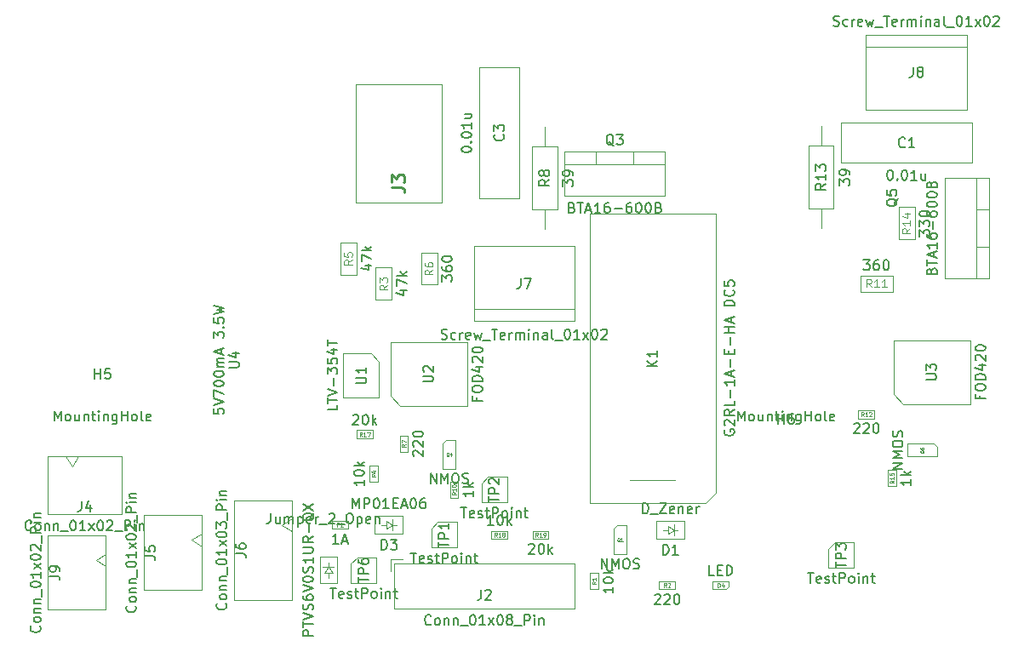
<source format=gbr>
G04 #@! TF.GenerationSoftware,KiCad,Pcbnew,8.0.4*
G04 #@! TF.CreationDate,2025-01-01T16:22:17-06:00*
G04 #@! TF.ProjectId,HVBoard,4856426f-6172-4642-9e6b-696361645f70,rev?*
G04 #@! TF.SameCoordinates,Original*
G04 #@! TF.FileFunction,AssemblyDrawing,Top*
%FSLAX46Y46*%
G04 Gerber Fmt 4.6, Leading zero omitted, Abs format (unit mm)*
G04 Created by KiCad (PCBNEW 8.0.4) date 2025-01-01 16:22:17*
%MOMM*%
%LPD*%
G01*
G04 APERTURE LIST*
%ADD10C,0.150000*%
%ADD11C,0.060000*%
%ADD12C,0.050000*%
%ADD13C,0.120000*%
%ADD14C,0.254000*%
%ADD15C,0.100000*%
G04 APERTURE END LIST*
D10*
X86214285Y-51654819D02*
X86214285Y-50654819D01*
X86214285Y-50654819D02*
X86547618Y-51369104D01*
X86547618Y-51369104D02*
X86880951Y-50654819D01*
X86880951Y-50654819D02*
X86880951Y-51654819D01*
X87499999Y-51654819D02*
X87404761Y-51607200D01*
X87404761Y-51607200D02*
X87357142Y-51559580D01*
X87357142Y-51559580D02*
X87309523Y-51464342D01*
X87309523Y-51464342D02*
X87309523Y-51178628D01*
X87309523Y-51178628D02*
X87357142Y-51083390D01*
X87357142Y-51083390D02*
X87404761Y-51035771D01*
X87404761Y-51035771D02*
X87499999Y-50988152D01*
X87499999Y-50988152D02*
X87642856Y-50988152D01*
X87642856Y-50988152D02*
X87738094Y-51035771D01*
X87738094Y-51035771D02*
X87785713Y-51083390D01*
X87785713Y-51083390D02*
X87833332Y-51178628D01*
X87833332Y-51178628D02*
X87833332Y-51464342D01*
X87833332Y-51464342D02*
X87785713Y-51559580D01*
X87785713Y-51559580D02*
X87738094Y-51607200D01*
X87738094Y-51607200D02*
X87642856Y-51654819D01*
X87642856Y-51654819D02*
X87499999Y-51654819D01*
X88690475Y-50988152D02*
X88690475Y-51654819D01*
X88261904Y-50988152D02*
X88261904Y-51511961D01*
X88261904Y-51511961D02*
X88309523Y-51607200D01*
X88309523Y-51607200D02*
X88404761Y-51654819D01*
X88404761Y-51654819D02*
X88547618Y-51654819D01*
X88547618Y-51654819D02*
X88642856Y-51607200D01*
X88642856Y-51607200D02*
X88690475Y-51559580D01*
X89166666Y-50988152D02*
X89166666Y-51654819D01*
X89166666Y-51083390D02*
X89214285Y-51035771D01*
X89214285Y-51035771D02*
X89309523Y-50988152D01*
X89309523Y-50988152D02*
X89452380Y-50988152D01*
X89452380Y-50988152D02*
X89547618Y-51035771D01*
X89547618Y-51035771D02*
X89595237Y-51131009D01*
X89595237Y-51131009D02*
X89595237Y-51654819D01*
X89928571Y-50988152D02*
X90309523Y-50988152D01*
X90071428Y-50654819D02*
X90071428Y-51511961D01*
X90071428Y-51511961D02*
X90119047Y-51607200D01*
X90119047Y-51607200D02*
X90214285Y-51654819D01*
X90214285Y-51654819D02*
X90309523Y-51654819D01*
X90642857Y-51654819D02*
X90642857Y-50988152D01*
X90642857Y-50654819D02*
X90595238Y-50702438D01*
X90595238Y-50702438D02*
X90642857Y-50750057D01*
X90642857Y-50750057D02*
X90690476Y-50702438D01*
X90690476Y-50702438D02*
X90642857Y-50654819D01*
X90642857Y-50654819D02*
X90642857Y-50750057D01*
X91119047Y-50988152D02*
X91119047Y-51654819D01*
X91119047Y-51083390D02*
X91166666Y-51035771D01*
X91166666Y-51035771D02*
X91261904Y-50988152D01*
X91261904Y-50988152D02*
X91404761Y-50988152D01*
X91404761Y-50988152D02*
X91499999Y-51035771D01*
X91499999Y-51035771D02*
X91547618Y-51131009D01*
X91547618Y-51131009D02*
X91547618Y-51654819D01*
X92452380Y-50988152D02*
X92452380Y-51797676D01*
X92452380Y-51797676D02*
X92404761Y-51892914D01*
X92404761Y-51892914D02*
X92357142Y-51940533D01*
X92357142Y-51940533D02*
X92261904Y-51988152D01*
X92261904Y-51988152D02*
X92119047Y-51988152D01*
X92119047Y-51988152D02*
X92023809Y-51940533D01*
X92452380Y-51607200D02*
X92357142Y-51654819D01*
X92357142Y-51654819D02*
X92166666Y-51654819D01*
X92166666Y-51654819D02*
X92071428Y-51607200D01*
X92071428Y-51607200D02*
X92023809Y-51559580D01*
X92023809Y-51559580D02*
X91976190Y-51464342D01*
X91976190Y-51464342D02*
X91976190Y-51178628D01*
X91976190Y-51178628D02*
X92023809Y-51083390D01*
X92023809Y-51083390D02*
X92071428Y-51035771D01*
X92071428Y-51035771D02*
X92166666Y-50988152D01*
X92166666Y-50988152D02*
X92357142Y-50988152D01*
X92357142Y-50988152D02*
X92452380Y-51035771D01*
X92928571Y-51654819D02*
X92928571Y-50654819D01*
X92928571Y-51131009D02*
X93499999Y-51131009D01*
X93499999Y-51654819D02*
X93499999Y-50654819D01*
X94119047Y-51654819D02*
X94023809Y-51607200D01*
X94023809Y-51607200D02*
X93976190Y-51559580D01*
X93976190Y-51559580D02*
X93928571Y-51464342D01*
X93928571Y-51464342D02*
X93928571Y-51178628D01*
X93928571Y-51178628D02*
X93976190Y-51083390D01*
X93976190Y-51083390D02*
X94023809Y-51035771D01*
X94023809Y-51035771D02*
X94119047Y-50988152D01*
X94119047Y-50988152D02*
X94261904Y-50988152D01*
X94261904Y-50988152D02*
X94357142Y-51035771D01*
X94357142Y-51035771D02*
X94404761Y-51083390D01*
X94404761Y-51083390D02*
X94452380Y-51178628D01*
X94452380Y-51178628D02*
X94452380Y-51464342D01*
X94452380Y-51464342D02*
X94404761Y-51559580D01*
X94404761Y-51559580D02*
X94357142Y-51607200D01*
X94357142Y-51607200D02*
X94261904Y-51654819D01*
X94261904Y-51654819D02*
X94119047Y-51654819D01*
X95023809Y-51654819D02*
X94928571Y-51607200D01*
X94928571Y-51607200D02*
X94880952Y-51511961D01*
X94880952Y-51511961D02*
X94880952Y-50654819D01*
X95785714Y-51607200D02*
X95690476Y-51654819D01*
X95690476Y-51654819D02*
X95500000Y-51654819D01*
X95500000Y-51654819D02*
X95404762Y-51607200D01*
X95404762Y-51607200D02*
X95357143Y-51511961D01*
X95357143Y-51511961D02*
X95357143Y-51131009D01*
X95357143Y-51131009D02*
X95404762Y-51035771D01*
X95404762Y-51035771D02*
X95500000Y-50988152D01*
X95500000Y-50988152D02*
X95690476Y-50988152D01*
X95690476Y-50988152D02*
X95785714Y-51035771D01*
X95785714Y-51035771D02*
X95833333Y-51131009D01*
X95833333Y-51131009D02*
X95833333Y-51226247D01*
X95833333Y-51226247D02*
X95357143Y-51321485D01*
X90238095Y-51954819D02*
X90238095Y-50954819D01*
X90238095Y-51431009D02*
X90809523Y-51431009D01*
X90809523Y-51954819D02*
X90809523Y-50954819D01*
X91714285Y-50954819D02*
X91523809Y-50954819D01*
X91523809Y-50954819D02*
X91428571Y-51002438D01*
X91428571Y-51002438D02*
X91380952Y-51050057D01*
X91380952Y-51050057D02*
X91285714Y-51192914D01*
X91285714Y-51192914D02*
X91238095Y-51383390D01*
X91238095Y-51383390D02*
X91238095Y-51764342D01*
X91238095Y-51764342D02*
X91285714Y-51859580D01*
X91285714Y-51859580D02*
X91333333Y-51907200D01*
X91333333Y-51907200D02*
X91428571Y-51954819D01*
X91428571Y-51954819D02*
X91619047Y-51954819D01*
X91619047Y-51954819D02*
X91714285Y-51907200D01*
X91714285Y-51907200D02*
X91761904Y-51859580D01*
X91761904Y-51859580D02*
X91809523Y-51764342D01*
X91809523Y-51764342D02*
X91809523Y-51526247D01*
X91809523Y-51526247D02*
X91761904Y-51431009D01*
X91761904Y-51431009D02*
X91714285Y-51383390D01*
X91714285Y-51383390D02*
X91619047Y-51335771D01*
X91619047Y-51335771D02*
X91428571Y-51335771D01*
X91428571Y-51335771D02*
X91333333Y-51383390D01*
X91333333Y-51383390D02*
X91285714Y-51431009D01*
X91285714Y-51431009D02*
X91238095Y-51526247D01*
X18214285Y-51654819D02*
X18214285Y-50654819D01*
X18214285Y-50654819D02*
X18547618Y-51369104D01*
X18547618Y-51369104D02*
X18880951Y-50654819D01*
X18880951Y-50654819D02*
X18880951Y-51654819D01*
X19499999Y-51654819D02*
X19404761Y-51607200D01*
X19404761Y-51607200D02*
X19357142Y-51559580D01*
X19357142Y-51559580D02*
X19309523Y-51464342D01*
X19309523Y-51464342D02*
X19309523Y-51178628D01*
X19309523Y-51178628D02*
X19357142Y-51083390D01*
X19357142Y-51083390D02*
X19404761Y-51035771D01*
X19404761Y-51035771D02*
X19499999Y-50988152D01*
X19499999Y-50988152D02*
X19642856Y-50988152D01*
X19642856Y-50988152D02*
X19738094Y-51035771D01*
X19738094Y-51035771D02*
X19785713Y-51083390D01*
X19785713Y-51083390D02*
X19833332Y-51178628D01*
X19833332Y-51178628D02*
X19833332Y-51464342D01*
X19833332Y-51464342D02*
X19785713Y-51559580D01*
X19785713Y-51559580D02*
X19738094Y-51607200D01*
X19738094Y-51607200D02*
X19642856Y-51654819D01*
X19642856Y-51654819D02*
X19499999Y-51654819D01*
X20690475Y-50988152D02*
X20690475Y-51654819D01*
X20261904Y-50988152D02*
X20261904Y-51511961D01*
X20261904Y-51511961D02*
X20309523Y-51607200D01*
X20309523Y-51607200D02*
X20404761Y-51654819D01*
X20404761Y-51654819D02*
X20547618Y-51654819D01*
X20547618Y-51654819D02*
X20642856Y-51607200D01*
X20642856Y-51607200D02*
X20690475Y-51559580D01*
X21166666Y-50988152D02*
X21166666Y-51654819D01*
X21166666Y-51083390D02*
X21214285Y-51035771D01*
X21214285Y-51035771D02*
X21309523Y-50988152D01*
X21309523Y-50988152D02*
X21452380Y-50988152D01*
X21452380Y-50988152D02*
X21547618Y-51035771D01*
X21547618Y-51035771D02*
X21595237Y-51131009D01*
X21595237Y-51131009D02*
X21595237Y-51654819D01*
X21928571Y-50988152D02*
X22309523Y-50988152D01*
X22071428Y-50654819D02*
X22071428Y-51511961D01*
X22071428Y-51511961D02*
X22119047Y-51607200D01*
X22119047Y-51607200D02*
X22214285Y-51654819D01*
X22214285Y-51654819D02*
X22309523Y-51654819D01*
X22642857Y-51654819D02*
X22642857Y-50988152D01*
X22642857Y-50654819D02*
X22595238Y-50702438D01*
X22595238Y-50702438D02*
X22642857Y-50750057D01*
X22642857Y-50750057D02*
X22690476Y-50702438D01*
X22690476Y-50702438D02*
X22642857Y-50654819D01*
X22642857Y-50654819D02*
X22642857Y-50750057D01*
X23119047Y-50988152D02*
X23119047Y-51654819D01*
X23119047Y-51083390D02*
X23166666Y-51035771D01*
X23166666Y-51035771D02*
X23261904Y-50988152D01*
X23261904Y-50988152D02*
X23404761Y-50988152D01*
X23404761Y-50988152D02*
X23499999Y-51035771D01*
X23499999Y-51035771D02*
X23547618Y-51131009D01*
X23547618Y-51131009D02*
X23547618Y-51654819D01*
X24452380Y-50988152D02*
X24452380Y-51797676D01*
X24452380Y-51797676D02*
X24404761Y-51892914D01*
X24404761Y-51892914D02*
X24357142Y-51940533D01*
X24357142Y-51940533D02*
X24261904Y-51988152D01*
X24261904Y-51988152D02*
X24119047Y-51988152D01*
X24119047Y-51988152D02*
X24023809Y-51940533D01*
X24452380Y-51607200D02*
X24357142Y-51654819D01*
X24357142Y-51654819D02*
X24166666Y-51654819D01*
X24166666Y-51654819D02*
X24071428Y-51607200D01*
X24071428Y-51607200D02*
X24023809Y-51559580D01*
X24023809Y-51559580D02*
X23976190Y-51464342D01*
X23976190Y-51464342D02*
X23976190Y-51178628D01*
X23976190Y-51178628D02*
X24023809Y-51083390D01*
X24023809Y-51083390D02*
X24071428Y-51035771D01*
X24071428Y-51035771D02*
X24166666Y-50988152D01*
X24166666Y-50988152D02*
X24357142Y-50988152D01*
X24357142Y-50988152D02*
X24452380Y-51035771D01*
X24928571Y-51654819D02*
X24928571Y-50654819D01*
X24928571Y-51131009D02*
X25499999Y-51131009D01*
X25499999Y-51654819D02*
X25499999Y-50654819D01*
X26119047Y-51654819D02*
X26023809Y-51607200D01*
X26023809Y-51607200D02*
X25976190Y-51559580D01*
X25976190Y-51559580D02*
X25928571Y-51464342D01*
X25928571Y-51464342D02*
X25928571Y-51178628D01*
X25928571Y-51178628D02*
X25976190Y-51083390D01*
X25976190Y-51083390D02*
X26023809Y-51035771D01*
X26023809Y-51035771D02*
X26119047Y-50988152D01*
X26119047Y-50988152D02*
X26261904Y-50988152D01*
X26261904Y-50988152D02*
X26357142Y-51035771D01*
X26357142Y-51035771D02*
X26404761Y-51083390D01*
X26404761Y-51083390D02*
X26452380Y-51178628D01*
X26452380Y-51178628D02*
X26452380Y-51464342D01*
X26452380Y-51464342D02*
X26404761Y-51559580D01*
X26404761Y-51559580D02*
X26357142Y-51607200D01*
X26357142Y-51607200D02*
X26261904Y-51654819D01*
X26261904Y-51654819D02*
X26119047Y-51654819D01*
X27023809Y-51654819D02*
X26928571Y-51607200D01*
X26928571Y-51607200D02*
X26880952Y-51511961D01*
X26880952Y-51511961D02*
X26880952Y-50654819D01*
X27785714Y-51607200D02*
X27690476Y-51654819D01*
X27690476Y-51654819D02*
X27500000Y-51654819D01*
X27500000Y-51654819D02*
X27404762Y-51607200D01*
X27404762Y-51607200D02*
X27357143Y-51511961D01*
X27357143Y-51511961D02*
X27357143Y-51131009D01*
X27357143Y-51131009D02*
X27404762Y-51035771D01*
X27404762Y-51035771D02*
X27500000Y-50988152D01*
X27500000Y-50988152D02*
X27690476Y-50988152D01*
X27690476Y-50988152D02*
X27785714Y-51035771D01*
X27785714Y-51035771D02*
X27833333Y-51131009D01*
X27833333Y-51131009D02*
X27833333Y-51226247D01*
X27833333Y-51226247D02*
X27357143Y-51321485D01*
X22238095Y-47454819D02*
X22238095Y-46454819D01*
X22238095Y-46931009D02*
X22809523Y-46931009D01*
X22809523Y-47454819D02*
X22809523Y-46454819D01*
X23761904Y-46454819D02*
X23285714Y-46454819D01*
X23285714Y-46454819D02*
X23238095Y-46931009D01*
X23238095Y-46931009D02*
X23285714Y-46883390D01*
X23285714Y-46883390D02*
X23380952Y-46835771D01*
X23380952Y-46835771D02*
X23619047Y-46835771D01*
X23619047Y-46835771D02*
X23714285Y-46883390D01*
X23714285Y-46883390D02*
X23761904Y-46931009D01*
X23761904Y-46931009D02*
X23809523Y-47026247D01*
X23809523Y-47026247D02*
X23809523Y-47264342D01*
X23809523Y-47264342D02*
X23761904Y-47359580D01*
X23761904Y-47359580D02*
X23714285Y-47407200D01*
X23714285Y-47407200D02*
X23619047Y-47454819D01*
X23619047Y-47454819D02*
X23380952Y-47454819D01*
X23380952Y-47454819D02*
X23285714Y-47407200D01*
X23285714Y-47407200D02*
X23238095Y-47359580D01*
X56721904Y-43487200D02*
X56864761Y-43534819D01*
X56864761Y-43534819D02*
X57102856Y-43534819D01*
X57102856Y-43534819D02*
X57198094Y-43487200D01*
X57198094Y-43487200D02*
X57245713Y-43439580D01*
X57245713Y-43439580D02*
X57293332Y-43344342D01*
X57293332Y-43344342D02*
X57293332Y-43249104D01*
X57293332Y-43249104D02*
X57245713Y-43153866D01*
X57245713Y-43153866D02*
X57198094Y-43106247D01*
X57198094Y-43106247D02*
X57102856Y-43058628D01*
X57102856Y-43058628D02*
X56912380Y-43011009D01*
X56912380Y-43011009D02*
X56817142Y-42963390D01*
X56817142Y-42963390D02*
X56769523Y-42915771D01*
X56769523Y-42915771D02*
X56721904Y-42820533D01*
X56721904Y-42820533D02*
X56721904Y-42725295D01*
X56721904Y-42725295D02*
X56769523Y-42630057D01*
X56769523Y-42630057D02*
X56817142Y-42582438D01*
X56817142Y-42582438D02*
X56912380Y-42534819D01*
X56912380Y-42534819D02*
X57150475Y-42534819D01*
X57150475Y-42534819D02*
X57293332Y-42582438D01*
X58150475Y-43487200D02*
X58055237Y-43534819D01*
X58055237Y-43534819D02*
X57864761Y-43534819D01*
X57864761Y-43534819D02*
X57769523Y-43487200D01*
X57769523Y-43487200D02*
X57721904Y-43439580D01*
X57721904Y-43439580D02*
X57674285Y-43344342D01*
X57674285Y-43344342D02*
X57674285Y-43058628D01*
X57674285Y-43058628D02*
X57721904Y-42963390D01*
X57721904Y-42963390D02*
X57769523Y-42915771D01*
X57769523Y-42915771D02*
X57864761Y-42868152D01*
X57864761Y-42868152D02*
X58055237Y-42868152D01*
X58055237Y-42868152D02*
X58150475Y-42915771D01*
X58579047Y-43534819D02*
X58579047Y-42868152D01*
X58579047Y-43058628D02*
X58626666Y-42963390D01*
X58626666Y-42963390D02*
X58674285Y-42915771D01*
X58674285Y-42915771D02*
X58769523Y-42868152D01*
X58769523Y-42868152D02*
X58864761Y-42868152D01*
X59579047Y-43487200D02*
X59483809Y-43534819D01*
X59483809Y-43534819D02*
X59293333Y-43534819D01*
X59293333Y-43534819D02*
X59198095Y-43487200D01*
X59198095Y-43487200D02*
X59150476Y-43391961D01*
X59150476Y-43391961D02*
X59150476Y-43011009D01*
X59150476Y-43011009D02*
X59198095Y-42915771D01*
X59198095Y-42915771D02*
X59293333Y-42868152D01*
X59293333Y-42868152D02*
X59483809Y-42868152D01*
X59483809Y-42868152D02*
X59579047Y-42915771D01*
X59579047Y-42915771D02*
X59626666Y-43011009D01*
X59626666Y-43011009D02*
X59626666Y-43106247D01*
X59626666Y-43106247D02*
X59150476Y-43201485D01*
X59960000Y-42868152D02*
X60150476Y-43534819D01*
X60150476Y-43534819D02*
X60340952Y-43058628D01*
X60340952Y-43058628D02*
X60531428Y-43534819D01*
X60531428Y-43534819D02*
X60721904Y-42868152D01*
X60864762Y-43630057D02*
X61626666Y-43630057D01*
X61721905Y-42534819D02*
X62293333Y-42534819D01*
X62007619Y-43534819D02*
X62007619Y-42534819D01*
X63007619Y-43487200D02*
X62912381Y-43534819D01*
X62912381Y-43534819D02*
X62721905Y-43534819D01*
X62721905Y-43534819D02*
X62626667Y-43487200D01*
X62626667Y-43487200D02*
X62579048Y-43391961D01*
X62579048Y-43391961D02*
X62579048Y-43011009D01*
X62579048Y-43011009D02*
X62626667Y-42915771D01*
X62626667Y-42915771D02*
X62721905Y-42868152D01*
X62721905Y-42868152D02*
X62912381Y-42868152D01*
X62912381Y-42868152D02*
X63007619Y-42915771D01*
X63007619Y-42915771D02*
X63055238Y-43011009D01*
X63055238Y-43011009D02*
X63055238Y-43106247D01*
X63055238Y-43106247D02*
X62579048Y-43201485D01*
X63483810Y-43534819D02*
X63483810Y-42868152D01*
X63483810Y-43058628D02*
X63531429Y-42963390D01*
X63531429Y-42963390D02*
X63579048Y-42915771D01*
X63579048Y-42915771D02*
X63674286Y-42868152D01*
X63674286Y-42868152D02*
X63769524Y-42868152D01*
X64102858Y-43534819D02*
X64102858Y-42868152D01*
X64102858Y-42963390D02*
X64150477Y-42915771D01*
X64150477Y-42915771D02*
X64245715Y-42868152D01*
X64245715Y-42868152D02*
X64388572Y-42868152D01*
X64388572Y-42868152D02*
X64483810Y-42915771D01*
X64483810Y-42915771D02*
X64531429Y-43011009D01*
X64531429Y-43011009D02*
X64531429Y-43534819D01*
X64531429Y-43011009D02*
X64579048Y-42915771D01*
X64579048Y-42915771D02*
X64674286Y-42868152D01*
X64674286Y-42868152D02*
X64817143Y-42868152D01*
X64817143Y-42868152D02*
X64912382Y-42915771D01*
X64912382Y-42915771D02*
X64960001Y-43011009D01*
X64960001Y-43011009D02*
X64960001Y-43534819D01*
X65436191Y-43534819D02*
X65436191Y-42868152D01*
X65436191Y-42534819D02*
X65388572Y-42582438D01*
X65388572Y-42582438D02*
X65436191Y-42630057D01*
X65436191Y-42630057D02*
X65483810Y-42582438D01*
X65483810Y-42582438D02*
X65436191Y-42534819D01*
X65436191Y-42534819D02*
X65436191Y-42630057D01*
X65912381Y-42868152D02*
X65912381Y-43534819D01*
X65912381Y-42963390D02*
X65960000Y-42915771D01*
X65960000Y-42915771D02*
X66055238Y-42868152D01*
X66055238Y-42868152D02*
X66198095Y-42868152D01*
X66198095Y-42868152D02*
X66293333Y-42915771D01*
X66293333Y-42915771D02*
X66340952Y-43011009D01*
X66340952Y-43011009D02*
X66340952Y-43534819D01*
X67245714Y-43534819D02*
X67245714Y-43011009D01*
X67245714Y-43011009D02*
X67198095Y-42915771D01*
X67198095Y-42915771D02*
X67102857Y-42868152D01*
X67102857Y-42868152D02*
X66912381Y-42868152D01*
X66912381Y-42868152D02*
X66817143Y-42915771D01*
X67245714Y-43487200D02*
X67150476Y-43534819D01*
X67150476Y-43534819D02*
X66912381Y-43534819D01*
X66912381Y-43534819D02*
X66817143Y-43487200D01*
X66817143Y-43487200D02*
X66769524Y-43391961D01*
X66769524Y-43391961D02*
X66769524Y-43296723D01*
X66769524Y-43296723D02*
X66817143Y-43201485D01*
X66817143Y-43201485D02*
X66912381Y-43153866D01*
X66912381Y-43153866D02*
X67150476Y-43153866D01*
X67150476Y-43153866D02*
X67245714Y-43106247D01*
X67864762Y-43534819D02*
X67769524Y-43487200D01*
X67769524Y-43487200D02*
X67721905Y-43391961D01*
X67721905Y-43391961D02*
X67721905Y-42534819D01*
X68007620Y-43630057D02*
X68769524Y-43630057D01*
X69198096Y-42534819D02*
X69293334Y-42534819D01*
X69293334Y-42534819D02*
X69388572Y-42582438D01*
X69388572Y-42582438D02*
X69436191Y-42630057D01*
X69436191Y-42630057D02*
X69483810Y-42725295D01*
X69483810Y-42725295D02*
X69531429Y-42915771D01*
X69531429Y-42915771D02*
X69531429Y-43153866D01*
X69531429Y-43153866D02*
X69483810Y-43344342D01*
X69483810Y-43344342D02*
X69436191Y-43439580D01*
X69436191Y-43439580D02*
X69388572Y-43487200D01*
X69388572Y-43487200D02*
X69293334Y-43534819D01*
X69293334Y-43534819D02*
X69198096Y-43534819D01*
X69198096Y-43534819D02*
X69102858Y-43487200D01*
X69102858Y-43487200D02*
X69055239Y-43439580D01*
X69055239Y-43439580D02*
X69007620Y-43344342D01*
X69007620Y-43344342D02*
X68960001Y-43153866D01*
X68960001Y-43153866D02*
X68960001Y-42915771D01*
X68960001Y-42915771D02*
X69007620Y-42725295D01*
X69007620Y-42725295D02*
X69055239Y-42630057D01*
X69055239Y-42630057D02*
X69102858Y-42582438D01*
X69102858Y-42582438D02*
X69198096Y-42534819D01*
X70483810Y-43534819D02*
X69912382Y-43534819D01*
X70198096Y-43534819D02*
X70198096Y-42534819D01*
X70198096Y-42534819D02*
X70102858Y-42677676D01*
X70102858Y-42677676D02*
X70007620Y-42772914D01*
X70007620Y-42772914D02*
X69912382Y-42820533D01*
X70817144Y-43534819D02*
X71340953Y-42868152D01*
X70817144Y-42868152D02*
X71340953Y-43534819D01*
X71912382Y-42534819D02*
X72007620Y-42534819D01*
X72007620Y-42534819D02*
X72102858Y-42582438D01*
X72102858Y-42582438D02*
X72150477Y-42630057D01*
X72150477Y-42630057D02*
X72198096Y-42725295D01*
X72198096Y-42725295D02*
X72245715Y-42915771D01*
X72245715Y-42915771D02*
X72245715Y-43153866D01*
X72245715Y-43153866D02*
X72198096Y-43344342D01*
X72198096Y-43344342D02*
X72150477Y-43439580D01*
X72150477Y-43439580D02*
X72102858Y-43487200D01*
X72102858Y-43487200D02*
X72007620Y-43534819D01*
X72007620Y-43534819D02*
X71912382Y-43534819D01*
X71912382Y-43534819D02*
X71817144Y-43487200D01*
X71817144Y-43487200D02*
X71769525Y-43439580D01*
X71769525Y-43439580D02*
X71721906Y-43344342D01*
X71721906Y-43344342D02*
X71674287Y-43153866D01*
X71674287Y-43153866D02*
X71674287Y-42915771D01*
X71674287Y-42915771D02*
X71721906Y-42725295D01*
X71721906Y-42725295D02*
X71769525Y-42630057D01*
X71769525Y-42630057D02*
X71817144Y-42582438D01*
X71817144Y-42582438D02*
X71912382Y-42534819D01*
X72626668Y-42630057D02*
X72674287Y-42582438D01*
X72674287Y-42582438D02*
X72769525Y-42534819D01*
X72769525Y-42534819D02*
X73007620Y-42534819D01*
X73007620Y-42534819D02*
X73102858Y-42582438D01*
X73102858Y-42582438D02*
X73150477Y-42630057D01*
X73150477Y-42630057D02*
X73198096Y-42725295D01*
X73198096Y-42725295D02*
X73198096Y-42820533D01*
X73198096Y-42820533D02*
X73150477Y-42963390D01*
X73150477Y-42963390D02*
X72579049Y-43534819D01*
X72579049Y-43534819D02*
X73198096Y-43534819D01*
X64626666Y-37454819D02*
X64626666Y-38169104D01*
X64626666Y-38169104D02*
X64579047Y-38311961D01*
X64579047Y-38311961D02*
X64483809Y-38407200D01*
X64483809Y-38407200D02*
X64340952Y-38454819D01*
X64340952Y-38454819D02*
X64245714Y-38454819D01*
X65007619Y-37454819D02*
X65674285Y-37454819D01*
X65674285Y-37454819D02*
X65245714Y-38454819D01*
X47920833Y-51120057D02*
X47968452Y-51072438D01*
X47968452Y-51072438D02*
X48063690Y-51024819D01*
X48063690Y-51024819D02*
X48301785Y-51024819D01*
X48301785Y-51024819D02*
X48397023Y-51072438D01*
X48397023Y-51072438D02*
X48444642Y-51120057D01*
X48444642Y-51120057D02*
X48492261Y-51215295D01*
X48492261Y-51215295D02*
X48492261Y-51310533D01*
X48492261Y-51310533D02*
X48444642Y-51453390D01*
X48444642Y-51453390D02*
X47873214Y-52024819D01*
X47873214Y-52024819D02*
X48492261Y-52024819D01*
X49111309Y-51024819D02*
X49206547Y-51024819D01*
X49206547Y-51024819D02*
X49301785Y-51072438D01*
X49301785Y-51072438D02*
X49349404Y-51120057D01*
X49349404Y-51120057D02*
X49397023Y-51215295D01*
X49397023Y-51215295D02*
X49444642Y-51405771D01*
X49444642Y-51405771D02*
X49444642Y-51643866D01*
X49444642Y-51643866D02*
X49397023Y-51834342D01*
X49397023Y-51834342D02*
X49349404Y-51929580D01*
X49349404Y-51929580D02*
X49301785Y-51977200D01*
X49301785Y-51977200D02*
X49206547Y-52024819D01*
X49206547Y-52024819D02*
X49111309Y-52024819D01*
X49111309Y-52024819D02*
X49016071Y-51977200D01*
X49016071Y-51977200D02*
X48968452Y-51929580D01*
X48968452Y-51929580D02*
X48920833Y-51834342D01*
X48920833Y-51834342D02*
X48873214Y-51643866D01*
X48873214Y-51643866D02*
X48873214Y-51405771D01*
X48873214Y-51405771D02*
X48920833Y-51215295D01*
X48920833Y-51215295D02*
X48968452Y-51120057D01*
X48968452Y-51120057D02*
X49016071Y-51072438D01*
X49016071Y-51072438D02*
X49111309Y-51024819D01*
X49873214Y-52024819D02*
X49873214Y-51024819D01*
X49968452Y-51643866D02*
X50254166Y-52024819D01*
X50254166Y-51358152D02*
X49873214Y-51739104D01*
D11*
X48830357Y-53181927D02*
X48697024Y-52991451D01*
X48601786Y-53181927D02*
X48601786Y-52781927D01*
X48601786Y-52781927D02*
X48754167Y-52781927D01*
X48754167Y-52781927D02*
X48792262Y-52800975D01*
X48792262Y-52800975D02*
X48811309Y-52820022D01*
X48811309Y-52820022D02*
X48830357Y-52858118D01*
X48830357Y-52858118D02*
X48830357Y-52915260D01*
X48830357Y-52915260D02*
X48811309Y-52953356D01*
X48811309Y-52953356D02*
X48792262Y-52972403D01*
X48792262Y-52972403D02*
X48754167Y-52991451D01*
X48754167Y-52991451D02*
X48601786Y-52991451D01*
X49211309Y-53181927D02*
X48982738Y-53181927D01*
X49097024Y-53181927D02*
X49097024Y-52781927D01*
X49097024Y-52781927D02*
X49058928Y-52839070D01*
X49058928Y-52839070D02*
X49020833Y-52877165D01*
X49020833Y-52877165D02*
X48982738Y-52896213D01*
X49344642Y-52781927D02*
X49611309Y-52781927D01*
X49611309Y-52781927D02*
X49439880Y-53181927D01*
D10*
X49024819Y-57507738D02*
X49024819Y-58079166D01*
X49024819Y-57793452D02*
X48024819Y-57793452D01*
X48024819Y-57793452D02*
X48167676Y-57888690D01*
X48167676Y-57888690D02*
X48262914Y-57983928D01*
X48262914Y-57983928D02*
X48310533Y-58079166D01*
X48024819Y-56888690D02*
X48024819Y-56793452D01*
X48024819Y-56793452D02*
X48072438Y-56698214D01*
X48072438Y-56698214D02*
X48120057Y-56650595D01*
X48120057Y-56650595D02*
X48215295Y-56602976D01*
X48215295Y-56602976D02*
X48405771Y-56555357D01*
X48405771Y-56555357D02*
X48643866Y-56555357D01*
X48643866Y-56555357D02*
X48834342Y-56602976D01*
X48834342Y-56602976D02*
X48929580Y-56650595D01*
X48929580Y-56650595D02*
X48977200Y-56698214D01*
X48977200Y-56698214D02*
X49024819Y-56793452D01*
X49024819Y-56793452D02*
X49024819Y-56888690D01*
X49024819Y-56888690D02*
X48977200Y-56983928D01*
X48977200Y-56983928D02*
X48929580Y-57031547D01*
X48929580Y-57031547D02*
X48834342Y-57079166D01*
X48834342Y-57079166D02*
X48643866Y-57126785D01*
X48643866Y-57126785D02*
X48405771Y-57126785D01*
X48405771Y-57126785D02*
X48215295Y-57079166D01*
X48215295Y-57079166D02*
X48120057Y-57031547D01*
X48120057Y-57031547D02*
X48072438Y-56983928D01*
X48072438Y-56983928D02*
X48024819Y-56888690D01*
X49024819Y-56126785D02*
X48024819Y-56126785D01*
X48643866Y-56031547D02*
X49024819Y-55745833D01*
X48358152Y-55745833D02*
X48739104Y-56126785D01*
D11*
X50181927Y-56979166D02*
X49991451Y-57112499D01*
X50181927Y-57207737D02*
X49781927Y-57207737D01*
X49781927Y-57207737D02*
X49781927Y-57055356D01*
X49781927Y-57055356D02*
X49800975Y-57017261D01*
X49800975Y-57017261D02*
X49820022Y-56998214D01*
X49820022Y-56998214D02*
X49858118Y-56979166D01*
X49858118Y-56979166D02*
X49915260Y-56979166D01*
X49915260Y-56979166D02*
X49953356Y-56998214D01*
X49953356Y-56998214D02*
X49972403Y-57017261D01*
X49972403Y-57017261D02*
X49991451Y-57055356D01*
X49991451Y-57055356D02*
X49991451Y-57207737D01*
X49915260Y-56636309D02*
X50181927Y-56636309D01*
X49762880Y-56731547D02*
X50048594Y-56826785D01*
X50048594Y-56826785D02*
X50048594Y-56579166D01*
D10*
X65420833Y-63980057D02*
X65468452Y-63932438D01*
X65468452Y-63932438D02*
X65563690Y-63884819D01*
X65563690Y-63884819D02*
X65801785Y-63884819D01*
X65801785Y-63884819D02*
X65897023Y-63932438D01*
X65897023Y-63932438D02*
X65944642Y-63980057D01*
X65944642Y-63980057D02*
X65992261Y-64075295D01*
X65992261Y-64075295D02*
X65992261Y-64170533D01*
X65992261Y-64170533D02*
X65944642Y-64313390D01*
X65944642Y-64313390D02*
X65373214Y-64884819D01*
X65373214Y-64884819D02*
X65992261Y-64884819D01*
X66611309Y-63884819D02*
X66706547Y-63884819D01*
X66706547Y-63884819D02*
X66801785Y-63932438D01*
X66801785Y-63932438D02*
X66849404Y-63980057D01*
X66849404Y-63980057D02*
X66897023Y-64075295D01*
X66897023Y-64075295D02*
X66944642Y-64265771D01*
X66944642Y-64265771D02*
X66944642Y-64503866D01*
X66944642Y-64503866D02*
X66897023Y-64694342D01*
X66897023Y-64694342D02*
X66849404Y-64789580D01*
X66849404Y-64789580D02*
X66801785Y-64837200D01*
X66801785Y-64837200D02*
X66706547Y-64884819D01*
X66706547Y-64884819D02*
X66611309Y-64884819D01*
X66611309Y-64884819D02*
X66516071Y-64837200D01*
X66516071Y-64837200D02*
X66468452Y-64789580D01*
X66468452Y-64789580D02*
X66420833Y-64694342D01*
X66420833Y-64694342D02*
X66373214Y-64503866D01*
X66373214Y-64503866D02*
X66373214Y-64265771D01*
X66373214Y-64265771D02*
X66420833Y-64075295D01*
X66420833Y-64075295D02*
X66468452Y-63980057D01*
X66468452Y-63980057D02*
X66516071Y-63932438D01*
X66516071Y-63932438D02*
X66611309Y-63884819D01*
X67373214Y-64884819D02*
X67373214Y-63884819D01*
X67468452Y-64503866D02*
X67754166Y-64884819D01*
X67754166Y-64218152D02*
X67373214Y-64599104D01*
D11*
X66330357Y-63181927D02*
X66197024Y-62991451D01*
X66101786Y-63181927D02*
X66101786Y-62781927D01*
X66101786Y-62781927D02*
X66254167Y-62781927D01*
X66254167Y-62781927D02*
X66292262Y-62800975D01*
X66292262Y-62800975D02*
X66311309Y-62820022D01*
X66311309Y-62820022D02*
X66330357Y-62858118D01*
X66330357Y-62858118D02*
X66330357Y-62915260D01*
X66330357Y-62915260D02*
X66311309Y-62953356D01*
X66311309Y-62953356D02*
X66292262Y-62972403D01*
X66292262Y-62972403D02*
X66254167Y-62991451D01*
X66254167Y-62991451D02*
X66101786Y-62991451D01*
X66711309Y-63181927D02*
X66482738Y-63181927D01*
X66597024Y-63181927D02*
X66597024Y-62781927D01*
X66597024Y-62781927D02*
X66558928Y-62839070D01*
X66558928Y-62839070D02*
X66520833Y-62877165D01*
X66520833Y-62877165D02*
X66482738Y-62896213D01*
X66901785Y-63181927D02*
X66977976Y-63181927D01*
X66977976Y-63181927D02*
X67016071Y-63162880D01*
X67016071Y-63162880D02*
X67035119Y-63143832D01*
X67035119Y-63143832D02*
X67073214Y-63086689D01*
X67073214Y-63086689D02*
X67092261Y-63010499D01*
X67092261Y-63010499D02*
X67092261Y-62858118D01*
X67092261Y-62858118D02*
X67073214Y-62820022D01*
X67073214Y-62820022D02*
X67054166Y-62800975D01*
X67054166Y-62800975D02*
X67016071Y-62781927D01*
X67016071Y-62781927D02*
X66939880Y-62781927D01*
X66939880Y-62781927D02*
X66901785Y-62800975D01*
X66901785Y-62800975D02*
X66882738Y-62820022D01*
X66882738Y-62820022D02*
X66863690Y-62858118D01*
X66863690Y-62858118D02*
X66863690Y-62953356D01*
X66863690Y-62953356D02*
X66882738Y-62991451D01*
X66882738Y-62991451D02*
X66901785Y-63010499D01*
X66901785Y-63010499D02*
X66939880Y-63029546D01*
X66939880Y-63029546D02*
X67016071Y-63029546D01*
X67016071Y-63029546D02*
X67054166Y-63010499D01*
X67054166Y-63010499D02*
X67073214Y-62991451D01*
X67073214Y-62991451D02*
X67092261Y-62953356D01*
D10*
X76761904Y-60854819D02*
X76761904Y-59854819D01*
X76761904Y-59854819D02*
X76999999Y-59854819D01*
X76999999Y-59854819D02*
X77142856Y-59902438D01*
X77142856Y-59902438D02*
X77238094Y-59997676D01*
X77238094Y-59997676D02*
X77285713Y-60092914D01*
X77285713Y-60092914D02*
X77333332Y-60283390D01*
X77333332Y-60283390D02*
X77333332Y-60426247D01*
X77333332Y-60426247D02*
X77285713Y-60616723D01*
X77285713Y-60616723D02*
X77238094Y-60711961D01*
X77238094Y-60711961D02*
X77142856Y-60807200D01*
X77142856Y-60807200D02*
X76999999Y-60854819D01*
X76999999Y-60854819D02*
X76761904Y-60854819D01*
X77523809Y-60950057D02*
X78285713Y-60950057D01*
X78428571Y-59854819D02*
X79095237Y-59854819D01*
X79095237Y-59854819D02*
X78428571Y-60854819D01*
X78428571Y-60854819D02*
X79095237Y-60854819D01*
X79857142Y-60807200D02*
X79761904Y-60854819D01*
X79761904Y-60854819D02*
X79571428Y-60854819D01*
X79571428Y-60854819D02*
X79476190Y-60807200D01*
X79476190Y-60807200D02*
X79428571Y-60711961D01*
X79428571Y-60711961D02*
X79428571Y-60331009D01*
X79428571Y-60331009D02*
X79476190Y-60235771D01*
X79476190Y-60235771D02*
X79571428Y-60188152D01*
X79571428Y-60188152D02*
X79761904Y-60188152D01*
X79761904Y-60188152D02*
X79857142Y-60235771D01*
X79857142Y-60235771D02*
X79904761Y-60331009D01*
X79904761Y-60331009D02*
X79904761Y-60426247D01*
X79904761Y-60426247D02*
X79428571Y-60521485D01*
X80333333Y-60188152D02*
X80333333Y-60854819D01*
X80333333Y-60283390D02*
X80380952Y-60235771D01*
X80380952Y-60235771D02*
X80476190Y-60188152D01*
X80476190Y-60188152D02*
X80619047Y-60188152D01*
X80619047Y-60188152D02*
X80714285Y-60235771D01*
X80714285Y-60235771D02*
X80761904Y-60331009D01*
X80761904Y-60331009D02*
X80761904Y-60854819D01*
X81619047Y-60807200D02*
X81523809Y-60854819D01*
X81523809Y-60854819D02*
X81333333Y-60854819D01*
X81333333Y-60854819D02*
X81238095Y-60807200D01*
X81238095Y-60807200D02*
X81190476Y-60711961D01*
X81190476Y-60711961D02*
X81190476Y-60331009D01*
X81190476Y-60331009D02*
X81238095Y-60235771D01*
X81238095Y-60235771D02*
X81333333Y-60188152D01*
X81333333Y-60188152D02*
X81523809Y-60188152D01*
X81523809Y-60188152D02*
X81619047Y-60235771D01*
X81619047Y-60235771D02*
X81666666Y-60331009D01*
X81666666Y-60331009D02*
X81666666Y-60426247D01*
X81666666Y-60426247D02*
X81190476Y-60521485D01*
X82095238Y-60854819D02*
X82095238Y-60188152D01*
X82095238Y-60378628D02*
X82142857Y-60283390D01*
X82142857Y-60283390D02*
X82190476Y-60235771D01*
X82190476Y-60235771D02*
X82285714Y-60188152D01*
X82285714Y-60188152D02*
X82380952Y-60188152D01*
X78761905Y-64954819D02*
X78761905Y-63954819D01*
X78761905Y-63954819D02*
X79000000Y-63954819D01*
X79000000Y-63954819D02*
X79142857Y-64002438D01*
X79142857Y-64002438D02*
X79238095Y-64097676D01*
X79238095Y-64097676D02*
X79285714Y-64192914D01*
X79285714Y-64192914D02*
X79333333Y-64383390D01*
X79333333Y-64383390D02*
X79333333Y-64526247D01*
X79333333Y-64526247D02*
X79285714Y-64716723D01*
X79285714Y-64716723D02*
X79238095Y-64811961D01*
X79238095Y-64811961D02*
X79142857Y-64907200D01*
X79142857Y-64907200D02*
X79000000Y-64954819D01*
X79000000Y-64954819D02*
X78761905Y-64954819D01*
X80285714Y-64954819D02*
X79714286Y-64954819D01*
X80000000Y-64954819D02*
X80000000Y-63954819D01*
X80000000Y-63954819D02*
X79904762Y-64097676D01*
X79904762Y-64097676D02*
X79809524Y-64192914D01*
X79809524Y-64192914D02*
X79714286Y-64240533D01*
X46482142Y-63884819D02*
X45910714Y-63884819D01*
X46196428Y-63884819D02*
X46196428Y-62884819D01*
X46196428Y-62884819D02*
X46101190Y-63027676D01*
X46101190Y-63027676D02*
X46005952Y-63122914D01*
X46005952Y-63122914D02*
X45910714Y-63170533D01*
X46863095Y-63599104D02*
X47339285Y-63599104D01*
X46767857Y-63884819D02*
X47101190Y-62884819D01*
X47101190Y-62884819D02*
X47434523Y-63884819D01*
D11*
X46491667Y-61972403D02*
X46358334Y-61972403D01*
X46358334Y-62181927D02*
X46358334Y-61781927D01*
X46358334Y-61781927D02*
X46548810Y-61781927D01*
X46910714Y-62181927D02*
X46682143Y-62181927D01*
X46796429Y-62181927D02*
X46796429Y-61781927D01*
X46796429Y-61781927D02*
X46758333Y-61839070D01*
X46758333Y-61839070D02*
X46720238Y-61877165D01*
X46720238Y-61877165D02*
X46682143Y-61896213D01*
D10*
X103434819Y-57469047D02*
X103434819Y-58040475D01*
X103434819Y-57754761D02*
X102434819Y-57754761D01*
X102434819Y-57754761D02*
X102577676Y-57849999D01*
X102577676Y-57849999D02*
X102672914Y-57945237D01*
X102672914Y-57945237D02*
X102720533Y-58040475D01*
X103434819Y-57040475D02*
X102434819Y-57040475D01*
X103053866Y-56945237D02*
X103434819Y-56659523D01*
X102768152Y-56659523D02*
X103149104Y-57040475D01*
D11*
X101731927Y-57607142D02*
X101541451Y-57740475D01*
X101731927Y-57835713D02*
X101331927Y-57835713D01*
X101331927Y-57835713D02*
X101331927Y-57683332D01*
X101331927Y-57683332D02*
X101350975Y-57645237D01*
X101350975Y-57645237D02*
X101370022Y-57626190D01*
X101370022Y-57626190D02*
X101408118Y-57607142D01*
X101408118Y-57607142D02*
X101465260Y-57607142D01*
X101465260Y-57607142D02*
X101503356Y-57626190D01*
X101503356Y-57626190D02*
X101522403Y-57645237D01*
X101522403Y-57645237D02*
X101541451Y-57683332D01*
X101541451Y-57683332D02*
X101541451Y-57835713D01*
X101731927Y-57226190D02*
X101731927Y-57454761D01*
X101731927Y-57340475D02*
X101331927Y-57340475D01*
X101331927Y-57340475D02*
X101389070Y-57378571D01*
X101389070Y-57378571D02*
X101427165Y-57416666D01*
X101427165Y-57416666D02*
X101446213Y-57454761D01*
X101331927Y-56864285D02*
X101331927Y-57054761D01*
X101331927Y-57054761D02*
X101522403Y-57073809D01*
X101522403Y-57073809D02*
X101503356Y-57054761D01*
X101503356Y-57054761D02*
X101484308Y-57016666D01*
X101484308Y-57016666D02*
X101484308Y-56921428D01*
X101484308Y-56921428D02*
X101503356Y-56883333D01*
X101503356Y-56883333D02*
X101522403Y-56864285D01*
X101522403Y-56864285D02*
X101560499Y-56845238D01*
X101560499Y-56845238D02*
X101655737Y-56845238D01*
X101655737Y-56845238D02*
X101693832Y-56864285D01*
X101693832Y-56864285D02*
X101712880Y-56883333D01*
X101712880Y-56883333D02*
X101731927Y-56921428D01*
X101731927Y-56921428D02*
X101731927Y-57016666D01*
X101731927Y-57016666D02*
X101712880Y-57054761D01*
X101712880Y-57054761D02*
X101693832Y-57073809D01*
D10*
X102604819Y-56419642D02*
X101604819Y-56419642D01*
X101604819Y-56419642D02*
X102604819Y-55848214D01*
X102604819Y-55848214D02*
X101604819Y-55848214D01*
X102604819Y-55372023D02*
X101604819Y-55372023D01*
X101604819Y-55372023D02*
X102319104Y-55038690D01*
X102319104Y-55038690D02*
X101604819Y-54705357D01*
X101604819Y-54705357D02*
X102604819Y-54705357D01*
X101604819Y-54038690D02*
X101604819Y-53848214D01*
X101604819Y-53848214D02*
X101652438Y-53752976D01*
X101652438Y-53752976D02*
X101747676Y-53657738D01*
X101747676Y-53657738D02*
X101938152Y-53610119D01*
X101938152Y-53610119D02*
X102271485Y-53610119D01*
X102271485Y-53610119D02*
X102461961Y-53657738D01*
X102461961Y-53657738D02*
X102557200Y-53752976D01*
X102557200Y-53752976D02*
X102604819Y-53848214D01*
X102604819Y-53848214D02*
X102604819Y-54038690D01*
X102604819Y-54038690D02*
X102557200Y-54133928D01*
X102557200Y-54133928D02*
X102461961Y-54229166D01*
X102461961Y-54229166D02*
X102271485Y-54276785D01*
X102271485Y-54276785D02*
X101938152Y-54276785D01*
X101938152Y-54276785D02*
X101747676Y-54229166D01*
X101747676Y-54229166D02*
X101652438Y-54133928D01*
X101652438Y-54133928D02*
X101604819Y-54038690D01*
X102557200Y-53229166D02*
X102604819Y-53086309D01*
X102604819Y-53086309D02*
X102604819Y-52848214D01*
X102604819Y-52848214D02*
X102557200Y-52752976D01*
X102557200Y-52752976D02*
X102509580Y-52705357D01*
X102509580Y-52705357D02*
X102414342Y-52657738D01*
X102414342Y-52657738D02*
X102319104Y-52657738D01*
X102319104Y-52657738D02*
X102223866Y-52705357D01*
X102223866Y-52705357D02*
X102176247Y-52752976D01*
X102176247Y-52752976D02*
X102128628Y-52848214D01*
X102128628Y-52848214D02*
X102081009Y-53038690D01*
X102081009Y-53038690D02*
X102033390Y-53133928D01*
X102033390Y-53133928D02*
X101985771Y-53181547D01*
X101985771Y-53181547D02*
X101890533Y-53229166D01*
X101890533Y-53229166D02*
X101795295Y-53229166D01*
X101795295Y-53229166D02*
X101700057Y-53181547D01*
X101700057Y-53181547D02*
X101652438Y-53133928D01*
X101652438Y-53133928D02*
X101604819Y-53038690D01*
X101604819Y-53038690D02*
X101604819Y-52800595D01*
X101604819Y-52800595D02*
X101652438Y-52657738D01*
D12*
X104725914Y-54592976D02*
X104710676Y-54623452D01*
X104710676Y-54623452D02*
X104680200Y-54653928D01*
X104680200Y-54653928D02*
X104634485Y-54699642D01*
X104634485Y-54699642D02*
X104619247Y-54730119D01*
X104619247Y-54730119D02*
X104619247Y-54760595D01*
X104695438Y-54745357D02*
X104680200Y-54775833D01*
X104680200Y-54775833D02*
X104649723Y-54806309D01*
X104649723Y-54806309D02*
X104588771Y-54821547D01*
X104588771Y-54821547D02*
X104482104Y-54821547D01*
X104482104Y-54821547D02*
X104421152Y-54806309D01*
X104421152Y-54806309D02*
X104390676Y-54775833D01*
X104390676Y-54775833D02*
X104375438Y-54745357D01*
X104375438Y-54745357D02*
X104375438Y-54684404D01*
X104375438Y-54684404D02*
X104390676Y-54653928D01*
X104390676Y-54653928D02*
X104421152Y-54623452D01*
X104421152Y-54623452D02*
X104482104Y-54608214D01*
X104482104Y-54608214D02*
X104588771Y-54608214D01*
X104588771Y-54608214D02*
X104649723Y-54623452D01*
X104649723Y-54623452D02*
X104680200Y-54653928D01*
X104680200Y-54653928D02*
X104695438Y-54684404D01*
X104695438Y-54684404D02*
X104695438Y-54745357D01*
X104375438Y-54333928D02*
X104375438Y-54394881D01*
X104375438Y-54394881D02*
X104390676Y-54425357D01*
X104390676Y-54425357D02*
X104405914Y-54440595D01*
X104405914Y-54440595D02*
X104451628Y-54471071D01*
X104451628Y-54471071D02*
X104512580Y-54486309D01*
X104512580Y-54486309D02*
X104634485Y-54486309D01*
X104634485Y-54486309D02*
X104664961Y-54471071D01*
X104664961Y-54471071D02*
X104680200Y-54455833D01*
X104680200Y-54455833D02*
X104695438Y-54425357D01*
X104695438Y-54425357D02*
X104695438Y-54364404D01*
X104695438Y-54364404D02*
X104680200Y-54333928D01*
X104680200Y-54333928D02*
X104664961Y-54318690D01*
X104664961Y-54318690D02*
X104634485Y-54303452D01*
X104634485Y-54303452D02*
X104558295Y-54303452D01*
X104558295Y-54303452D02*
X104527819Y-54318690D01*
X104527819Y-54318690D02*
X104512580Y-54333928D01*
X104512580Y-54333928D02*
X104497342Y-54364404D01*
X104497342Y-54364404D02*
X104497342Y-54425357D01*
X104497342Y-54425357D02*
X104512580Y-54455833D01*
X104512580Y-54455833D02*
X104527819Y-54471071D01*
X104527819Y-54471071D02*
X104558295Y-54486309D01*
D10*
X97761905Y-51980057D02*
X97809524Y-51932438D01*
X97809524Y-51932438D02*
X97904762Y-51884819D01*
X97904762Y-51884819D02*
X98142857Y-51884819D01*
X98142857Y-51884819D02*
X98238095Y-51932438D01*
X98238095Y-51932438D02*
X98285714Y-51980057D01*
X98285714Y-51980057D02*
X98333333Y-52075295D01*
X98333333Y-52075295D02*
X98333333Y-52170533D01*
X98333333Y-52170533D02*
X98285714Y-52313390D01*
X98285714Y-52313390D02*
X97714286Y-52884819D01*
X97714286Y-52884819D02*
X98333333Y-52884819D01*
X98714286Y-51980057D02*
X98761905Y-51932438D01*
X98761905Y-51932438D02*
X98857143Y-51884819D01*
X98857143Y-51884819D02*
X99095238Y-51884819D01*
X99095238Y-51884819D02*
X99190476Y-51932438D01*
X99190476Y-51932438D02*
X99238095Y-51980057D01*
X99238095Y-51980057D02*
X99285714Y-52075295D01*
X99285714Y-52075295D02*
X99285714Y-52170533D01*
X99285714Y-52170533D02*
X99238095Y-52313390D01*
X99238095Y-52313390D02*
X98666667Y-52884819D01*
X98666667Y-52884819D02*
X99285714Y-52884819D01*
X99904762Y-51884819D02*
X100000000Y-51884819D01*
X100000000Y-51884819D02*
X100095238Y-51932438D01*
X100095238Y-51932438D02*
X100142857Y-51980057D01*
X100142857Y-51980057D02*
X100190476Y-52075295D01*
X100190476Y-52075295D02*
X100238095Y-52265771D01*
X100238095Y-52265771D02*
X100238095Y-52503866D01*
X100238095Y-52503866D02*
X100190476Y-52694342D01*
X100190476Y-52694342D02*
X100142857Y-52789580D01*
X100142857Y-52789580D02*
X100095238Y-52837200D01*
X100095238Y-52837200D02*
X100000000Y-52884819D01*
X100000000Y-52884819D02*
X99904762Y-52884819D01*
X99904762Y-52884819D02*
X99809524Y-52837200D01*
X99809524Y-52837200D02*
X99761905Y-52789580D01*
X99761905Y-52789580D02*
X99714286Y-52694342D01*
X99714286Y-52694342D02*
X99666667Y-52503866D01*
X99666667Y-52503866D02*
X99666667Y-52265771D01*
X99666667Y-52265771D02*
X99714286Y-52075295D01*
X99714286Y-52075295D02*
X99761905Y-51980057D01*
X99761905Y-51980057D02*
X99809524Y-51932438D01*
X99809524Y-51932438D02*
X99904762Y-51884819D01*
D11*
X98742857Y-51181927D02*
X98609524Y-50991451D01*
X98514286Y-51181927D02*
X98514286Y-50781927D01*
X98514286Y-50781927D02*
X98666667Y-50781927D01*
X98666667Y-50781927D02*
X98704762Y-50800975D01*
X98704762Y-50800975D02*
X98723809Y-50820022D01*
X98723809Y-50820022D02*
X98742857Y-50858118D01*
X98742857Y-50858118D02*
X98742857Y-50915260D01*
X98742857Y-50915260D02*
X98723809Y-50953356D01*
X98723809Y-50953356D02*
X98704762Y-50972403D01*
X98704762Y-50972403D02*
X98666667Y-50991451D01*
X98666667Y-50991451D02*
X98514286Y-50991451D01*
X99123809Y-51181927D02*
X98895238Y-51181927D01*
X99009524Y-51181927D02*
X99009524Y-50781927D01*
X99009524Y-50781927D02*
X98971428Y-50839070D01*
X98971428Y-50839070D02*
X98933333Y-50877165D01*
X98933333Y-50877165D02*
X98895238Y-50896213D01*
X99276190Y-50820022D02*
X99295238Y-50800975D01*
X99295238Y-50800975D02*
X99333333Y-50781927D01*
X99333333Y-50781927D02*
X99428571Y-50781927D01*
X99428571Y-50781927D02*
X99466666Y-50800975D01*
X99466666Y-50800975D02*
X99485714Y-50820022D01*
X99485714Y-50820022D02*
X99504761Y-50858118D01*
X99504761Y-50858118D02*
X99504761Y-50896213D01*
X99504761Y-50896213D02*
X99485714Y-50953356D01*
X99485714Y-50953356D02*
X99257142Y-51181927D01*
X99257142Y-51181927D02*
X99504761Y-51181927D01*
D10*
X53980057Y-55150594D02*
X53932438Y-55102975D01*
X53932438Y-55102975D02*
X53884819Y-55007737D01*
X53884819Y-55007737D02*
X53884819Y-54769642D01*
X53884819Y-54769642D02*
X53932438Y-54674404D01*
X53932438Y-54674404D02*
X53980057Y-54626785D01*
X53980057Y-54626785D02*
X54075295Y-54579166D01*
X54075295Y-54579166D02*
X54170533Y-54579166D01*
X54170533Y-54579166D02*
X54313390Y-54626785D01*
X54313390Y-54626785D02*
X54884819Y-55198213D01*
X54884819Y-55198213D02*
X54884819Y-54579166D01*
X53980057Y-54198213D02*
X53932438Y-54150594D01*
X53932438Y-54150594D02*
X53884819Y-54055356D01*
X53884819Y-54055356D02*
X53884819Y-53817261D01*
X53884819Y-53817261D02*
X53932438Y-53722023D01*
X53932438Y-53722023D02*
X53980057Y-53674404D01*
X53980057Y-53674404D02*
X54075295Y-53626785D01*
X54075295Y-53626785D02*
X54170533Y-53626785D01*
X54170533Y-53626785D02*
X54313390Y-53674404D01*
X54313390Y-53674404D02*
X54884819Y-54245832D01*
X54884819Y-54245832D02*
X54884819Y-53626785D01*
X53884819Y-53007737D02*
X53884819Y-52912499D01*
X53884819Y-52912499D02*
X53932438Y-52817261D01*
X53932438Y-52817261D02*
X53980057Y-52769642D01*
X53980057Y-52769642D02*
X54075295Y-52722023D01*
X54075295Y-52722023D02*
X54265771Y-52674404D01*
X54265771Y-52674404D02*
X54503866Y-52674404D01*
X54503866Y-52674404D02*
X54694342Y-52722023D01*
X54694342Y-52722023D02*
X54789580Y-52769642D01*
X54789580Y-52769642D02*
X54837200Y-52817261D01*
X54837200Y-52817261D02*
X54884819Y-52912499D01*
X54884819Y-52912499D02*
X54884819Y-53007737D01*
X54884819Y-53007737D02*
X54837200Y-53102975D01*
X54837200Y-53102975D02*
X54789580Y-53150594D01*
X54789580Y-53150594D02*
X54694342Y-53198213D01*
X54694342Y-53198213D02*
X54503866Y-53245832D01*
X54503866Y-53245832D02*
X54265771Y-53245832D01*
X54265771Y-53245832D02*
X54075295Y-53198213D01*
X54075295Y-53198213D02*
X53980057Y-53150594D01*
X53980057Y-53150594D02*
X53932438Y-53102975D01*
X53932438Y-53102975D02*
X53884819Y-53007737D01*
D11*
X53181927Y-53979166D02*
X52991451Y-54112499D01*
X53181927Y-54207737D02*
X52781927Y-54207737D01*
X52781927Y-54207737D02*
X52781927Y-54055356D01*
X52781927Y-54055356D02*
X52800975Y-54017261D01*
X52800975Y-54017261D02*
X52820022Y-53998214D01*
X52820022Y-53998214D02*
X52858118Y-53979166D01*
X52858118Y-53979166D02*
X52915260Y-53979166D01*
X52915260Y-53979166D02*
X52953356Y-53998214D01*
X52953356Y-53998214D02*
X52972403Y-54017261D01*
X52972403Y-54017261D02*
X52991451Y-54055356D01*
X52991451Y-54055356D02*
X52991451Y-54207737D01*
X52781927Y-53845833D02*
X52781927Y-53579166D01*
X52781927Y-53579166D02*
X53181927Y-53750595D01*
D10*
X105486009Y-36738095D02*
X105533628Y-36595238D01*
X105533628Y-36595238D02*
X105581247Y-36547619D01*
X105581247Y-36547619D02*
X105676485Y-36500000D01*
X105676485Y-36500000D02*
X105819342Y-36500000D01*
X105819342Y-36500000D02*
X105914580Y-36547619D01*
X105914580Y-36547619D02*
X105962200Y-36595238D01*
X105962200Y-36595238D02*
X106009819Y-36690476D01*
X106009819Y-36690476D02*
X106009819Y-37071428D01*
X106009819Y-37071428D02*
X105009819Y-37071428D01*
X105009819Y-37071428D02*
X105009819Y-36738095D01*
X105009819Y-36738095D02*
X105057438Y-36642857D01*
X105057438Y-36642857D02*
X105105057Y-36595238D01*
X105105057Y-36595238D02*
X105200295Y-36547619D01*
X105200295Y-36547619D02*
X105295533Y-36547619D01*
X105295533Y-36547619D02*
X105390771Y-36595238D01*
X105390771Y-36595238D02*
X105438390Y-36642857D01*
X105438390Y-36642857D02*
X105486009Y-36738095D01*
X105486009Y-36738095D02*
X105486009Y-37071428D01*
X105009819Y-36214285D02*
X105009819Y-35642857D01*
X106009819Y-35928571D02*
X105009819Y-35928571D01*
X105724104Y-35357142D02*
X105724104Y-34880952D01*
X106009819Y-35452380D02*
X105009819Y-35119047D01*
X105009819Y-35119047D02*
X106009819Y-34785714D01*
X106009819Y-33928571D02*
X106009819Y-34499999D01*
X106009819Y-34214285D02*
X105009819Y-34214285D01*
X105009819Y-34214285D02*
X105152676Y-34309523D01*
X105152676Y-34309523D02*
X105247914Y-34404761D01*
X105247914Y-34404761D02*
X105295533Y-34499999D01*
X105009819Y-33071428D02*
X105009819Y-33261904D01*
X105009819Y-33261904D02*
X105057438Y-33357142D01*
X105057438Y-33357142D02*
X105105057Y-33404761D01*
X105105057Y-33404761D02*
X105247914Y-33499999D01*
X105247914Y-33499999D02*
X105438390Y-33547618D01*
X105438390Y-33547618D02*
X105819342Y-33547618D01*
X105819342Y-33547618D02*
X105914580Y-33499999D01*
X105914580Y-33499999D02*
X105962200Y-33452380D01*
X105962200Y-33452380D02*
X106009819Y-33357142D01*
X106009819Y-33357142D02*
X106009819Y-33166666D01*
X106009819Y-33166666D02*
X105962200Y-33071428D01*
X105962200Y-33071428D02*
X105914580Y-33023809D01*
X105914580Y-33023809D02*
X105819342Y-32976190D01*
X105819342Y-32976190D02*
X105581247Y-32976190D01*
X105581247Y-32976190D02*
X105486009Y-33023809D01*
X105486009Y-33023809D02*
X105438390Y-33071428D01*
X105438390Y-33071428D02*
X105390771Y-33166666D01*
X105390771Y-33166666D02*
X105390771Y-33357142D01*
X105390771Y-33357142D02*
X105438390Y-33452380D01*
X105438390Y-33452380D02*
X105486009Y-33499999D01*
X105486009Y-33499999D02*
X105581247Y-33547618D01*
X105628866Y-32547618D02*
X105628866Y-31785714D01*
X105009819Y-30880952D02*
X105009819Y-31071428D01*
X105009819Y-31071428D02*
X105057438Y-31166666D01*
X105057438Y-31166666D02*
X105105057Y-31214285D01*
X105105057Y-31214285D02*
X105247914Y-31309523D01*
X105247914Y-31309523D02*
X105438390Y-31357142D01*
X105438390Y-31357142D02*
X105819342Y-31357142D01*
X105819342Y-31357142D02*
X105914580Y-31309523D01*
X105914580Y-31309523D02*
X105962200Y-31261904D01*
X105962200Y-31261904D02*
X106009819Y-31166666D01*
X106009819Y-31166666D02*
X106009819Y-30976190D01*
X106009819Y-30976190D02*
X105962200Y-30880952D01*
X105962200Y-30880952D02*
X105914580Y-30833333D01*
X105914580Y-30833333D02*
X105819342Y-30785714D01*
X105819342Y-30785714D02*
X105581247Y-30785714D01*
X105581247Y-30785714D02*
X105486009Y-30833333D01*
X105486009Y-30833333D02*
X105438390Y-30880952D01*
X105438390Y-30880952D02*
X105390771Y-30976190D01*
X105390771Y-30976190D02*
X105390771Y-31166666D01*
X105390771Y-31166666D02*
X105438390Y-31261904D01*
X105438390Y-31261904D02*
X105486009Y-31309523D01*
X105486009Y-31309523D02*
X105581247Y-31357142D01*
X105009819Y-30166666D02*
X105009819Y-30071428D01*
X105009819Y-30071428D02*
X105057438Y-29976190D01*
X105057438Y-29976190D02*
X105105057Y-29928571D01*
X105105057Y-29928571D02*
X105200295Y-29880952D01*
X105200295Y-29880952D02*
X105390771Y-29833333D01*
X105390771Y-29833333D02*
X105628866Y-29833333D01*
X105628866Y-29833333D02*
X105819342Y-29880952D01*
X105819342Y-29880952D02*
X105914580Y-29928571D01*
X105914580Y-29928571D02*
X105962200Y-29976190D01*
X105962200Y-29976190D02*
X106009819Y-30071428D01*
X106009819Y-30071428D02*
X106009819Y-30166666D01*
X106009819Y-30166666D02*
X105962200Y-30261904D01*
X105962200Y-30261904D02*
X105914580Y-30309523D01*
X105914580Y-30309523D02*
X105819342Y-30357142D01*
X105819342Y-30357142D02*
X105628866Y-30404761D01*
X105628866Y-30404761D02*
X105390771Y-30404761D01*
X105390771Y-30404761D02*
X105200295Y-30357142D01*
X105200295Y-30357142D02*
X105105057Y-30309523D01*
X105105057Y-30309523D02*
X105057438Y-30261904D01*
X105057438Y-30261904D02*
X105009819Y-30166666D01*
X105009819Y-29214285D02*
X105009819Y-29119047D01*
X105009819Y-29119047D02*
X105057438Y-29023809D01*
X105057438Y-29023809D02*
X105105057Y-28976190D01*
X105105057Y-28976190D02*
X105200295Y-28928571D01*
X105200295Y-28928571D02*
X105390771Y-28880952D01*
X105390771Y-28880952D02*
X105628866Y-28880952D01*
X105628866Y-28880952D02*
X105819342Y-28928571D01*
X105819342Y-28928571D02*
X105914580Y-28976190D01*
X105914580Y-28976190D02*
X105962200Y-29023809D01*
X105962200Y-29023809D02*
X106009819Y-29119047D01*
X106009819Y-29119047D02*
X106009819Y-29214285D01*
X106009819Y-29214285D02*
X105962200Y-29309523D01*
X105962200Y-29309523D02*
X105914580Y-29357142D01*
X105914580Y-29357142D02*
X105819342Y-29404761D01*
X105819342Y-29404761D02*
X105628866Y-29452380D01*
X105628866Y-29452380D02*
X105390771Y-29452380D01*
X105390771Y-29452380D02*
X105200295Y-29404761D01*
X105200295Y-29404761D02*
X105105057Y-29357142D01*
X105105057Y-29357142D02*
X105057438Y-29309523D01*
X105057438Y-29309523D02*
X105009819Y-29214285D01*
X105486009Y-28119047D02*
X105533628Y-27976190D01*
X105533628Y-27976190D02*
X105581247Y-27928571D01*
X105581247Y-27928571D02*
X105676485Y-27880952D01*
X105676485Y-27880952D02*
X105819342Y-27880952D01*
X105819342Y-27880952D02*
X105914580Y-27928571D01*
X105914580Y-27928571D02*
X105962200Y-27976190D01*
X105962200Y-27976190D02*
X106009819Y-28071428D01*
X106009819Y-28071428D02*
X106009819Y-28452380D01*
X106009819Y-28452380D02*
X105009819Y-28452380D01*
X105009819Y-28452380D02*
X105009819Y-28119047D01*
X105009819Y-28119047D02*
X105057438Y-28023809D01*
X105057438Y-28023809D02*
X105105057Y-27976190D01*
X105105057Y-27976190D02*
X105200295Y-27928571D01*
X105200295Y-27928571D02*
X105295533Y-27928571D01*
X105295533Y-27928571D02*
X105390771Y-27976190D01*
X105390771Y-27976190D02*
X105438390Y-28023809D01*
X105438390Y-28023809D02*
X105486009Y-28119047D01*
X105486009Y-28119047D02*
X105486009Y-28452380D01*
X102105057Y-29555238D02*
X102057438Y-29650476D01*
X102057438Y-29650476D02*
X101962200Y-29745714D01*
X101962200Y-29745714D02*
X101819342Y-29888571D01*
X101819342Y-29888571D02*
X101771723Y-29983809D01*
X101771723Y-29983809D02*
X101771723Y-30079047D01*
X102009819Y-30031428D02*
X101962200Y-30126666D01*
X101962200Y-30126666D02*
X101866961Y-30221904D01*
X101866961Y-30221904D02*
X101676485Y-30269523D01*
X101676485Y-30269523D02*
X101343152Y-30269523D01*
X101343152Y-30269523D02*
X101152676Y-30221904D01*
X101152676Y-30221904D02*
X101057438Y-30126666D01*
X101057438Y-30126666D02*
X101009819Y-30031428D01*
X101009819Y-30031428D02*
X101009819Y-29840952D01*
X101009819Y-29840952D02*
X101057438Y-29745714D01*
X101057438Y-29745714D02*
X101152676Y-29650476D01*
X101152676Y-29650476D02*
X101343152Y-29602857D01*
X101343152Y-29602857D02*
X101676485Y-29602857D01*
X101676485Y-29602857D02*
X101866961Y-29650476D01*
X101866961Y-29650476D02*
X101962200Y-29745714D01*
X101962200Y-29745714D02*
X102009819Y-29840952D01*
X102009819Y-29840952D02*
X102009819Y-30031428D01*
X101009819Y-28698095D02*
X101009819Y-29174285D01*
X101009819Y-29174285D02*
X101486009Y-29221904D01*
X101486009Y-29221904D02*
X101438390Y-29174285D01*
X101438390Y-29174285D02*
X101390771Y-29079047D01*
X101390771Y-29079047D02*
X101390771Y-28840952D01*
X101390771Y-28840952D02*
X101438390Y-28745714D01*
X101438390Y-28745714D02*
X101486009Y-28698095D01*
X101486009Y-28698095D02*
X101581247Y-28650476D01*
X101581247Y-28650476D02*
X101819342Y-28650476D01*
X101819342Y-28650476D02*
X101914580Y-28698095D01*
X101914580Y-28698095D02*
X101962200Y-28745714D01*
X101962200Y-28745714D02*
X102009819Y-28840952D01*
X102009819Y-28840952D02*
X102009819Y-29079047D01*
X102009819Y-29079047D02*
X101962200Y-29174285D01*
X101962200Y-29174285D02*
X101914580Y-29221904D01*
X56774819Y-37785713D02*
X56774819Y-37166666D01*
X56774819Y-37166666D02*
X57155771Y-37499999D01*
X57155771Y-37499999D02*
X57155771Y-37357142D01*
X57155771Y-37357142D02*
X57203390Y-37261904D01*
X57203390Y-37261904D02*
X57251009Y-37214285D01*
X57251009Y-37214285D02*
X57346247Y-37166666D01*
X57346247Y-37166666D02*
X57584342Y-37166666D01*
X57584342Y-37166666D02*
X57679580Y-37214285D01*
X57679580Y-37214285D02*
X57727200Y-37261904D01*
X57727200Y-37261904D02*
X57774819Y-37357142D01*
X57774819Y-37357142D02*
X57774819Y-37642856D01*
X57774819Y-37642856D02*
X57727200Y-37738094D01*
X57727200Y-37738094D02*
X57679580Y-37785713D01*
X56774819Y-36309523D02*
X56774819Y-36499999D01*
X56774819Y-36499999D02*
X56822438Y-36595237D01*
X56822438Y-36595237D02*
X56870057Y-36642856D01*
X56870057Y-36642856D02*
X57012914Y-36738094D01*
X57012914Y-36738094D02*
X57203390Y-36785713D01*
X57203390Y-36785713D02*
X57584342Y-36785713D01*
X57584342Y-36785713D02*
X57679580Y-36738094D01*
X57679580Y-36738094D02*
X57727200Y-36690475D01*
X57727200Y-36690475D02*
X57774819Y-36595237D01*
X57774819Y-36595237D02*
X57774819Y-36404761D01*
X57774819Y-36404761D02*
X57727200Y-36309523D01*
X57727200Y-36309523D02*
X57679580Y-36261904D01*
X57679580Y-36261904D02*
X57584342Y-36214285D01*
X57584342Y-36214285D02*
X57346247Y-36214285D01*
X57346247Y-36214285D02*
X57251009Y-36261904D01*
X57251009Y-36261904D02*
X57203390Y-36309523D01*
X57203390Y-36309523D02*
X57155771Y-36404761D01*
X57155771Y-36404761D02*
X57155771Y-36595237D01*
X57155771Y-36595237D02*
X57203390Y-36690475D01*
X57203390Y-36690475D02*
X57251009Y-36738094D01*
X57251009Y-36738094D02*
X57346247Y-36785713D01*
X56774819Y-35595237D02*
X56774819Y-35499999D01*
X56774819Y-35499999D02*
X56822438Y-35404761D01*
X56822438Y-35404761D02*
X56870057Y-35357142D01*
X56870057Y-35357142D02*
X56965295Y-35309523D01*
X56965295Y-35309523D02*
X57155771Y-35261904D01*
X57155771Y-35261904D02*
X57393866Y-35261904D01*
X57393866Y-35261904D02*
X57584342Y-35309523D01*
X57584342Y-35309523D02*
X57679580Y-35357142D01*
X57679580Y-35357142D02*
X57727200Y-35404761D01*
X57727200Y-35404761D02*
X57774819Y-35499999D01*
X57774819Y-35499999D02*
X57774819Y-35595237D01*
X57774819Y-35595237D02*
X57727200Y-35690475D01*
X57727200Y-35690475D02*
X57679580Y-35738094D01*
X57679580Y-35738094D02*
X57584342Y-35785713D01*
X57584342Y-35785713D02*
X57393866Y-35833332D01*
X57393866Y-35833332D02*
X57155771Y-35833332D01*
X57155771Y-35833332D02*
X56965295Y-35785713D01*
X56965295Y-35785713D02*
X56870057Y-35738094D01*
X56870057Y-35738094D02*
X56822438Y-35690475D01*
X56822438Y-35690475D02*
X56774819Y-35595237D01*
D13*
X55863855Y-36633332D02*
X55482902Y-36899999D01*
X55863855Y-37090475D02*
X55063855Y-37090475D01*
X55063855Y-37090475D02*
X55063855Y-36785713D01*
X55063855Y-36785713D02*
X55101950Y-36709523D01*
X55101950Y-36709523D02*
X55140045Y-36671428D01*
X55140045Y-36671428D02*
X55216236Y-36633332D01*
X55216236Y-36633332D02*
X55330521Y-36633332D01*
X55330521Y-36633332D02*
X55406712Y-36671428D01*
X55406712Y-36671428D02*
X55444807Y-36709523D01*
X55444807Y-36709523D02*
X55482902Y-36785713D01*
X55482902Y-36785713D02*
X55482902Y-37090475D01*
X55063855Y-35947618D02*
X55063855Y-36099999D01*
X55063855Y-36099999D02*
X55101950Y-36176190D01*
X55101950Y-36176190D02*
X55140045Y-36214285D01*
X55140045Y-36214285D02*
X55254331Y-36290475D01*
X55254331Y-36290475D02*
X55406712Y-36328571D01*
X55406712Y-36328571D02*
X55711474Y-36328571D01*
X55711474Y-36328571D02*
X55787664Y-36290475D01*
X55787664Y-36290475D02*
X55825760Y-36252380D01*
X55825760Y-36252380D02*
X55863855Y-36176190D01*
X55863855Y-36176190D02*
X55863855Y-36023809D01*
X55863855Y-36023809D02*
X55825760Y-35947618D01*
X55825760Y-35947618D02*
X55787664Y-35909523D01*
X55787664Y-35909523D02*
X55711474Y-35871428D01*
X55711474Y-35871428D02*
X55520998Y-35871428D01*
X55520998Y-35871428D02*
X55444807Y-35909523D01*
X55444807Y-35909523D02*
X55406712Y-35947618D01*
X55406712Y-35947618D02*
X55368617Y-36023809D01*
X55368617Y-36023809D02*
X55368617Y-36176190D01*
X55368617Y-36176190D02*
X55406712Y-36252380D01*
X55406712Y-36252380D02*
X55444807Y-36290475D01*
X55444807Y-36290475D02*
X55520998Y-36328571D01*
D10*
X60261009Y-49299523D02*
X60261009Y-49632856D01*
X60784819Y-49632856D02*
X59784819Y-49632856D01*
X59784819Y-49632856D02*
X59784819Y-49156666D01*
X59784819Y-48585237D02*
X59784819Y-48394761D01*
X59784819Y-48394761D02*
X59832438Y-48299523D01*
X59832438Y-48299523D02*
X59927676Y-48204285D01*
X59927676Y-48204285D02*
X60118152Y-48156666D01*
X60118152Y-48156666D02*
X60451485Y-48156666D01*
X60451485Y-48156666D02*
X60641961Y-48204285D01*
X60641961Y-48204285D02*
X60737200Y-48299523D01*
X60737200Y-48299523D02*
X60784819Y-48394761D01*
X60784819Y-48394761D02*
X60784819Y-48585237D01*
X60784819Y-48585237D02*
X60737200Y-48680475D01*
X60737200Y-48680475D02*
X60641961Y-48775713D01*
X60641961Y-48775713D02*
X60451485Y-48823332D01*
X60451485Y-48823332D02*
X60118152Y-48823332D01*
X60118152Y-48823332D02*
X59927676Y-48775713D01*
X59927676Y-48775713D02*
X59832438Y-48680475D01*
X59832438Y-48680475D02*
X59784819Y-48585237D01*
X60784819Y-47728094D02*
X59784819Y-47728094D01*
X59784819Y-47728094D02*
X59784819Y-47489999D01*
X59784819Y-47489999D02*
X59832438Y-47347142D01*
X59832438Y-47347142D02*
X59927676Y-47251904D01*
X59927676Y-47251904D02*
X60022914Y-47204285D01*
X60022914Y-47204285D02*
X60213390Y-47156666D01*
X60213390Y-47156666D02*
X60356247Y-47156666D01*
X60356247Y-47156666D02*
X60546723Y-47204285D01*
X60546723Y-47204285D02*
X60641961Y-47251904D01*
X60641961Y-47251904D02*
X60737200Y-47347142D01*
X60737200Y-47347142D02*
X60784819Y-47489999D01*
X60784819Y-47489999D02*
X60784819Y-47728094D01*
X60118152Y-46299523D02*
X60784819Y-46299523D01*
X59737200Y-46537618D02*
X60451485Y-46775713D01*
X60451485Y-46775713D02*
X60451485Y-46156666D01*
X59880057Y-45823332D02*
X59832438Y-45775713D01*
X59832438Y-45775713D02*
X59784819Y-45680475D01*
X59784819Y-45680475D02*
X59784819Y-45442380D01*
X59784819Y-45442380D02*
X59832438Y-45347142D01*
X59832438Y-45347142D02*
X59880057Y-45299523D01*
X59880057Y-45299523D02*
X59975295Y-45251904D01*
X59975295Y-45251904D02*
X60070533Y-45251904D01*
X60070533Y-45251904D02*
X60213390Y-45299523D01*
X60213390Y-45299523D02*
X60784819Y-45870951D01*
X60784819Y-45870951D02*
X60784819Y-45251904D01*
X59784819Y-44632856D02*
X59784819Y-44537618D01*
X59784819Y-44537618D02*
X59832438Y-44442380D01*
X59832438Y-44442380D02*
X59880057Y-44394761D01*
X59880057Y-44394761D02*
X59975295Y-44347142D01*
X59975295Y-44347142D02*
X60165771Y-44299523D01*
X60165771Y-44299523D02*
X60403866Y-44299523D01*
X60403866Y-44299523D02*
X60594342Y-44347142D01*
X60594342Y-44347142D02*
X60689580Y-44394761D01*
X60689580Y-44394761D02*
X60737200Y-44442380D01*
X60737200Y-44442380D02*
X60784819Y-44537618D01*
X60784819Y-44537618D02*
X60784819Y-44632856D01*
X60784819Y-44632856D02*
X60737200Y-44728094D01*
X60737200Y-44728094D02*
X60689580Y-44775713D01*
X60689580Y-44775713D02*
X60594342Y-44823332D01*
X60594342Y-44823332D02*
X60403866Y-44870951D01*
X60403866Y-44870951D02*
X60165771Y-44870951D01*
X60165771Y-44870951D02*
X59975295Y-44823332D01*
X59975295Y-44823332D02*
X59880057Y-44775713D01*
X59880057Y-44775713D02*
X59832438Y-44728094D01*
X59832438Y-44728094D02*
X59784819Y-44632856D01*
X54914819Y-47751904D02*
X55724342Y-47751904D01*
X55724342Y-47751904D02*
X55819580Y-47704285D01*
X55819580Y-47704285D02*
X55867200Y-47656666D01*
X55867200Y-47656666D02*
X55914819Y-47561428D01*
X55914819Y-47561428D02*
X55914819Y-47370952D01*
X55914819Y-47370952D02*
X55867200Y-47275714D01*
X55867200Y-47275714D02*
X55819580Y-47228095D01*
X55819580Y-47228095D02*
X55724342Y-47180476D01*
X55724342Y-47180476D02*
X54914819Y-47180476D01*
X55010057Y-46751904D02*
X54962438Y-46704285D01*
X54962438Y-46704285D02*
X54914819Y-46609047D01*
X54914819Y-46609047D02*
X54914819Y-46370952D01*
X54914819Y-46370952D02*
X54962438Y-46275714D01*
X54962438Y-46275714D02*
X55010057Y-46228095D01*
X55010057Y-46228095D02*
X55105295Y-46180476D01*
X55105295Y-46180476D02*
X55200533Y-46180476D01*
X55200533Y-46180476D02*
X55343390Y-46228095D01*
X55343390Y-46228095D02*
X55914819Y-46799523D01*
X55914819Y-46799523D02*
X55914819Y-46180476D01*
X93166666Y-66784819D02*
X93738094Y-66784819D01*
X93452380Y-67784819D02*
X93452380Y-66784819D01*
X94452380Y-67737200D02*
X94357142Y-67784819D01*
X94357142Y-67784819D02*
X94166666Y-67784819D01*
X94166666Y-67784819D02*
X94071428Y-67737200D01*
X94071428Y-67737200D02*
X94023809Y-67641961D01*
X94023809Y-67641961D02*
X94023809Y-67261009D01*
X94023809Y-67261009D02*
X94071428Y-67165771D01*
X94071428Y-67165771D02*
X94166666Y-67118152D01*
X94166666Y-67118152D02*
X94357142Y-67118152D01*
X94357142Y-67118152D02*
X94452380Y-67165771D01*
X94452380Y-67165771D02*
X94499999Y-67261009D01*
X94499999Y-67261009D02*
X94499999Y-67356247D01*
X94499999Y-67356247D02*
X94023809Y-67451485D01*
X94880952Y-67737200D02*
X94976190Y-67784819D01*
X94976190Y-67784819D02*
X95166666Y-67784819D01*
X95166666Y-67784819D02*
X95261904Y-67737200D01*
X95261904Y-67737200D02*
X95309523Y-67641961D01*
X95309523Y-67641961D02*
X95309523Y-67594342D01*
X95309523Y-67594342D02*
X95261904Y-67499104D01*
X95261904Y-67499104D02*
X95166666Y-67451485D01*
X95166666Y-67451485D02*
X95023809Y-67451485D01*
X95023809Y-67451485D02*
X94928571Y-67403866D01*
X94928571Y-67403866D02*
X94880952Y-67308628D01*
X94880952Y-67308628D02*
X94880952Y-67261009D01*
X94880952Y-67261009D02*
X94928571Y-67165771D01*
X94928571Y-67165771D02*
X95023809Y-67118152D01*
X95023809Y-67118152D02*
X95166666Y-67118152D01*
X95166666Y-67118152D02*
X95261904Y-67165771D01*
X95595238Y-67118152D02*
X95976190Y-67118152D01*
X95738095Y-66784819D02*
X95738095Y-67641961D01*
X95738095Y-67641961D02*
X95785714Y-67737200D01*
X95785714Y-67737200D02*
X95880952Y-67784819D01*
X95880952Y-67784819D02*
X95976190Y-67784819D01*
X96309524Y-67784819D02*
X96309524Y-66784819D01*
X96309524Y-66784819D02*
X96690476Y-66784819D01*
X96690476Y-66784819D02*
X96785714Y-66832438D01*
X96785714Y-66832438D02*
X96833333Y-66880057D01*
X96833333Y-66880057D02*
X96880952Y-66975295D01*
X96880952Y-66975295D02*
X96880952Y-67118152D01*
X96880952Y-67118152D02*
X96833333Y-67213390D01*
X96833333Y-67213390D02*
X96785714Y-67261009D01*
X96785714Y-67261009D02*
X96690476Y-67308628D01*
X96690476Y-67308628D02*
X96309524Y-67308628D01*
X97452381Y-67784819D02*
X97357143Y-67737200D01*
X97357143Y-67737200D02*
X97309524Y-67689580D01*
X97309524Y-67689580D02*
X97261905Y-67594342D01*
X97261905Y-67594342D02*
X97261905Y-67308628D01*
X97261905Y-67308628D02*
X97309524Y-67213390D01*
X97309524Y-67213390D02*
X97357143Y-67165771D01*
X97357143Y-67165771D02*
X97452381Y-67118152D01*
X97452381Y-67118152D02*
X97595238Y-67118152D01*
X97595238Y-67118152D02*
X97690476Y-67165771D01*
X97690476Y-67165771D02*
X97738095Y-67213390D01*
X97738095Y-67213390D02*
X97785714Y-67308628D01*
X97785714Y-67308628D02*
X97785714Y-67594342D01*
X97785714Y-67594342D02*
X97738095Y-67689580D01*
X97738095Y-67689580D02*
X97690476Y-67737200D01*
X97690476Y-67737200D02*
X97595238Y-67784819D01*
X97595238Y-67784819D02*
X97452381Y-67784819D01*
X98214286Y-67784819D02*
X98214286Y-67118152D01*
X98214286Y-66784819D02*
X98166667Y-66832438D01*
X98166667Y-66832438D02*
X98214286Y-66880057D01*
X98214286Y-66880057D02*
X98261905Y-66832438D01*
X98261905Y-66832438D02*
X98214286Y-66784819D01*
X98214286Y-66784819D02*
X98214286Y-66880057D01*
X98690476Y-67118152D02*
X98690476Y-67784819D01*
X98690476Y-67213390D02*
X98738095Y-67165771D01*
X98738095Y-67165771D02*
X98833333Y-67118152D01*
X98833333Y-67118152D02*
X98976190Y-67118152D01*
X98976190Y-67118152D02*
X99071428Y-67165771D01*
X99071428Y-67165771D02*
X99119047Y-67261009D01*
X99119047Y-67261009D02*
X99119047Y-67784819D01*
X99452381Y-67118152D02*
X99833333Y-67118152D01*
X99595238Y-66784819D02*
X99595238Y-67641961D01*
X99595238Y-67641961D02*
X99642857Y-67737200D01*
X99642857Y-67737200D02*
X99738095Y-67784819D01*
X99738095Y-67784819D02*
X99833333Y-67784819D01*
X95954819Y-66261904D02*
X95954819Y-65690476D01*
X96954819Y-65976190D02*
X95954819Y-65976190D01*
X96954819Y-65357142D02*
X95954819Y-65357142D01*
X95954819Y-65357142D02*
X95954819Y-64976190D01*
X95954819Y-64976190D02*
X96002438Y-64880952D01*
X96002438Y-64880952D02*
X96050057Y-64833333D01*
X96050057Y-64833333D02*
X96145295Y-64785714D01*
X96145295Y-64785714D02*
X96288152Y-64785714D01*
X96288152Y-64785714D02*
X96383390Y-64833333D01*
X96383390Y-64833333D02*
X96431009Y-64880952D01*
X96431009Y-64880952D02*
X96478628Y-64976190D01*
X96478628Y-64976190D02*
X96478628Y-65357142D01*
X95954819Y-64452380D02*
X95954819Y-63833333D01*
X95954819Y-63833333D02*
X96335771Y-64166666D01*
X96335771Y-64166666D02*
X96335771Y-64023809D01*
X96335771Y-64023809D02*
X96383390Y-63928571D01*
X96383390Y-63928571D02*
X96431009Y-63880952D01*
X96431009Y-63880952D02*
X96526247Y-63833333D01*
X96526247Y-63833333D02*
X96764342Y-63833333D01*
X96764342Y-63833333D02*
X96859580Y-63880952D01*
X96859580Y-63880952D02*
X96907200Y-63928571D01*
X96907200Y-63928571D02*
X96954819Y-64023809D01*
X96954819Y-64023809D02*
X96954819Y-64309523D01*
X96954819Y-64309523D02*
X96907200Y-64404761D01*
X96907200Y-64404761D02*
X96859580Y-64452380D01*
X73822319Y-68182738D02*
X73822319Y-68754166D01*
X73822319Y-68468452D02*
X72822319Y-68468452D01*
X72822319Y-68468452D02*
X72965176Y-68563690D01*
X72965176Y-68563690D02*
X73060414Y-68658928D01*
X73060414Y-68658928D02*
X73108033Y-68754166D01*
X72822319Y-67563690D02*
X72822319Y-67468452D01*
X72822319Y-67468452D02*
X72869938Y-67373214D01*
X72869938Y-67373214D02*
X72917557Y-67325595D01*
X72917557Y-67325595D02*
X73012795Y-67277976D01*
X73012795Y-67277976D02*
X73203271Y-67230357D01*
X73203271Y-67230357D02*
X73441366Y-67230357D01*
X73441366Y-67230357D02*
X73631842Y-67277976D01*
X73631842Y-67277976D02*
X73727080Y-67325595D01*
X73727080Y-67325595D02*
X73774700Y-67373214D01*
X73774700Y-67373214D02*
X73822319Y-67468452D01*
X73822319Y-67468452D02*
X73822319Y-67563690D01*
X73822319Y-67563690D02*
X73774700Y-67658928D01*
X73774700Y-67658928D02*
X73727080Y-67706547D01*
X73727080Y-67706547D02*
X73631842Y-67754166D01*
X73631842Y-67754166D02*
X73441366Y-67801785D01*
X73441366Y-67801785D02*
X73203271Y-67801785D01*
X73203271Y-67801785D02*
X73012795Y-67754166D01*
X73012795Y-67754166D02*
X72917557Y-67706547D01*
X72917557Y-67706547D02*
X72869938Y-67658928D01*
X72869938Y-67658928D02*
X72822319Y-67563690D01*
X73822319Y-66801785D02*
X72822319Y-66801785D01*
X73441366Y-66706547D02*
X73822319Y-66420833D01*
X73155652Y-66420833D02*
X73536604Y-66801785D01*
D11*
X72119427Y-67654166D02*
X71928951Y-67787499D01*
X72119427Y-67882737D02*
X71719427Y-67882737D01*
X71719427Y-67882737D02*
X71719427Y-67730356D01*
X71719427Y-67730356D02*
X71738475Y-67692261D01*
X71738475Y-67692261D02*
X71757522Y-67673214D01*
X71757522Y-67673214D02*
X71795618Y-67654166D01*
X71795618Y-67654166D02*
X71852760Y-67654166D01*
X71852760Y-67654166D02*
X71890856Y-67673214D01*
X71890856Y-67673214D02*
X71909903Y-67692261D01*
X71909903Y-67692261D02*
X71928951Y-67730356D01*
X71928951Y-67730356D02*
X71928951Y-67882737D01*
X72119427Y-67273214D02*
X72119427Y-67501785D01*
X72119427Y-67387499D02*
X71719427Y-67387499D01*
X71719427Y-67387499D02*
X71776570Y-67425595D01*
X71776570Y-67425595D02*
X71814665Y-67463690D01*
X71814665Y-67463690D02*
X71833713Y-67501785D01*
D10*
X68824819Y-28309523D02*
X68824819Y-27690476D01*
X68824819Y-27690476D02*
X69205771Y-28023809D01*
X69205771Y-28023809D02*
X69205771Y-27880952D01*
X69205771Y-27880952D02*
X69253390Y-27785714D01*
X69253390Y-27785714D02*
X69301009Y-27738095D01*
X69301009Y-27738095D02*
X69396247Y-27690476D01*
X69396247Y-27690476D02*
X69634342Y-27690476D01*
X69634342Y-27690476D02*
X69729580Y-27738095D01*
X69729580Y-27738095D02*
X69777200Y-27785714D01*
X69777200Y-27785714D02*
X69824819Y-27880952D01*
X69824819Y-27880952D02*
X69824819Y-28166666D01*
X69824819Y-28166666D02*
X69777200Y-28261904D01*
X69777200Y-28261904D02*
X69729580Y-28309523D01*
X69824819Y-27214285D02*
X69824819Y-27023809D01*
X69824819Y-27023809D02*
X69777200Y-26928571D01*
X69777200Y-26928571D02*
X69729580Y-26880952D01*
X69729580Y-26880952D02*
X69586723Y-26785714D01*
X69586723Y-26785714D02*
X69396247Y-26738095D01*
X69396247Y-26738095D02*
X69015295Y-26738095D01*
X69015295Y-26738095D02*
X68920057Y-26785714D01*
X68920057Y-26785714D02*
X68872438Y-26833333D01*
X68872438Y-26833333D02*
X68824819Y-26928571D01*
X68824819Y-26928571D02*
X68824819Y-27119047D01*
X68824819Y-27119047D02*
X68872438Y-27214285D01*
X68872438Y-27214285D02*
X68920057Y-27261904D01*
X68920057Y-27261904D02*
X69015295Y-27309523D01*
X69015295Y-27309523D02*
X69253390Y-27309523D01*
X69253390Y-27309523D02*
X69348628Y-27261904D01*
X69348628Y-27261904D02*
X69396247Y-27214285D01*
X69396247Y-27214285D02*
X69443866Y-27119047D01*
X69443866Y-27119047D02*
X69443866Y-26928571D01*
X69443866Y-26928571D02*
X69396247Y-26833333D01*
X69396247Y-26833333D02*
X69348628Y-26785714D01*
X69348628Y-26785714D02*
X69253390Y-26738095D01*
X67454819Y-27666666D02*
X66978628Y-27999999D01*
X67454819Y-28238094D02*
X66454819Y-28238094D01*
X66454819Y-28238094D02*
X66454819Y-27857142D01*
X66454819Y-27857142D02*
X66502438Y-27761904D01*
X66502438Y-27761904D02*
X66550057Y-27714285D01*
X66550057Y-27714285D02*
X66645295Y-27666666D01*
X66645295Y-27666666D02*
X66788152Y-27666666D01*
X66788152Y-27666666D02*
X66883390Y-27714285D01*
X66883390Y-27714285D02*
X66931009Y-27761904D01*
X66931009Y-27761904D02*
X66978628Y-27857142D01*
X66978628Y-27857142D02*
X66978628Y-28238094D01*
X66883390Y-27095237D02*
X66835771Y-27190475D01*
X66835771Y-27190475D02*
X66788152Y-27238094D01*
X66788152Y-27238094D02*
X66692914Y-27285713D01*
X66692914Y-27285713D02*
X66645295Y-27285713D01*
X66645295Y-27285713D02*
X66550057Y-27238094D01*
X66550057Y-27238094D02*
X66502438Y-27190475D01*
X66502438Y-27190475D02*
X66454819Y-27095237D01*
X66454819Y-27095237D02*
X66454819Y-26904761D01*
X66454819Y-26904761D02*
X66502438Y-26809523D01*
X66502438Y-26809523D02*
X66550057Y-26761904D01*
X66550057Y-26761904D02*
X66645295Y-26714285D01*
X66645295Y-26714285D02*
X66692914Y-26714285D01*
X66692914Y-26714285D02*
X66788152Y-26761904D01*
X66788152Y-26761904D02*
X66835771Y-26809523D01*
X66835771Y-26809523D02*
X66883390Y-26904761D01*
X66883390Y-26904761D02*
X66883390Y-27095237D01*
X66883390Y-27095237D02*
X66931009Y-27190475D01*
X66931009Y-27190475D02*
X66978628Y-27238094D01*
X66978628Y-27238094D02*
X67073866Y-27285713D01*
X67073866Y-27285713D02*
X67264342Y-27285713D01*
X67264342Y-27285713D02*
X67359580Y-27238094D01*
X67359580Y-27238094D02*
X67407200Y-27190475D01*
X67407200Y-27190475D02*
X67454819Y-27095237D01*
X67454819Y-27095237D02*
X67454819Y-26904761D01*
X67454819Y-26904761D02*
X67407200Y-26809523D01*
X67407200Y-26809523D02*
X67359580Y-26761904D01*
X67359580Y-26761904D02*
X67264342Y-26714285D01*
X67264342Y-26714285D02*
X67073866Y-26714285D01*
X67073866Y-26714285D02*
X66978628Y-26761904D01*
X66978628Y-26761904D02*
X66931009Y-26809523D01*
X66931009Y-26809523D02*
X66883390Y-26904761D01*
X26259580Y-70059524D02*
X26307200Y-70107143D01*
X26307200Y-70107143D02*
X26354819Y-70250000D01*
X26354819Y-70250000D02*
X26354819Y-70345238D01*
X26354819Y-70345238D02*
X26307200Y-70488095D01*
X26307200Y-70488095D02*
X26211961Y-70583333D01*
X26211961Y-70583333D02*
X26116723Y-70630952D01*
X26116723Y-70630952D02*
X25926247Y-70678571D01*
X25926247Y-70678571D02*
X25783390Y-70678571D01*
X25783390Y-70678571D02*
X25592914Y-70630952D01*
X25592914Y-70630952D02*
X25497676Y-70583333D01*
X25497676Y-70583333D02*
X25402438Y-70488095D01*
X25402438Y-70488095D02*
X25354819Y-70345238D01*
X25354819Y-70345238D02*
X25354819Y-70250000D01*
X25354819Y-70250000D02*
X25402438Y-70107143D01*
X25402438Y-70107143D02*
X25450057Y-70059524D01*
X26354819Y-69488095D02*
X26307200Y-69583333D01*
X26307200Y-69583333D02*
X26259580Y-69630952D01*
X26259580Y-69630952D02*
X26164342Y-69678571D01*
X26164342Y-69678571D02*
X25878628Y-69678571D01*
X25878628Y-69678571D02*
X25783390Y-69630952D01*
X25783390Y-69630952D02*
X25735771Y-69583333D01*
X25735771Y-69583333D02*
X25688152Y-69488095D01*
X25688152Y-69488095D02*
X25688152Y-69345238D01*
X25688152Y-69345238D02*
X25735771Y-69250000D01*
X25735771Y-69250000D02*
X25783390Y-69202381D01*
X25783390Y-69202381D02*
X25878628Y-69154762D01*
X25878628Y-69154762D02*
X26164342Y-69154762D01*
X26164342Y-69154762D02*
X26259580Y-69202381D01*
X26259580Y-69202381D02*
X26307200Y-69250000D01*
X26307200Y-69250000D02*
X26354819Y-69345238D01*
X26354819Y-69345238D02*
X26354819Y-69488095D01*
X25688152Y-68726190D02*
X26354819Y-68726190D01*
X25783390Y-68726190D02*
X25735771Y-68678571D01*
X25735771Y-68678571D02*
X25688152Y-68583333D01*
X25688152Y-68583333D02*
X25688152Y-68440476D01*
X25688152Y-68440476D02*
X25735771Y-68345238D01*
X25735771Y-68345238D02*
X25831009Y-68297619D01*
X25831009Y-68297619D02*
X26354819Y-68297619D01*
X25688152Y-67821428D02*
X26354819Y-67821428D01*
X25783390Y-67821428D02*
X25735771Y-67773809D01*
X25735771Y-67773809D02*
X25688152Y-67678571D01*
X25688152Y-67678571D02*
X25688152Y-67535714D01*
X25688152Y-67535714D02*
X25735771Y-67440476D01*
X25735771Y-67440476D02*
X25831009Y-67392857D01*
X25831009Y-67392857D02*
X26354819Y-67392857D01*
X26450057Y-67154762D02*
X26450057Y-66392857D01*
X25354819Y-65964285D02*
X25354819Y-65869047D01*
X25354819Y-65869047D02*
X25402438Y-65773809D01*
X25402438Y-65773809D02*
X25450057Y-65726190D01*
X25450057Y-65726190D02*
X25545295Y-65678571D01*
X25545295Y-65678571D02*
X25735771Y-65630952D01*
X25735771Y-65630952D02*
X25973866Y-65630952D01*
X25973866Y-65630952D02*
X26164342Y-65678571D01*
X26164342Y-65678571D02*
X26259580Y-65726190D01*
X26259580Y-65726190D02*
X26307200Y-65773809D01*
X26307200Y-65773809D02*
X26354819Y-65869047D01*
X26354819Y-65869047D02*
X26354819Y-65964285D01*
X26354819Y-65964285D02*
X26307200Y-66059523D01*
X26307200Y-66059523D02*
X26259580Y-66107142D01*
X26259580Y-66107142D02*
X26164342Y-66154761D01*
X26164342Y-66154761D02*
X25973866Y-66202380D01*
X25973866Y-66202380D02*
X25735771Y-66202380D01*
X25735771Y-66202380D02*
X25545295Y-66154761D01*
X25545295Y-66154761D02*
X25450057Y-66107142D01*
X25450057Y-66107142D02*
X25402438Y-66059523D01*
X25402438Y-66059523D02*
X25354819Y-65964285D01*
X26354819Y-64678571D02*
X26354819Y-65249999D01*
X26354819Y-64964285D02*
X25354819Y-64964285D01*
X25354819Y-64964285D02*
X25497676Y-65059523D01*
X25497676Y-65059523D02*
X25592914Y-65154761D01*
X25592914Y-65154761D02*
X25640533Y-65249999D01*
X26354819Y-64345237D02*
X25688152Y-63821428D01*
X25688152Y-64345237D02*
X26354819Y-63821428D01*
X25354819Y-63249999D02*
X25354819Y-63154761D01*
X25354819Y-63154761D02*
X25402438Y-63059523D01*
X25402438Y-63059523D02*
X25450057Y-63011904D01*
X25450057Y-63011904D02*
X25545295Y-62964285D01*
X25545295Y-62964285D02*
X25735771Y-62916666D01*
X25735771Y-62916666D02*
X25973866Y-62916666D01*
X25973866Y-62916666D02*
X26164342Y-62964285D01*
X26164342Y-62964285D02*
X26259580Y-63011904D01*
X26259580Y-63011904D02*
X26307200Y-63059523D01*
X26307200Y-63059523D02*
X26354819Y-63154761D01*
X26354819Y-63154761D02*
X26354819Y-63249999D01*
X26354819Y-63249999D02*
X26307200Y-63345237D01*
X26307200Y-63345237D02*
X26259580Y-63392856D01*
X26259580Y-63392856D02*
X26164342Y-63440475D01*
X26164342Y-63440475D02*
X25973866Y-63488094D01*
X25973866Y-63488094D02*
X25735771Y-63488094D01*
X25735771Y-63488094D02*
X25545295Y-63440475D01*
X25545295Y-63440475D02*
X25450057Y-63392856D01*
X25450057Y-63392856D02*
X25402438Y-63345237D01*
X25402438Y-63345237D02*
X25354819Y-63249999D01*
X25450057Y-62535713D02*
X25402438Y-62488094D01*
X25402438Y-62488094D02*
X25354819Y-62392856D01*
X25354819Y-62392856D02*
X25354819Y-62154761D01*
X25354819Y-62154761D02*
X25402438Y-62059523D01*
X25402438Y-62059523D02*
X25450057Y-62011904D01*
X25450057Y-62011904D02*
X25545295Y-61964285D01*
X25545295Y-61964285D02*
X25640533Y-61964285D01*
X25640533Y-61964285D02*
X25783390Y-62011904D01*
X25783390Y-62011904D02*
X26354819Y-62583332D01*
X26354819Y-62583332D02*
X26354819Y-61964285D01*
X26450057Y-61773809D02*
X26450057Y-61011904D01*
X26354819Y-60773808D02*
X25354819Y-60773808D01*
X25354819Y-60773808D02*
X25354819Y-60392856D01*
X25354819Y-60392856D02*
X25402438Y-60297618D01*
X25402438Y-60297618D02*
X25450057Y-60249999D01*
X25450057Y-60249999D02*
X25545295Y-60202380D01*
X25545295Y-60202380D02*
X25688152Y-60202380D01*
X25688152Y-60202380D02*
X25783390Y-60249999D01*
X25783390Y-60249999D02*
X25831009Y-60297618D01*
X25831009Y-60297618D02*
X25878628Y-60392856D01*
X25878628Y-60392856D02*
X25878628Y-60773808D01*
X26354819Y-59773808D02*
X25688152Y-59773808D01*
X25354819Y-59773808D02*
X25402438Y-59821427D01*
X25402438Y-59821427D02*
X25450057Y-59773808D01*
X25450057Y-59773808D02*
X25402438Y-59726189D01*
X25402438Y-59726189D02*
X25354819Y-59773808D01*
X25354819Y-59773808D02*
X25450057Y-59773808D01*
X25688152Y-59297618D02*
X26354819Y-59297618D01*
X25783390Y-59297618D02*
X25735771Y-59249999D01*
X25735771Y-59249999D02*
X25688152Y-59154761D01*
X25688152Y-59154761D02*
X25688152Y-59011904D01*
X25688152Y-59011904D02*
X25735771Y-58916666D01*
X25735771Y-58916666D02*
X25831009Y-58869047D01*
X25831009Y-58869047D02*
X26354819Y-58869047D01*
X27254819Y-65083333D02*
X27969104Y-65083333D01*
X27969104Y-65083333D02*
X28111961Y-65130952D01*
X28111961Y-65130952D02*
X28207200Y-65226190D01*
X28207200Y-65226190D02*
X28254819Y-65369047D01*
X28254819Y-65369047D02*
X28254819Y-65464285D01*
X27254819Y-64130952D02*
X27254819Y-64607142D01*
X27254819Y-64607142D02*
X27731009Y-64654761D01*
X27731009Y-64654761D02*
X27683390Y-64607142D01*
X27683390Y-64607142D02*
X27635771Y-64511904D01*
X27635771Y-64511904D02*
X27635771Y-64273809D01*
X27635771Y-64273809D02*
X27683390Y-64178571D01*
X27683390Y-64178571D02*
X27731009Y-64130952D01*
X27731009Y-64130952D02*
X27826247Y-64083333D01*
X27826247Y-64083333D02*
X28064342Y-64083333D01*
X28064342Y-64083333D02*
X28159580Y-64130952D01*
X28159580Y-64130952D02*
X28207200Y-64178571D01*
X28207200Y-64178571D02*
X28254819Y-64273809D01*
X28254819Y-64273809D02*
X28254819Y-64511904D01*
X28254819Y-64511904D02*
X28207200Y-64607142D01*
X28207200Y-64607142D02*
X28159580Y-64654761D01*
X55642857Y-57854819D02*
X55642857Y-56854819D01*
X55642857Y-56854819D02*
X56214285Y-57854819D01*
X56214285Y-57854819D02*
X56214285Y-56854819D01*
X56690476Y-57854819D02*
X56690476Y-56854819D01*
X56690476Y-56854819D02*
X57023809Y-57569104D01*
X57023809Y-57569104D02*
X57357142Y-56854819D01*
X57357142Y-56854819D02*
X57357142Y-57854819D01*
X58023809Y-56854819D02*
X58214285Y-56854819D01*
X58214285Y-56854819D02*
X58309523Y-56902438D01*
X58309523Y-56902438D02*
X58404761Y-56997676D01*
X58404761Y-56997676D02*
X58452380Y-57188152D01*
X58452380Y-57188152D02*
X58452380Y-57521485D01*
X58452380Y-57521485D02*
X58404761Y-57711961D01*
X58404761Y-57711961D02*
X58309523Y-57807200D01*
X58309523Y-57807200D02*
X58214285Y-57854819D01*
X58214285Y-57854819D02*
X58023809Y-57854819D01*
X58023809Y-57854819D02*
X57928571Y-57807200D01*
X57928571Y-57807200D02*
X57833333Y-57711961D01*
X57833333Y-57711961D02*
X57785714Y-57521485D01*
X57785714Y-57521485D02*
X57785714Y-57188152D01*
X57785714Y-57188152D02*
X57833333Y-56997676D01*
X57833333Y-56997676D02*
X57928571Y-56902438D01*
X57928571Y-56902438D02*
X58023809Y-56854819D01*
X58833333Y-57807200D02*
X58976190Y-57854819D01*
X58976190Y-57854819D02*
X59214285Y-57854819D01*
X59214285Y-57854819D02*
X59309523Y-57807200D01*
X59309523Y-57807200D02*
X59357142Y-57759580D01*
X59357142Y-57759580D02*
X59404761Y-57664342D01*
X59404761Y-57664342D02*
X59404761Y-57569104D01*
X59404761Y-57569104D02*
X59357142Y-57473866D01*
X59357142Y-57473866D02*
X59309523Y-57426247D01*
X59309523Y-57426247D02*
X59214285Y-57378628D01*
X59214285Y-57378628D02*
X59023809Y-57331009D01*
X59023809Y-57331009D02*
X58928571Y-57283390D01*
X58928571Y-57283390D02*
X58880952Y-57235771D01*
X58880952Y-57235771D02*
X58833333Y-57140533D01*
X58833333Y-57140533D02*
X58833333Y-57045295D01*
X58833333Y-57045295D02*
X58880952Y-56950057D01*
X58880952Y-56950057D02*
X58928571Y-56902438D01*
X58928571Y-56902438D02*
X59023809Y-56854819D01*
X59023809Y-56854819D02*
X59261904Y-56854819D01*
X59261904Y-56854819D02*
X59404761Y-56902438D01*
D12*
X57469523Y-55175914D02*
X57439047Y-55160676D01*
X57439047Y-55160676D02*
X57408571Y-55130200D01*
X57408571Y-55130200D02*
X57362857Y-55084485D01*
X57362857Y-55084485D02*
X57332380Y-55069247D01*
X57332380Y-55069247D02*
X57301904Y-55069247D01*
X57317142Y-55145438D02*
X57286666Y-55130200D01*
X57286666Y-55130200D02*
X57256190Y-55099723D01*
X57256190Y-55099723D02*
X57240952Y-55038771D01*
X57240952Y-55038771D02*
X57240952Y-54932104D01*
X57240952Y-54932104D02*
X57256190Y-54871152D01*
X57256190Y-54871152D02*
X57286666Y-54840676D01*
X57286666Y-54840676D02*
X57317142Y-54825438D01*
X57317142Y-54825438D02*
X57378095Y-54825438D01*
X57378095Y-54825438D02*
X57408571Y-54840676D01*
X57408571Y-54840676D02*
X57439047Y-54871152D01*
X57439047Y-54871152D02*
X57454285Y-54932104D01*
X57454285Y-54932104D02*
X57454285Y-55038771D01*
X57454285Y-55038771D02*
X57439047Y-55099723D01*
X57439047Y-55099723D02*
X57408571Y-55130200D01*
X57408571Y-55130200D02*
X57378095Y-55145438D01*
X57378095Y-55145438D02*
X57317142Y-55145438D01*
X57728571Y-54932104D02*
X57728571Y-55145438D01*
X57652380Y-54810200D02*
X57576190Y-55038771D01*
X57576190Y-55038771D02*
X57774285Y-55038771D01*
D10*
X47880952Y-60354819D02*
X47880952Y-59354819D01*
X47880952Y-59354819D02*
X48214285Y-60069104D01*
X48214285Y-60069104D02*
X48547618Y-59354819D01*
X48547618Y-59354819D02*
X48547618Y-60354819D01*
X49023809Y-60354819D02*
X49023809Y-59354819D01*
X49023809Y-59354819D02*
X49404761Y-59354819D01*
X49404761Y-59354819D02*
X49499999Y-59402438D01*
X49499999Y-59402438D02*
X49547618Y-59450057D01*
X49547618Y-59450057D02*
X49595237Y-59545295D01*
X49595237Y-59545295D02*
X49595237Y-59688152D01*
X49595237Y-59688152D02*
X49547618Y-59783390D01*
X49547618Y-59783390D02*
X49499999Y-59831009D01*
X49499999Y-59831009D02*
X49404761Y-59878628D01*
X49404761Y-59878628D02*
X49023809Y-59878628D01*
X50214285Y-59354819D02*
X50309523Y-59354819D01*
X50309523Y-59354819D02*
X50404761Y-59402438D01*
X50404761Y-59402438D02*
X50452380Y-59450057D01*
X50452380Y-59450057D02*
X50499999Y-59545295D01*
X50499999Y-59545295D02*
X50547618Y-59735771D01*
X50547618Y-59735771D02*
X50547618Y-59973866D01*
X50547618Y-59973866D02*
X50499999Y-60164342D01*
X50499999Y-60164342D02*
X50452380Y-60259580D01*
X50452380Y-60259580D02*
X50404761Y-60307200D01*
X50404761Y-60307200D02*
X50309523Y-60354819D01*
X50309523Y-60354819D02*
X50214285Y-60354819D01*
X50214285Y-60354819D02*
X50119047Y-60307200D01*
X50119047Y-60307200D02*
X50071428Y-60259580D01*
X50071428Y-60259580D02*
X50023809Y-60164342D01*
X50023809Y-60164342D02*
X49976190Y-59973866D01*
X49976190Y-59973866D02*
X49976190Y-59735771D01*
X49976190Y-59735771D02*
X50023809Y-59545295D01*
X50023809Y-59545295D02*
X50071428Y-59450057D01*
X50071428Y-59450057D02*
X50119047Y-59402438D01*
X50119047Y-59402438D02*
X50214285Y-59354819D01*
X51499999Y-60354819D02*
X50928571Y-60354819D01*
X51214285Y-60354819D02*
X51214285Y-59354819D01*
X51214285Y-59354819D02*
X51119047Y-59497676D01*
X51119047Y-59497676D02*
X51023809Y-59592914D01*
X51023809Y-59592914D02*
X50928571Y-59640533D01*
X51928571Y-59831009D02*
X52261904Y-59831009D01*
X52404761Y-60354819D02*
X51928571Y-60354819D01*
X51928571Y-60354819D02*
X51928571Y-59354819D01*
X51928571Y-59354819D02*
X52404761Y-59354819D01*
X52785714Y-60069104D02*
X53261904Y-60069104D01*
X52690476Y-60354819D02*
X53023809Y-59354819D01*
X53023809Y-59354819D02*
X53357142Y-60354819D01*
X53880952Y-59354819D02*
X53976190Y-59354819D01*
X53976190Y-59354819D02*
X54071428Y-59402438D01*
X54071428Y-59402438D02*
X54119047Y-59450057D01*
X54119047Y-59450057D02*
X54166666Y-59545295D01*
X54166666Y-59545295D02*
X54214285Y-59735771D01*
X54214285Y-59735771D02*
X54214285Y-59973866D01*
X54214285Y-59973866D02*
X54166666Y-60164342D01*
X54166666Y-60164342D02*
X54119047Y-60259580D01*
X54119047Y-60259580D02*
X54071428Y-60307200D01*
X54071428Y-60307200D02*
X53976190Y-60354819D01*
X53976190Y-60354819D02*
X53880952Y-60354819D01*
X53880952Y-60354819D02*
X53785714Y-60307200D01*
X53785714Y-60307200D02*
X53738095Y-60259580D01*
X53738095Y-60259580D02*
X53690476Y-60164342D01*
X53690476Y-60164342D02*
X53642857Y-59973866D01*
X53642857Y-59973866D02*
X53642857Y-59735771D01*
X53642857Y-59735771D02*
X53690476Y-59545295D01*
X53690476Y-59545295D02*
X53738095Y-59450057D01*
X53738095Y-59450057D02*
X53785714Y-59402438D01*
X53785714Y-59402438D02*
X53880952Y-59354819D01*
X55071428Y-59354819D02*
X54880952Y-59354819D01*
X54880952Y-59354819D02*
X54785714Y-59402438D01*
X54785714Y-59402438D02*
X54738095Y-59450057D01*
X54738095Y-59450057D02*
X54642857Y-59592914D01*
X54642857Y-59592914D02*
X54595238Y-59783390D01*
X54595238Y-59783390D02*
X54595238Y-60164342D01*
X54595238Y-60164342D02*
X54642857Y-60259580D01*
X54642857Y-60259580D02*
X54690476Y-60307200D01*
X54690476Y-60307200D02*
X54785714Y-60354819D01*
X54785714Y-60354819D02*
X54976190Y-60354819D01*
X54976190Y-60354819D02*
X55071428Y-60307200D01*
X55071428Y-60307200D02*
X55119047Y-60259580D01*
X55119047Y-60259580D02*
X55166666Y-60164342D01*
X55166666Y-60164342D02*
X55166666Y-59926247D01*
X55166666Y-59926247D02*
X55119047Y-59831009D01*
X55119047Y-59831009D02*
X55071428Y-59783390D01*
X55071428Y-59783390D02*
X54976190Y-59735771D01*
X54976190Y-59735771D02*
X54785714Y-59735771D01*
X54785714Y-59735771D02*
X54690476Y-59783390D01*
X54690476Y-59783390D02*
X54642857Y-59831009D01*
X54642857Y-59831009D02*
X54595238Y-59926247D01*
X50761905Y-64454819D02*
X50761905Y-63454819D01*
X50761905Y-63454819D02*
X51000000Y-63454819D01*
X51000000Y-63454819D02*
X51142857Y-63502438D01*
X51142857Y-63502438D02*
X51238095Y-63597676D01*
X51238095Y-63597676D02*
X51285714Y-63692914D01*
X51285714Y-63692914D02*
X51333333Y-63883390D01*
X51333333Y-63883390D02*
X51333333Y-64026247D01*
X51333333Y-64026247D02*
X51285714Y-64216723D01*
X51285714Y-64216723D02*
X51238095Y-64311961D01*
X51238095Y-64311961D02*
X51142857Y-64407200D01*
X51142857Y-64407200D02*
X51000000Y-64454819D01*
X51000000Y-64454819D02*
X50761905Y-64454819D01*
X51666667Y-63454819D02*
X52285714Y-63454819D01*
X52285714Y-63454819D02*
X51952381Y-63835771D01*
X51952381Y-63835771D02*
X52095238Y-63835771D01*
X52095238Y-63835771D02*
X52190476Y-63883390D01*
X52190476Y-63883390D02*
X52238095Y-63931009D01*
X52238095Y-63931009D02*
X52285714Y-64026247D01*
X52285714Y-64026247D02*
X52285714Y-64264342D01*
X52285714Y-64264342D02*
X52238095Y-64359580D01*
X52238095Y-64359580D02*
X52190476Y-64407200D01*
X52190476Y-64407200D02*
X52095238Y-64454819D01*
X52095238Y-64454819D02*
X51809524Y-64454819D01*
X51809524Y-64454819D02*
X51714286Y-64407200D01*
X51714286Y-64407200D02*
X51666667Y-64359580D01*
X46384819Y-50078571D02*
X46384819Y-50554761D01*
X46384819Y-50554761D02*
X45384819Y-50554761D01*
X45384819Y-49888094D02*
X45384819Y-49316666D01*
X46384819Y-49602380D02*
X45384819Y-49602380D01*
X45384819Y-49126189D02*
X46384819Y-48792856D01*
X46384819Y-48792856D02*
X45384819Y-48459523D01*
X46003866Y-48126189D02*
X46003866Y-47364285D01*
X45384819Y-46983332D02*
X45384819Y-46364285D01*
X45384819Y-46364285D02*
X45765771Y-46697618D01*
X45765771Y-46697618D02*
X45765771Y-46554761D01*
X45765771Y-46554761D02*
X45813390Y-46459523D01*
X45813390Y-46459523D02*
X45861009Y-46411904D01*
X45861009Y-46411904D02*
X45956247Y-46364285D01*
X45956247Y-46364285D02*
X46194342Y-46364285D01*
X46194342Y-46364285D02*
X46289580Y-46411904D01*
X46289580Y-46411904D02*
X46337200Y-46459523D01*
X46337200Y-46459523D02*
X46384819Y-46554761D01*
X46384819Y-46554761D02*
X46384819Y-46840475D01*
X46384819Y-46840475D02*
X46337200Y-46935713D01*
X46337200Y-46935713D02*
X46289580Y-46983332D01*
X45384819Y-45459523D02*
X45384819Y-45935713D01*
X45384819Y-45935713D02*
X45861009Y-45983332D01*
X45861009Y-45983332D02*
X45813390Y-45935713D01*
X45813390Y-45935713D02*
X45765771Y-45840475D01*
X45765771Y-45840475D02*
X45765771Y-45602380D01*
X45765771Y-45602380D02*
X45813390Y-45507142D01*
X45813390Y-45507142D02*
X45861009Y-45459523D01*
X45861009Y-45459523D02*
X45956247Y-45411904D01*
X45956247Y-45411904D02*
X46194342Y-45411904D01*
X46194342Y-45411904D02*
X46289580Y-45459523D01*
X46289580Y-45459523D02*
X46337200Y-45507142D01*
X46337200Y-45507142D02*
X46384819Y-45602380D01*
X46384819Y-45602380D02*
X46384819Y-45840475D01*
X46384819Y-45840475D02*
X46337200Y-45935713D01*
X46337200Y-45935713D02*
X46289580Y-45983332D01*
X45718152Y-44554761D02*
X46384819Y-44554761D01*
X45337200Y-44792856D02*
X46051485Y-45030951D01*
X46051485Y-45030951D02*
X46051485Y-44411904D01*
X45384819Y-44173808D02*
X45384819Y-43602380D01*
X46384819Y-43888094D02*
X45384819Y-43888094D01*
X48249819Y-47911904D02*
X49059342Y-47911904D01*
X49059342Y-47911904D02*
X49154580Y-47864285D01*
X49154580Y-47864285D02*
X49202200Y-47816666D01*
X49202200Y-47816666D02*
X49249819Y-47721428D01*
X49249819Y-47721428D02*
X49249819Y-47530952D01*
X49249819Y-47530952D02*
X49202200Y-47435714D01*
X49202200Y-47435714D02*
X49154580Y-47388095D01*
X49154580Y-47388095D02*
X49059342Y-47340476D01*
X49059342Y-47340476D02*
X48249819Y-47340476D01*
X49249819Y-46340476D02*
X49249819Y-46911904D01*
X49249819Y-46626190D02*
X48249819Y-46626190D01*
X48249819Y-46626190D02*
X48392676Y-46721428D01*
X48392676Y-46721428D02*
X48487914Y-46816666D01*
X48487914Y-46816666D02*
X48535533Y-46911904D01*
D14*
X51804318Y-28423332D02*
X52711461Y-28423332D01*
X52711461Y-28423332D02*
X52892889Y-28483809D01*
X52892889Y-28483809D02*
X53013842Y-28604761D01*
X53013842Y-28604761D02*
X53074318Y-28786190D01*
X53074318Y-28786190D02*
X53074318Y-28907142D01*
X51804318Y-27939523D02*
X51804318Y-27153332D01*
X51804318Y-27153332D02*
X52288127Y-27576666D01*
X52288127Y-27576666D02*
X52288127Y-27395237D01*
X52288127Y-27395237D02*
X52348603Y-27274285D01*
X52348603Y-27274285D02*
X52409080Y-27213809D01*
X52409080Y-27213809D02*
X52530032Y-27153332D01*
X52530032Y-27153332D02*
X52832413Y-27153332D01*
X52832413Y-27153332D02*
X52953365Y-27213809D01*
X52953365Y-27213809D02*
X53013842Y-27274285D01*
X53013842Y-27274285D02*
X53074318Y-27395237D01*
X53074318Y-27395237D02*
X53074318Y-27758094D01*
X53074318Y-27758094D02*
X53013842Y-27879047D01*
X53013842Y-27879047D02*
X52953365Y-27939523D01*
D10*
X16759580Y-72059524D02*
X16807200Y-72107143D01*
X16807200Y-72107143D02*
X16854819Y-72250000D01*
X16854819Y-72250000D02*
X16854819Y-72345238D01*
X16854819Y-72345238D02*
X16807200Y-72488095D01*
X16807200Y-72488095D02*
X16711961Y-72583333D01*
X16711961Y-72583333D02*
X16616723Y-72630952D01*
X16616723Y-72630952D02*
X16426247Y-72678571D01*
X16426247Y-72678571D02*
X16283390Y-72678571D01*
X16283390Y-72678571D02*
X16092914Y-72630952D01*
X16092914Y-72630952D02*
X15997676Y-72583333D01*
X15997676Y-72583333D02*
X15902438Y-72488095D01*
X15902438Y-72488095D02*
X15854819Y-72345238D01*
X15854819Y-72345238D02*
X15854819Y-72250000D01*
X15854819Y-72250000D02*
X15902438Y-72107143D01*
X15902438Y-72107143D02*
X15950057Y-72059524D01*
X16854819Y-71488095D02*
X16807200Y-71583333D01*
X16807200Y-71583333D02*
X16759580Y-71630952D01*
X16759580Y-71630952D02*
X16664342Y-71678571D01*
X16664342Y-71678571D02*
X16378628Y-71678571D01*
X16378628Y-71678571D02*
X16283390Y-71630952D01*
X16283390Y-71630952D02*
X16235771Y-71583333D01*
X16235771Y-71583333D02*
X16188152Y-71488095D01*
X16188152Y-71488095D02*
X16188152Y-71345238D01*
X16188152Y-71345238D02*
X16235771Y-71250000D01*
X16235771Y-71250000D02*
X16283390Y-71202381D01*
X16283390Y-71202381D02*
X16378628Y-71154762D01*
X16378628Y-71154762D02*
X16664342Y-71154762D01*
X16664342Y-71154762D02*
X16759580Y-71202381D01*
X16759580Y-71202381D02*
X16807200Y-71250000D01*
X16807200Y-71250000D02*
X16854819Y-71345238D01*
X16854819Y-71345238D02*
X16854819Y-71488095D01*
X16188152Y-70726190D02*
X16854819Y-70726190D01*
X16283390Y-70726190D02*
X16235771Y-70678571D01*
X16235771Y-70678571D02*
X16188152Y-70583333D01*
X16188152Y-70583333D02*
X16188152Y-70440476D01*
X16188152Y-70440476D02*
X16235771Y-70345238D01*
X16235771Y-70345238D02*
X16331009Y-70297619D01*
X16331009Y-70297619D02*
X16854819Y-70297619D01*
X16188152Y-69821428D02*
X16854819Y-69821428D01*
X16283390Y-69821428D02*
X16235771Y-69773809D01*
X16235771Y-69773809D02*
X16188152Y-69678571D01*
X16188152Y-69678571D02*
X16188152Y-69535714D01*
X16188152Y-69535714D02*
X16235771Y-69440476D01*
X16235771Y-69440476D02*
X16331009Y-69392857D01*
X16331009Y-69392857D02*
X16854819Y-69392857D01*
X16950057Y-69154762D02*
X16950057Y-68392857D01*
X15854819Y-67964285D02*
X15854819Y-67869047D01*
X15854819Y-67869047D02*
X15902438Y-67773809D01*
X15902438Y-67773809D02*
X15950057Y-67726190D01*
X15950057Y-67726190D02*
X16045295Y-67678571D01*
X16045295Y-67678571D02*
X16235771Y-67630952D01*
X16235771Y-67630952D02*
X16473866Y-67630952D01*
X16473866Y-67630952D02*
X16664342Y-67678571D01*
X16664342Y-67678571D02*
X16759580Y-67726190D01*
X16759580Y-67726190D02*
X16807200Y-67773809D01*
X16807200Y-67773809D02*
X16854819Y-67869047D01*
X16854819Y-67869047D02*
X16854819Y-67964285D01*
X16854819Y-67964285D02*
X16807200Y-68059523D01*
X16807200Y-68059523D02*
X16759580Y-68107142D01*
X16759580Y-68107142D02*
X16664342Y-68154761D01*
X16664342Y-68154761D02*
X16473866Y-68202380D01*
X16473866Y-68202380D02*
X16235771Y-68202380D01*
X16235771Y-68202380D02*
X16045295Y-68154761D01*
X16045295Y-68154761D02*
X15950057Y-68107142D01*
X15950057Y-68107142D02*
X15902438Y-68059523D01*
X15902438Y-68059523D02*
X15854819Y-67964285D01*
X16854819Y-66678571D02*
X16854819Y-67249999D01*
X16854819Y-66964285D02*
X15854819Y-66964285D01*
X15854819Y-66964285D02*
X15997676Y-67059523D01*
X15997676Y-67059523D02*
X16092914Y-67154761D01*
X16092914Y-67154761D02*
X16140533Y-67249999D01*
X16854819Y-66345237D02*
X16188152Y-65821428D01*
X16188152Y-66345237D02*
X16854819Y-65821428D01*
X15854819Y-65249999D02*
X15854819Y-65154761D01*
X15854819Y-65154761D02*
X15902438Y-65059523D01*
X15902438Y-65059523D02*
X15950057Y-65011904D01*
X15950057Y-65011904D02*
X16045295Y-64964285D01*
X16045295Y-64964285D02*
X16235771Y-64916666D01*
X16235771Y-64916666D02*
X16473866Y-64916666D01*
X16473866Y-64916666D02*
X16664342Y-64964285D01*
X16664342Y-64964285D02*
X16759580Y-65011904D01*
X16759580Y-65011904D02*
X16807200Y-65059523D01*
X16807200Y-65059523D02*
X16854819Y-65154761D01*
X16854819Y-65154761D02*
X16854819Y-65249999D01*
X16854819Y-65249999D02*
X16807200Y-65345237D01*
X16807200Y-65345237D02*
X16759580Y-65392856D01*
X16759580Y-65392856D02*
X16664342Y-65440475D01*
X16664342Y-65440475D02*
X16473866Y-65488094D01*
X16473866Y-65488094D02*
X16235771Y-65488094D01*
X16235771Y-65488094D02*
X16045295Y-65440475D01*
X16045295Y-65440475D02*
X15950057Y-65392856D01*
X15950057Y-65392856D02*
X15902438Y-65345237D01*
X15902438Y-65345237D02*
X15854819Y-65249999D01*
X15950057Y-64535713D02*
X15902438Y-64488094D01*
X15902438Y-64488094D02*
X15854819Y-64392856D01*
X15854819Y-64392856D02*
X15854819Y-64154761D01*
X15854819Y-64154761D02*
X15902438Y-64059523D01*
X15902438Y-64059523D02*
X15950057Y-64011904D01*
X15950057Y-64011904D02*
X16045295Y-63964285D01*
X16045295Y-63964285D02*
X16140533Y-63964285D01*
X16140533Y-63964285D02*
X16283390Y-64011904D01*
X16283390Y-64011904D02*
X16854819Y-64583332D01*
X16854819Y-64583332D02*
X16854819Y-63964285D01*
X16950057Y-63773809D02*
X16950057Y-63011904D01*
X16854819Y-62773808D02*
X15854819Y-62773808D01*
X15854819Y-62773808D02*
X15854819Y-62392856D01*
X15854819Y-62392856D02*
X15902438Y-62297618D01*
X15902438Y-62297618D02*
X15950057Y-62249999D01*
X15950057Y-62249999D02*
X16045295Y-62202380D01*
X16045295Y-62202380D02*
X16188152Y-62202380D01*
X16188152Y-62202380D02*
X16283390Y-62249999D01*
X16283390Y-62249999D02*
X16331009Y-62297618D01*
X16331009Y-62297618D02*
X16378628Y-62392856D01*
X16378628Y-62392856D02*
X16378628Y-62773808D01*
X16854819Y-61773808D02*
X16188152Y-61773808D01*
X15854819Y-61773808D02*
X15902438Y-61821427D01*
X15902438Y-61821427D02*
X15950057Y-61773808D01*
X15950057Y-61773808D02*
X15902438Y-61726189D01*
X15902438Y-61726189D02*
X15854819Y-61773808D01*
X15854819Y-61773808D02*
X15950057Y-61773808D01*
X16188152Y-61297618D02*
X16854819Y-61297618D01*
X16283390Y-61297618D02*
X16235771Y-61249999D01*
X16235771Y-61249999D02*
X16188152Y-61154761D01*
X16188152Y-61154761D02*
X16188152Y-61011904D01*
X16188152Y-61011904D02*
X16235771Y-60916666D01*
X16235771Y-60916666D02*
X16331009Y-60869047D01*
X16331009Y-60869047D02*
X16854819Y-60869047D01*
X17754819Y-67083333D02*
X18469104Y-67083333D01*
X18469104Y-67083333D02*
X18611961Y-67130952D01*
X18611961Y-67130952D02*
X18707200Y-67226190D01*
X18707200Y-67226190D02*
X18754819Y-67369047D01*
X18754819Y-67369047D02*
X18754819Y-67464285D01*
X18754819Y-66559523D02*
X18754819Y-66369047D01*
X18754819Y-66369047D02*
X18707200Y-66273809D01*
X18707200Y-66273809D02*
X18659580Y-66226190D01*
X18659580Y-66226190D02*
X18516723Y-66130952D01*
X18516723Y-66130952D02*
X18326247Y-66083333D01*
X18326247Y-66083333D02*
X17945295Y-66083333D01*
X17945295Y-66083333D02*
X17850057Y-66130952D01*
X17850057Y-66130952D02*
X17802438Y-66178571D01*
X17802438Y-66178571D02*
X17754819Y-66273809D01*
X17754819Y-66273809D02*
X17754819Y-66464285D01*
X17754819Y-66464285D02*
X17802438Y-66559523D01*
X17802438Y-66559523D02*
X17850057Y-66607142D01*
X17850057Y-66607142D02*
X17945295Y-66654761D01*
X17945295Y-66654761D02*
X18183390Y-66654761D01*
X18183390Y-66654761D02*
X18278628Y-66607142D01*
X18278628Y-66607142D02*
X18326247Y-66559523D01*
X18326247Y-66559523D02*
X18373866Y-66464285D01*
X18373866Y-66464285D02*
X18373866Y-66273809D01*
X18373866Y-66273809D02*
X18326247Y-66178571D01*
X18326247Y-66178571D02*
X18278628Y-66130952D01*
X18278628Y-66130952D02*
X18183390Y-66083333D01*
X59884819Y-58619047D02*
X59884819Y-59190475D01*
X59884819Y-58904761D02*
X58884819Y-58904761D01*
X58884819Y-58904761D02*
X59027676Y-58999999D01*
X59027676Y-58999999D02*
X59122914Y-59095237D01*
X59122914Y-59095237D02*
X59170533Y-59190475D01*
X59884819Y-58190475D02*
X58884819Y-58190475D01*
X59503866Y-58095237D02*
X59884819Y-57809523D01*
X59218152Y-57809523D02*
X59599104Y-58190475D01*
D11*
X58181927Y-58757142D02*
X57991451Y-58890475D01*
X58181927Y-58985713D02*
X57781927Y-58985713D01*
X57781927Y-58985713D02*
X57781927Y-58833332D01*
X57781927Y-58833332D02*
X57800975Y-58795237D01*
X57800975Y-58795237D02*
X57820022Y-58776190D01*
X57820022Y-58776190D02*
X57858118Y-58757142D01*
X57858118Y-58757142D02*
X57915260Y-58757142D01*
X57915260Y-58757142D02*
X57953356Y-58776190D01*
X57953356Y-58776190D02*
X57972403Y-58795237D01*
X57972403Y-58795237D02*
X57991451Y-58833332D01*
X57991451Y-58833332D02*
X57991451Y-58985713D01*
X58181927Y-58376190D02*
X58181927Y-58604761D01*
X58181927Y-58490475D02*
X57781927Y-58490475D01*
X57781927Y-58490475D02*
X57839070Y-58528571D01*
X57839070Y-58528571D02*
X57877165Y-58566666D01*
X57877165Y-58566666D02*
X57896213Y-58604761D01*
X57781927Y-58128571D02*
X57781927Y-58090476D01*
X57781927Y-58090476D02*
X57800975Y-58052380D01*
X57800975Y-58052380D02*
X57820022Y-58033333D01*
X57820022Y-58033333D02*
X57858118Y-58014285D01*
X57858118Y-58014285D02*
X57934308Y-57995238D01*
X57934308Y-57995238D02*
X58029546Y-57995238D01*
X58029546Y-57995238D02*
X58105737Y-58014285D01*
X58105737Y-58014285D02*
X58143832Y-58033333D01*
X58143832Y-58033333D02*
X58162880Y-58052380D01*
X58162880Y-58052380D02*
X58181927Y-58090476D01*
X58181927Y-58090476D02*
X58181927Y-58128571D01*
X58181927Y-58128571D02*
X58162880Y-58166666D01*
X58162880Y-58166666D02*
X58143832Y-58185714D01*
X58143832Y-58185714D02*
X58105737Y-58204761D01*
X58105737Y-58204761D02*
X58029546Y-58223809D01*
X58029546Y-58223809D02*
X57934308Y-58223809D01*
X57934308Y-58223809D02*
X57858118Y-58204761D01*
X57858118Y-58204761D02*
X57820022Y-58185714D01*
X57820022Y-58185714D02*
X57800975Y-58166666D01*
X57800975Y-58166666D02*
X57781927Y-58128571D01*
D10*
X95721904Y-12327200D02*
X95864761Y-12374819D01*
X95864761Y-12374819D02*
X96102856Y-12374819D01*
X96102856Y-12374819D02*
X96198094Y-12327200D01*
X96198094Y-12327200D02*
X96245713Y-12279580D01*
X96245713Y-12279580D02*
X96293332Y-12184342D01*
X96293332Y-12184342D02*
X96293332Y-12089104D01*
X96293332Y-12089104D02*
X96245713Y-11993866D01*
X96245713Y-11993866D02*
X96198094Y-11946247D01*
X96198094Y-11946247D02*
X96102856Y-11898628D01*
X96102856Y-11898628D02*
X95912380Y-11851009D01*
X95912380Y-11851009D02*
X95817142Y-11803390D01*
X95817142Y-11803390D02*
X95769523Y-11755771D01*
X95769523Y-11755771D02*
X95721904Y-11660533D01*
X95721904Y-11660533D02*
X95721904Y-11565295D01*
X95721904Y-11565295D02*
X95769523Y-11470057D01*
X95769523Y-11470057D02*
X95817142Y-11422438D01*
X95817142Y-11422438D02*
X95912380Y-11374819D01*
X95912380Y-11374819D02*
X96150475Y-11374819D01*
X96150475Y-11374819D02*
X96293332Y-11422438D01*
X97150475Y-12327200D02*
X97055237Y-12374819D01*
X97055237Y-12374819D02*
X96864761Y-12374819D01*
X96864761Y-12374819D02*
X96769523Y-12327200D01*
X96769523Y-12327200D02*
X96721904Y-12279580D01*
X96721904Y-12279580D02*
X96674285Y-12184342D01*
X96674285Y-12184342D02*
X96674285Y-11898628D01*
X96674285Y-11898628D02*
X96721904Y-11803390D01*
X96721904Y-11803390D02*
X96769523Y-11755771D01*
X96769523Y-11755771D02*
X96864761Y-11708152D01*
X96864761Y-11708152D02*
X97055237Y-11708152D01*
X97055237Y-11708152D02*
X97150475Y-11755771D01*
X97579047Y-12374819D02*
X97579047Y-11708152D01*
X97579047Y-11898628D02*
X97626666Y-11803390D01*
X97626666Y-11803390D02*
X97674285Y-11755771D01*
X97674285Y-11755771D02*
X97769523Y-11708152D01*
X97769523Y-11708152D02*
X97864761Y-11708152D01*
X98579047Y-12327200D02*
X98483809Y-12374819D01*
X98483809Y-12374819D02*
X98293333Y-12374819D01*
X98293333Y-12374819D02*
X98198095Y-12327200D01*
X98198095Y-12327200D02*
X98150476Y-12231961D01*
X98150476Y-12231961D02*
X98150476Y-11851009D01*
X98150476Y-11851009D02*
X98198095Y-11755771D01*
X98198095Y-11755771D02*
X98293333Y-11708152D01*
X98293333Y-11708152D02*
X98483809Y-11708152D01*
X98483809Y-11708152D02*
X98579047Y-11755771D01*
X98579047Y-11755771D02*
X98626666Y-11851009D01*
X98626666Y-11851009D02*
X98626666Y-11946247D01*
X98626666Y-11946247D02*
X98150476Y-12041485D01*
X98960000Y-11708152D02*
X99150476Y-12374819D01*
X99150476Y-12374819D02*
X99340952Y-11898628D01*
X99340952Y-11898628D02*
X99531428Y-12374819D01*
X99531428Y-12374819D02*
X99721904Y-11708152D01*
X99864762Y-12470057D02*
X100626666Y-12470057D01*
X100721905Y-11374819D02*
X101293333Y-11374819D01*
X101007619Y-12374819D02*
X101007619Y-11374819D01*
X102007619Y-12327200D02*
X101912381Y-12374819D01*
X101912381Y-12374819D02*
X101721905Y-12374819D01*
X101721905Y-12374819D02*
X101626667Y-12327200D01*
X101626667Y-12327200D02*
X101579048Y-12231961D01*
X101579048Y-12231961D02*
X101579048Y-11851009D01*
X101579048Y-11851009D02*
X101626667Y-11755771D01*
X101626667Y-11755771D02*
X101721905Y-11708152D01*
X101721905Y-11708152D02*
X101912381Y-11708152D01*
X101912381Y-11708152D02*
X102007619Y-11755771D01*
X102007619Y-11755771D02*
X102055238Y-11851009D01*
X102055238Y-11851009D02*
X102055238Y-11946247D01*
X102055238Y-11946247D02*
X101579048Y-12041485D01*
X102483810Y-12374819D02*
X102483810Y-11708152D01*
X102483810Y-11898628D02*
X102531429Y-11803390D01*
X102531429Y-11803390D02*
X102579048Y-11755771D01*
X102579048Y-11755771D02*
X102674286Y-11708152D01*
X102674286Y-11708152D02*
X102769524Y-11708152D01*
X103102858Y-12374819D02*
X103102858Y-11708152D01*
X103102858Y-11803390D02*
X103150477Y-11755771D01*
X103150477Y-11755771D02*
X103245715Y-11708152D01*
X103245715Y-11708152D02*
X103388572Y-11708152D01*
X103388572Y-11708152D02*
X103483810Y-11755771D01*
X103483810Y-11755771D02*
X103531429Y-11851009D01*
X103531429Y-11851009D02*
X103531429Y-12374819D01*
X103531429Y-11851009D02*
X103579048Y-11755771D01*
X103579048Y-11755771D02*
X103674286Y-11708152D01*
X103674286Y-11708152D02*
X103817143Y-11708152D01*
X103817143Y-11708152D02*
X103912382Y-11755771D01*
X103912382Y-11755771D02*
X103960001Y-11851009D01*
X103960001Y-11851009D02*
X103960001Y-12374819D01*
X104436191Y-12374819D02*
X104436191Y-11708152D01*
X104436191Y-11374819D02*
X104388572Y-11422438D01*
X104388572Y-11422438D02*
X104436191Y-11470057D01*
X104436191Y-11470057D02*
X104483810Y-11422438D01*
X104483810Y-11422438D02*
X104436191Y-11374819D01*
X104436191Y-11374819D02*
X104436191Y-11470057D01*
X104912381Y-11708152D02*
X104912381Y-12374819D01*
X104912381Y-11803390D02*
X104960000Y-11755771D01*
X104960000Y-11755771D02*
X105055238Y-11708152D01*
X105055238Y-11708152D02*
X105198095Y-11708152D01*
X105198095Y-11708152D02*
X105293333Y-11755771D01*
X105293333Y-11755771D02*
X105340952Y-11851009D01*
X105340952Y-11851009D02*
X105340952Y-12374819D01*
X106245714Y-12374819D02*
X106245714Y-11851009D01*
X106245714Y-11851009D02*
X106198095Y-11755771D01*
X106198095Y-11755771D02*
X106102857Y-11708152D01*
X106102857Y-11708152D02*
X105912381Y-11708152D01*
X105912381Y-11708152D02*
X105817143Y-11755771D01*
X106245714Y-12327200D02*
X106150476Y-12374819D01*
X106150476Y-12374819D02*
X105912381Y-12374819D01*
X105912381Y-12374819D02*
X105817143Y-12327200D01*
X105817143Y-12327200D02*
X105769524Y-12231961D01*
X105769524Y-12231961D02*
X105769524Y-12136723D01*
X105769524Y-12136723D02*
X105817143Y-12041485D01*
X105817143Y-12041485D02*
X105912381Y-11993866D01*
X105912381Y-11993866D02*
X106150476Y-11993866D01*
X106150476Y-11993866D02*
X106245714Y-11946247D01*
X106864762Y-12374819D02*
X106769524Y-12327200D01*
X106769524Y-12327200D02*
X106721905Y-12231961D01*
X106721905Y-12231961D02*
X106721905Y-11374819D01*
X107007620Y-12470057D02*
X107769524Y-12470057D01*
X108198096Y-11374819D02*
X108293334Y-11374819D01*
X108293334Y-11374819D02*
X108388572Y-11422438D01*
X108388572Y-11422438D02*
X108436191Y-11470057D01*
X108436191Y-11470057D02*
X108483810Y-11565295D01*
X108483810Y-11565295D02*
X108531429Y-11755771D01*
X108531429Y-11755771D02*
X108531429Y-11993866D01*
X108531429Y-11993866D02*
X108483810Y-12184342D01*
X108483810Y-12184342D02*
X108436191Y-12279580D01*
X108436191Y-12279580D02*
X108388572Y-12327200D01*
X108388572Y-12327200D02*
X108293334Y-12374819D01*
X108293334Y-12374819D02*
X108198096Y-12374819D01*
X108198096Y-12374819D02*
X108102858Y-12327200D01*
X108102858Y-12327200D02*
X108055239Y-12279580D01*
X108055239Y-12279580D02*
X108007620Y-12184342D01*
X108007620Y-12184342D02*
X107960001Y-11993866D01*
X107960001Y-11993866D02*
X107960001Y-11755771D01*
X107960001Y-11755771D02*
X108007620Y-11565295D01*
X108007620Y-11565295D02*
X108055239Y-11470057D01*
X108055239Y-11470057D02*
X108102858Y-11422438D01*
X108102858Y-11422438D02*
X108198096Y-11374819D01*
X109483810Y-12374819D02*
X108912382Y-12374819D01*
X109198096Y-12374819D02*
X109198096Y-11374819D01*
X109198096Y-11374819D02*
X109102858Y-11517676D01*
X109102858Y-11517676D02*
X109007620Y-11612914D01*
X109007620Y-11612914D02*
X108912382Y-11660533D01*
X109817144Y-12374819D02*
X110340953Y-11708152D01*
X109817144Y-11708152D02*
X110340953Y-12374819D01*
X110912382Y-11374819D02*
X111007620Y-11374819D01*
X111007620Y-11374819D02*
X111102858Y-11422438D01*
X111102858Y-11422438D02*
X111150477Y-11470057D01*
X111150477Y-11470057D02*
X111198096Y-11565295D01*
X111198096Y-11565295D02*
X111245715Y-11755771D01*
X111245715Y-11755771D02*
X111245715Y-11993866D01*
X111245715Y-11993866D02*
X111198096Y-12184342D01*
X111198096Y-12184342D02*
X111150477Y-12279580D01*
X111150477Y-12279580D02*
X111102858Y-12327200D01*
X111102858Y-12327200D02*
X111007620Y-12374819D01*
X111007620Y-12374819D02*
X110912382Y-12374819D01*
X110912382Y-12374819D02*
X110817144Y-12327200D01*
X110817144Y-12327200D02*
X110769525Y-12279580D01*
X110769525Y-12279580D02*
X110721906Y-12184342D01*
X110721906Y-12184342D02*
X110674287Y-11993866D01*
X110674287Y-11993866D02*
X110674287Y-11755771D01*
X110674287Y-11755771D02*
X110721906Y-11565295D01*
X110721906Y-11565295D02*
X110769525Y-11470057D01*
X110769525Y-11470057D02*
X110817144Y-11422438D01*
X110817144Y-11422438D02*
X110912382Y-11374819D01*
X111626668Y-11470057D02*
X111674287Y-11422438D01*
X111674287Y-11422438D02*
X111769525Y-11374819D01*
X111769525Y-11374819D02*
X112007620Y-11374819D01*
X112007620Y-11374819D02*
X112102858Y-11422438D01*
X112102858Y-11422438D02*
X112150477Y-11470057D01*
X112150477Y-11470057D02*
X112198096Y-11565295D01*
X112198096Y-11565295D02*
X112198096Y-11660533D01*
X112198096Y-11660533D02*
X112150477Y-11803390D01*
X112150477Y-11803390D02*
X111579049Y-12374819D01*
X111579049Y-12374819D02*
X112198096Y-12374819D01*
X103626666Y-16454819D02*
X103626666Y-17169104D01*
X103626666Y-17169104D02*
X103579047Y-17311961D01*
X103579047Y-17311961D02*
X103483809Y-17407200D01*
X103483809Y-17407200D02*
X103340952Y-17454819D01*
X103340952Y-17454819D02*
X103245714Y-17454819D01*
X104245714Y-16883390D02*
X104150476Y-16835771D01*
X104150476Y-16835771D02*
X104102857Y-16788152D01*
X104102857Y-16788152D02*
X104055238Y-16692914D01*
X104055238Y-16692914D02*
X104055238Y-16645295D01*
X104055238Y-16645295D02*
X104102857Y-16550057D01*
X104102857Y-16550057D02*
X104150476Y-16502438D01*
X104150476Y-16502438D02*
X104245714Y-16454819D01*
X104245714Y-16454819D02*
X104436190Y-16454819D01*
X104436190Y-16454819D02*
X104531428Y-16502438D01*
X104531428Y-16502438D02*
X104579047Y-16550057D01*
X104579047Y-16550057D02*
X104626666Y-16645295D01*
X104626666Y-16645295D02*
X104626666Y-16692914D01*
X104626666Y-16692914D02*
X104579047Y-16788152D01*
X104579047Y-16788152D02*
X104531428Y-16835771D01*
X104531428Y-16835771D02*
X104436190Y-16883390D01*
X104436190Y-16883390D02*
X104245714Y-16883390D01*
X104245714Y-16883390D02*
X104150476Y-16931009D01*
X104150476Y-16931009D02*
X104102857Y-16978628D01*
X104102857Y-16978628D02*
X104055238Y-17073866D01*
X104055238Y-17073866D02*
X104055238Y-17264342D01*
X104055238Y-17264342D02*
X104102857Y-17359580D01*
X104102857Y-17359580D02*
X104150476Y-17407200D01*
X104150476Y-17407200D02*
X104245714Y-17454819D01*
X104245714Y-17454819D02*
X104436190Y-17454819D01*
X104436190Y-17454819D02*
X104531428Y-17407200D01*
X104531428Y-17407200D02*
X104579047Y-17359580D01*
X104579047Y-17359580D02*
X104626666Y-17264342D01*
X104626666Y-17264342D02*
X104626666Y-17073866D01*
X104626666Y-17073866D02*
X104579047Y-16978628D01*
X104579047Y-16978628D02*
X104531428Y-16931009D01*
X104531428Y-16931009D02*
X104436190Y-16883390D01*
X49108152Y-36190476D02*
X49774819Y-36190476D01*
X48727200Y-36428571D02*
X49441485Y-36666666D01*
X49441485Y-36666666D02*
X49441485Y-36047619D01*
X48774819Y-35761904D02*
X48774819Y-35095238D01*
X48774819Y-35095238D02*
X49774819Y-35523809D01*
X49774819Y-34714285D02*
X48774819Y-34714285D01*
X49393866Y-34619047D02*
X49774819Y-34333333D01*
X49108152Y-34333333D02*
X49489104Y-34714285D01*
D13*
X47863855Y-35633332D02*
X47482902Y-35899999D01*
X47863855Y-36090475D02*
X47063855Y-36090475D01*
X47063855Y-36090475D02*
X47063855Y-35785713D01*
X47063855Y-35785713D02*
X47101950Y-35709523D01*
X47101950Y-35709523D02*
X47140045Y-35671428D01*
X47140045Y-35671428D02*
X47216236Y-35633332D01*
X47216236Y-35633332D02*
X47330521Y-35633332D01*
X47330521Y-35633332D02*
X47406712Y-35671428D01*
X47406712Y-35671428D02*
X47444807Y-35709523D01*
X47444807Y-35709523D02*
X47482902Y-35785713D01*
X47482902Y-35785713D02*
X47482902Y-36090475D01*
X47063855Y-34909523D02*
X47063855Y-35290475D01*
X47063855Y-35290475D02*
X47444807Y-35328571D01*
X47444807Y-35328571D02*
X47406712Y-35290475D01*
X47406712Y-35290475D02*
X47368617Y-35214285D01*
X47368617Y-35214285D02*
X47368617Y-35023809D01*
X47368617Y-35023809D02*
X47406712Y-34947618D01*
X47406712Y-34947618D02*
X47444807Y-34909523D01*
X47444807Y-34909523D02*
X47520998Y-34871428D01*
X47520998Y-34871428D02*
X47711474Y-34871428D01*
X47711474Y-34871428D02*
X47787664Y-34909523D01*
X47787664Y-34909523D02*
X47825760Y-34947618D01*
X47825760Y-34947618D02*
X47863855Y-35023809D01*
X47863855Y-35023809D02*
X47863855Y-35214285D01*
X47863855Y-35214285D02*
X47825760Y-35290475D01*
X47825760Y-35290475D02*
X47787664Y-35328571D01*
D10*
X39738094Y-60854819D02*
X39738094Y-61569104D01*
X39738094Y-61569104D02*
X39690475Y-61711961D01*
X39690475Y-61711961D02*
X39595237Y-61807200D01*
X39595237Y-61807200D02*
X39452380Y-61854819D01*
X39452380Y-61854819D02*
X39357142Y-61854819D01*
X40642856Y-61188152D02*
X40642856Y-61854819D01*
X40214285Y-61188152D02*
X40214285Y-61711961D01*
X40214285Y-61711961D02*
X40261904Y-61807200D01*
X40261904Y-61807200D02*
X40357142Y-61854819D01*
X40357142Y-61854819D02*
X40499999Y-61854819D01*
X40499999Y-61854819D02*
X40595237Y-61807200D01*
X40595237Y-61807200D02*
X40642856Y-61759580D01*
X41119047Y-61854819D02*
X41119047Y-61188152D01*
X41119047Y-61283390D02*
X41166666Y-61235771D01*
X41166666Y-61235771D02*
X41261904Y-61188152D01*
X41261904Y-61188152D02*
X41404761Y-61188152D01*
X41404761Y-61188152D02*
X41499999Y-61235771D01*
X41499999Y-61235771D02*
X41547618Y-61331009D01*
X41547618Y-61331009D02*
X41547618Y-61854819D01*
X41547618Y-61331009D02*
X41595237Y-61235771D01*
X41595237Y-61235771D02*
X41690475Y-61188152D01*
X41690475Y-61188152D02*
X41833332Y-61188152D01*
X41833332Y-61188152D02*
X41928571Y-61235771D01*
X41928571Y-61235771D02*
X41976190Y-61331009D01*
X41976190Y-61331009D02*
X41976190Y-61854819D01*
X42452380Y-61188152D02*
X42452380Y-62188152D01*
X42452380Y-61235771D02*
X42547618Y-61188152D01*
X42547618Y-61188152D02*
X42738094Y-61188152D01*
X42738094Y-61188152D02*
X42833332Y-61235771D01*
X42833332Y-61235771D02*
X42880951Y-61283390D01*
X42880951Y-61283390D02*
X42928570Y-61378628D01*
X42928570Y-61378628D02*
X42928570Y-61664342D01*
X42928570Y-61664342D02*
X42880951Y-61759580D01*
X42880951Y-61759580D02*
X42833332Y-61807200D01*
X42833332Y-61807200D02*
X42738094Y-61854819D01*
X42738094Y-61854819D02*
X42547618Y-61854819D01*
X42547618Y-61854819D02*
X42452380Y-61807200D01*
X43738094Y-61807200D02*
X43642856Y-61854819D01*
X43642856Y-61854819D02*
X43452380Y-61854819D01*
X43452380Y-61854819D02*
X43357142Y-61807200D01*
X43357142Y-61807200D02*
X43309523Y-61711961D01*
X43309523Y-61711961D02*
X43309523Y-61331009D01*
X43309523Y-61331009D02*
X43357142Y-61235771D01*
X43357142Y-61235771D02*
X43452380Y-61188152D01*
X43452380Y-61188152D02*
X43642856Y-61188152D01*
X43642856Y-61188152D02*
X43738094Y-61235771D01*
X43738094Y-61235771D02*
X43785713Y-61331009D01*
X43785713Y-61331009D02*
X43785713Y-61426247D01*
X43785713Y-61426247D02*
X43309523Y-61521485D01*
X44214285Y-61854819D02*
X44214285Y-61188152D01*
X44214285Y-61378628D02*
X44261904Y-61283390D01*
X44261904Y-61283390D02*
X44309523Y-61235771D01*
X44309523Y-61235771D02*
X44404761Y-61188152D01*
X44404761Y-61188152D02*
X44499999Y-61188152D01*
X44595238Y-61950057D02*
X45357142Y-61950057D01*
X45547619Y-60950057D02*
X45595238Y-60902438D01*
X45595238Y-60902438D02*
X45690476Y-60854819D01*
X45690476Y-60854819D02*
X45928571Y-60854819D01*
X45928571Y-60854819D02*
X46023809Y-60902438D01*
X46023809Y-60902438D02*
X46071428Y-60950057D01*
X46071428Y-60950057D02*
X46119047Y-61045295D01*
X46119047Y-61045295D02*
X46119047Y-61140533D01*
X46119047Y-61140533D02*
X46071428Y-61283390D01*
X46071428Y-61283390D02*
X45500000Y-61854819D01*
X45500000Y-61854819D02*
X46119047Y-61854819D01*
X46309524Y-61950057D02*
X47071428Y-61950057D01*
X47500000Y-60854819D02*
X47690476Y-60854819D01*
X47690476Y-60854819D02*
X47785714Y-60902438D01*
X47785714Y-60902438D02*
X47880952Y-60997676D01*
X47880952Y-60997676D02*
X47928571Y-61188152D01*
X47928571Y-61188152D02*
X47928571Y-61521485D01*
X47928571Y-61521485D02*
X47880952Y-61711961D01*
X47880952Y-61711961D02*
X47785714Y-61807200D01*
X47785714Y-61807200D02*
X47690476Y-61854819D01*
X47690476Y-61854819D02*
X47500000Y-61854819D01*
X47500000Y-61854819D02*
X47404762Y-61807200D01*
X47404762Y-61807200D02*
X47309524Y-61711961D01*
X47309524Y-61711961D02*
X47261905Y-61521485D01*
X47261905Y-61521485D02*
X47261905Y-61188152D01*
X47261905Y-61188152D02*
X47309524Y-60997676D01*
X47309524Y-60997676D02*
X47404762Y-60902438D01*
X47404762Y-60902438D02*
X47500000Y-60854819D01*
X48357143Y-61188152D02*
X48357143Y-62188152D01*
X48357143Y-61235771D02*
X48452381Y-61188152D01*
X48452381Y-61188152D02*
X48642857Y-61188152D01*
X48642857Y-61188152D02*
X48738095Y-61235771D01*
X48738095Y-61235771D02*
X48785714Y-61283390D01*
X48785714Y-61283390D02*
X48833333Y-61378628D01*
X48833333Y-61378628D02*
X48833333Y-61664342D01*
X48833333Y-61664342D02*
X48785714Y-61759580D01*
X48785714Y-61759580D02*
X48738095Y-61807200D01*
X48738095Y-61807200D02*
X48642857Y-61854819D01*
X48642857Y-61854819D02*
X48452381Y-61854819D01*
X48452381Y-61854819D02*
X48357143Y-61807200D01*
X49642857Y-61807200D02*
X49547619Y-61854819D01*
X49547619Y-61854819D02*
X49357143Y-61854819D01*
X49357143Y-61854819D02*
X49261905Y-61807200D01*
X49261905Y-61807200D02*
X49214286Y-61711961D01*
X49214286Y-61711961D02*
X49214286Y-61331009D01*
X49214286Y-61331009D02*
X49261905Y-61235771D01*
X49261905Y-61235771D02*
X49357143Y-61188152D01*
X49357143Y-61188152D02*
X49547619Y-61188152D01*
X49547619Y-61188152D02*
X49642857Y-61235771D01*
X49642857Y-61235771D02*
X49690476Y-61331009D01*
X49690476Y-61331009D02*
X49690476Y-61426247D01*
X49690476Y-61426247D02*
X49214286Y-61521485D01*
X50119048Y-61188152D02*
X50119048Y-61854819D01*
X50119048Y-61283390D02*
X50166667Y-61235771D01*
X50166667Y-61235771D02*
X50261905Y-61188152D01*
X50261905Y-61188152D02*
X50404762Y-61188152D01*
X50404762Y-61188152D02*
X50500000Y-61235771D01*
X50500000Y-61235771D02*
X50547619Y-61331009D01*
X50547619Y-61331009D02*
X50547619Y-61854819D01*
X72642857Y-66354819D02*
X72642857Y-65354819D01*
X72642857Y-65354819D02*
X73214285Y-66354819D01*
X73214285Y-66354819D02*
X73214285Y-65354819D01*
X73690476Y-66354819D02*
X73690476Y-65354819D01*
X73690476Y-65354819D02*
X74023809Y-66069104D01*
X74023809Y-66069104D02*
X74357142Y-65354819D01*
X74357142Y-65354819D02*
X74357142Y-66354819D01*
X75023809Y-65354819D02*
X75214285Y-65354819D01*
X75214285Y-65354819D02*
X75309523Y-65402438D01*
X75309523Y-65402438D02*
X75404761Y-65497676D01*
X75404761Y-65497676D02*
X75452380Y-65688152D01*
X75452380Y-65688152D02*
X75452380Y-66021485D01*
X75452380Y-66021485D02*
X75404761Y-66211961D01*
X75404761Y-66211961D02*
X75309523Y-66307200D01*
X75309523Y-66307200D02*
X75214285Y-66354819D01*
X75214285Y-66354819D02*
X75023809Y-66354819D01*
X75023809Y-66354819D02*
X74928571Y-66307200D01*
X74928571Y-66307200D02*
X74833333Y-66211961D01*
X74833333Y-66211961D02*
X74785714Y-66021485D01*
X74785714Y-66021485D02*
X74785714Y-65688152D01*
X74785714Y-65688152D02*
X74833333Y-65497676D01*
X74833333Y-65497676D02*
X74928571Y-65402438D01*
X74928571Y-65402438D02*
X75023809Y-65354819D01*
X75833333Y-66307200D02*
X75976190Y-66354819D01*
X75976190Y-66354819D02*
X76214285Y-66354819D01*
X76214285Y-66354819D02*
X76309523Y-66307200D01*
X76309523Y-66307200D02*
X76357142Y-66259580D01*
X76357142Y-66259580D02*
X76404761Y-66164342D01*
X76404761Y-66164342D02*
X76404761Y-66069104D01*
X76404761Y-66069104D02*
X76357142Y-65973866D01*
X76357142Y-65973866D02*
X76309523Y-65926247D01*
X76309523Y-65926247D02*
X76214285Y-65878628D01*
X76214285Y-65878628D02*
X76023809Y-65831009D01*
X76023809Y-65831009D02*
X75928571Y-65783390D01*
X75928571Y-65783390D02*
X75880952Y-65735771D01*
X75880952Y-65735771D02*
X75833333Y-65640533D01*
X75833333Y-65640533D02*
X75833333Y-65545295D01*
X75833333Y-65545295D02*
X75880952Y-65450057D01*
X75880952Y-65450057D02*
X75928571Y-65402438D01*
X75928571Y-65402438D02*
X76023809Y-65354819D01*
X76023809Y-65354819D02*
X76261904Y-65354819D01*
X76261904Y-65354819D02*
X76404761Y-65402438D01*
D12*
X74469523Y-63675914D02*
X74439047Y-63660676D01*
X74439047Y-63660676D02*
X74408571Y-63630200D01*
X74408571Y-63630200D02*
X74362857Y-63584485D01*
X74362857Y-63584485D02*
X74332380Y-63569247D01*
X74332380Y-63569247D02*
X74301904Y-63569247D01*
X74317142Y-63645438D02*
X74286666Y-63630200D01*
X74286666Y-63630200D02*
X74256190Y-63599723D01*
X74256190Y-63599723D02*
X74240952Y-63538771D01*
X74240952Y-63538771D02*
X74240952Y-63432104D01*
X74240952Y-63432104D02*
X74256190Y-63371152D01*
X74256190Y-63371152D02*
X74286666Y-63340676D01*
X74286666Y-63340676D02*
X74317142Y-63325438D01*
X74317142Y-63325438D02*
X74378095Y-63325438D01*
X74378095Y-63325438D02*
X74408571Y-63340676D01*
X74408571Y-63340676D02*
X74439047Y-63371152D01*
X74439047Y-63371152D02*
X74454285Y-63432104D01*
X74454285Y-63432104D02*
X74454285Y-63538771D01*
X74454285Y-63538771D02*
X74439047Y-63599723D01*
X74439047Y-63599723D02*
X74408571Y-63630200D01*
X74408571Y-63630200D02*
X74378095Y-63645438D01*
X74378095Y-63645438D02*
X74317142Y-63645438D01*
X74759047Y-63645438D02*
X74576190Y-63645438D01*
X74667618Y-63645438D02*
X74667618Y-63325438D01*
X74667618Y-63325438D02*
X74637142Y-63371152D01*
X74637142Y-63371152D02*
X74606666Y-63401628D01*
X74606666Y-63401628D02*
X74576190Y-63416866D01*
D10*
X15940475Y-62459580D02*
X15892856Y-62507200D01*
X15892856Y-62507200D02*
X15749999Y-62554819D01*
X15749999Y-62554819D02*
X15654761Y-62554819D01*
X15654761Y-62554819D02*
X15511904Y-62507200D01*
X15511904Y-62507200D02*
X15416666Y-62411961D01*
X15416666Y-62411961D02*
X15369047Y-62316723D01*
X15369047Y-62316723D02*
X15321428Y-62126247D01*
X15321428Y-62126247D02*
X15321428Y-61983390D01*
X15321428Y-61983390D02*
X15369047Y-61792914D01*
X15369047Y-61792914D02*
X15416666Y-61697676D01*
X15416666Y-61697676D02*
X15511904Y-61602438D01*
X15511904Y-61602438D02*
X15654761Y-61554819D01*
X15654761Y-61554819D02*
X15749999Y-61554819D01*
X15749999Y-61554819D02*
X15892856Y-61602438D01*
X15892856Y-61602438D02*
X15940475Y-61650057D01*
X16511904Y-62554819D02*
X16416666Y-62507200D01*
X16416666Y-62507200D02*
X16369047Y-62459580D01*
X16369047Y-62459580D02*
X16321428Y-62364342D01*
X16321428Y-62364342D02*
X16321428Y-62078628D01*
X16321428Y-62078628D02*
X16369047Y-61983390D01*
X16369047Y-61983390D02*
X16416666Y-61935771D01*
X16416666Y-61935771D02*
X16511904Y-61888152D01*
X16511904Y-61888152D02*
X16654761Y-61888152D01*
X16654761Y-61888152D02*
X16749999Y-61935771D01*
X16749999Y-61935771D02*
X16797618Y-61983390D01*
X16797618Y-61983390D02*
X16845237Y-62078628D01*
X16845237Y-62078628D02*
X16845237Y-62364342D01*
X16845237Y-62364342D02*
X16797618Y-62459580D01*
X16797618Y-62459580D02*
X16749999Y-62507200D01*
X16749999Y-62507200D02*
X16654761Y-62554819D01*
X16654761Y-62554819D02*
X16511904Y-62554819D01*
X17273809Y-61888152D02*
X17273809Y-62554819D01*
X17273809Y-61983390D02*
X17321428Y-61935771D01*
X17321428Y-61935771D02*
X17416666Y-61888152D01*
X17416666Y-61888152D02*
X17559523Y-61888152D01*
X17559523Y-61888152D02*
X17654761Y-61935771D01*
X17654761Y-61935771D02*
X17702380Y-62031009D01*
X17702380Y-62031009D02*
X17702380Y-62554819D01*
X18178571Y-61888152D02*
X18178571Y-62554819D01*
X18178571Y-61983390D02*
X18226190Y-61935771D01*
X18226190Y-61935771D02*
X18321428Y-61888152D01*
X18321428Y-61888152D02*
X18464285Y-61888152D01*
X18464285Y-61888152D02*
X18559523Y-61935771D01*
X18559523Y-61935771D02*
X18607142Y-62031009D01*
X18607142Y-62031009D02*
X18607142Y-62554819D01*
X18845238Y-62650057D02*
X19607142Y-62650057D01*
X20035714Y-61554819D02*
X20130952Y-61554819D01*
X20130952Y-61554819D02*
X20226190Y-61602438D01*
X20226190Y-61602438D02*
X20273809Y-61650057D01*
X20273809Y-61650057D02*
X20321428Y-61745295D01*
X20321428Y-61745295D02*
X20369047Y-61935771D01*
X20369047Y-61935771D02*
X20369047Y-62173866D01*
X20369047Y-62173866D02*
X20321428Y-62364342D01*
X20321428Y-62364342D02*
X20273809Y-62459580D01*
X20273809Y-62459580D02*
X20226190Y-62507200D01*
X20226190Y-62507200D02*
X20130952Y-62554819D01*
X20130952Y-62554819D02*
X20035714Y-62554819D01*
X20035714Y-62554819D02*
X19940476Y-62507200D01*
X19940476Y-62507200D02*
X19892857Y-62459580D01*
X19892857Y-62459580D02*
X19845238Y-62364342D01*
X19845238Y-62364342D02*
X19797619Y-62173866D01*
X19797619Y-62173866D02*
X19797619Y-61935771D01*
X19797619Y-61935771D02*
X19845238Y-61745295D01*
X19845238Y-61745295D02*
X19892857Y-61650057D01*
X19892857Y-61650057D02*
X19940476Y-61602438D01*
X19940476Y-61602438D02*
X20035714Y-61554819D01*
X21321428Y-62554819D02*
X20750000Y-62554819D01*
X21035714Y-62554819D02*
X21035714Y-61554819D01*
X21035714Y-61554819D02*
X20940476Y-61697676D01*
X20940476Y-61697676D02*
X20845238Y-61792914D01*
X20845238Y-61792914D02*
X20750000Y-61840533D01*
X21654762Y-62554819D02*
X22178571Y-61888152D01*
X21654762Y-61888152D02*
X22178571Y-62554819D01*
X22750000Y-61554819D02*
X22845238Y-61554819D01*
X22845238Y-61554819D02*
X22940476Y-61602438D01*
X22940476Y-61602438D02*
X22988095Y-61650057D01*
X22988095Y-61650057D02*
X23035714Y-61745295D01*
X23035714Y-61745295D02*
X23083333Y-61935771D01*
X23083333Y-61935771D02*
X23083333Y-62173866D01*
X23083333Y-62173866D02*
X23035714Y-62364342D01*
X23035714Y-62364342D02*
X22988095Y-62459580D01*
X22988095Y-62459580D02*
X22940476Y-62507200D01*
X22940476Y-62507200D02*
X22845238Y-62554819D01*
X22845238Y-62554819D02*
X22750000Y-62554819D01*
X22750000Y-62554819D02*
X22654762Y-62507200D01*
X22654762Y-62507200D02*
X22607143Y-62459580D01*
X22607143Y-62459580D02*
X22559524Y-62364342D01*
X22559524Y-62364342D02*
X22511905Y-62173866D01*
X22511905Y-62173866D02*
X22511905Y-61935771D01*
X22511905Y-61935771D02*
X22559524Y-61745295D01*
X22559524Y-61745295D02*
X22607143Y-61650057D01*
X22607143Y-61650057D02*
X22654762Y-61602438D01*
X22654762Y-61602438D02*
X22750000Y-61554819D01*
X23464286Y-61650057D02*
X23511905Y-61602438D01*
X23511905Y-61602438D02*
X23607143Y-61554819D01*
X23607143Y-61554819D02*
X23845238Y-61554819D01*
X23845238Y-61554819D02*
X23940476Y-61602438D01*
X23940476Y-61602438D02*
X23988095Y-61650057D01*
X23988095Y-61650057D02*
X24035714Y-61745295D01*
X24035714Y-61745295D02*
X24035714Y-61840533D01*
X24035714Y-61840533D02*
X23988095Y-61983390D01*
X23988095Y-61983390D02*
X23416667Y-62554819D01*
X23416667Y-62554819D02*
X24035714Y-62554819D01*
X24226191Y-62650057D02*
X24988095Y-62650057D01*
X25226191Y-62554819D02*
X25226191Y-61554819D01*
X25226191Y-61554819D02*
X25607143Y-61554819D01*
X25607143Y-61554819D02*
X25702381Y-61602438D01*
X25702381Y-61602438D02*
X25750000Y-61650057D01*
X25750000Y-61650057D02*
X25797619Y-61745295D01*
X25797619Y-61745295D02*
X25797619Y-61888152D01*
X25797619Y-61888152D02*
X25750000Y-61983390D01*
X25750000Y-61983390D02*
X25702381Y-62031009D01*
X25702381Y-62031009D02*
X25607143Y-62078628D01*
X25607143Y-62078628D02*
X25226191Y-62078628D01*
X26226191Y-62554819D02*
X26226191Y-61888152D01*
X26226191Y-61554819D02*
X26178572Y-61602438D01*
X26178572Y-61602438D02*
X26226191Y-61650057D01*
X26226191Y-61650057D02*
X26273810Y-61602438D01*
X26273810Y-61602438D02*
X26226191Y-61554819D01*
X26226191Y-61554819D02*
X26226191Y-61650057D01*
X26702381Y-61888152D02*
X26702381Y-62554819D01*
X26702381Y-61983390D02*
X26750000Y-61935771D01*
X26750000Y-61935771D02*
X26845238Y-61888152D01*
X26845238Y-61888152D02*
X26988095Y-61888152D01*
X26988095Y-61888152D02*
X27083333Y-61935771D01*
X27083333Y-61935771D02*
X27130952Y-62031009D01*
X27130952Y-62031009D02*
X27130952Y-62554819D01*
X20916666Y-59654819D02*
X20916666Y-60369104D01*
X20916666Y-60369104D02*
X20869047Y-60511961D01*
X20869047Y-60511961D02*
X20773809Y-60607200D01*
X20773809Y-60607200D02*
X20630952Y-60654819D01*
X20630952Y-60654819D02*
X20535714Y-60654819D01*
X21821428Y-59988152D02*
X21821428Y-60654819D01*
X21583333Y-59607200D02*
X21345238Y-60321485D01*
X21345238Y-60321485D02*
X21964285Y-60321485D01*
X77936905Y-68980057D02*
X77984524Y-68932438D01*
X77984524Y-68932438D02*
X78079762Y-68884819D01*
X78079762Y-68884819D02*
X78317857Y-68884819D01*
X78317857Y-68884819D02*
X78413095Y-68932438D01*
X78413095Y-68932438D02*
X78460714Y-68980057D01*
X78460714Y-68980057D02*
X78508333Y-69075295D01*
X78508333Y-69075295D02*
X78508333Y-69170533D01*
X78508333Y-69170533D02*
X78460714Y-69313390D01*
X78460714Y-69313390D02*
X77889286Y-69884819D01*
X77889286Y-69884819D02*
X78508333Y-69884819D01*
X78889286Y-68980057D02*
X78936905Y-68932438D01*
X78936905Y-68932438D02*
X79032143Y-68884819D01*
X79032143Y-68884819D02*
X79270238Y-68884819D01*
X79270238Y-68884819D02*
X79365476Y-68932438D01*
X79365476Y-68932438D02*
X79413095Y-68980057D01*
X79413095Y-68980057D02*
X79460714Y-69075295D01*
X79460714Y-69075295D02*
X79460714Y-69170533D01*
X79460714Y-69170533D02*
X79413095Y-69313390D01*
X79413095Y-69313390D02*
X78841667Y-69884819D01*
X78841667Y-69884819D02*
X79460714Y-69884819D01*
X80079762Y-68884819D02*
X80175000Y-68884819D01*
X80175000Y-68884819D02*
X80270238Y-68932438D01*
X80270238Y-68932438D02*
X80317857Y-68980057D01*
X80317857Y-68980057D02*
X80365476Y-69075295D01*
X80365476Y-69075295D02*
X80413095Y-69265771D01*
X80413095Y-69265771D02*
X80413095Y-69503866D01*
X80413095Y-69503866D02*
X80365476Y-69694342D01*
X80365476Y-69694342D02*
X80317857Y-69789580D01*
X80317857Y-69789580D02*
X80270238Y-69837200D01*
X80270238Y-69837200D02*
X80175000Y-69884819D01*
X80175000Y-69884819D02*
X80079762Y-69884819D01*
X80079762Y-69884819D02*
X79984524Y-69837200D01*
X79984524Y-69837200D02*
X79936905Y-69789580D01*
X79936905Y-69789580D02*
X79889286Y-69694342D01*
X79889286Y-69694342D02*
X79841667Y-69503866D01*
X79841667Y-69503866D02*
X79841667Y-69265771D01*
X79841667Y-69265771D02*
X79889286Y-69075295D01*
X79889286Y-69075295D02*
X79936905Y-68980057D01*
X79936905Y-68980057D02*
X79984524Y-68932438D01*
X79984524Y-68932438D02*
X80079762Y-68884819D01*
D11*
X79108333Y-68181927D02*
X78975000Y-67991451D01*
X78879762Y-68181927D02*
X78879762Y-67781927D01*
X78879762Y-67781927D02*
X79032143Y-67781927D01*
X79032143Y-67781927D02*
X79070238Y-67800975D01*
X79070238Y-67800975D02*
X79089285Y-67820022D01*
X79089285Y-67820022D02*
X79108333Y-67858118D01*
X79108333Y-67858118D02*
X79108333Y-67915260D01*
X79108333Y-67915260D02*
X79089285Y-67953356D01*
X79089285Y-67953356D02*
X79070238Y-67972403D01*
X79070238Y-67972403D02*
X79032143Y-67991451D01*
X79032143Y-67991451D02*
X78879762Y-67991451D01*
X79260714Y-67820022D02*
X79279762Y-67800975D01*
X79279762Y-67800975D02*
X79317857Y-67781927D01*
X79317857Y-67781927D02*
X79413095Y-67781927D01*
X79413095Y-67781927D02*
X79451190Y-67800975D01*
X79451190Y-67800975D02*
X79470238Y-67820022D01*
X79470238Y-67820022D02*
X79489285Y-67858118D01*
X79489285Y-67858118D02*
X79489285Y-67896213D01*
X79489285Y-67896213D02*
X79470238Y-67953356D01*
X79470238Y-67953356D02*
X79241666Y-68181927D01*
X79241666Y-68181927D02*
X79489285Y-68181927D01*
D10*
X98714286Y-35634819D02*
X99333333Y-35634819D01*
X99333333Y-35634819D02*
X99000000Y-36015771D01*
X99000000Y-36015771D02*
X99142857Y-36015771D01*
X99142857Y-36015771D02*
X99238095Y-36063390D01*
X99238095Y-36063390D02*
X99285714Y-36111009D01*
X99285714Y-36111009D02*
X99333333Y-36206247D01*
X99333333Y-36206247D02*
X99333333Y-36444342D01*
X99333333Y-36444342D02*
X99285714Y-36539580D01*
X99285714Y-36539580D02*
X99238095Y-36587200D01*
X99238095Y-36587200D02*
X99142857Y-36634819D01*
X99142857Y-36634819D02*
X98857143Y-36634819D01*
X98857143Y-36634819D02*
X98761905Y-36587200D01*
X98761905Y-36587200D02*
X98714286Y-36539580D01*
X100190476Y-35634819D02*
X100000000Y-35634819D01*
X100000000Y-35634819D02*
X99904762Y-35682438D01*
X99904762Y-35682438D02*
X99857143Y-35730057D01*
X99857143Y-35730057D02*
X99761905Y-35872914D01*
X99761905Y-35872914D02*
X99714286Y-36063390D01*
X99714286Y-36063390D02*
X99714286Y-36444342D01*
X99714286Y-36444342D02*
X99761905Y-36539580D01*
X99761905Y-36539580D02*
X99809524Y-36587200D01*
X99809524Y-36587200D02*
X99904762Y-36634819D01*
X99904762Y-36634819D02*
X100095238Y-36634819D01*
X100095238Y-36634819D02*
X100190476Y-36587200D01*
X100190476Y-36587200D02*
X100238095Y-36539580D01*
X100238095Y-36539580D02*
X100285714Y-36444342D01*
X100285714Y-36444342D02*
X100285714Y-36206247D01*
X100285714Y-36206247D02*
X100238095Y-36111009D01*
X100238095Y-36111009D02*
X100190476Y-36063390D01*
X100190476Y-36063390D02*
X100095238Y-36015771D01*
X100095238Y-36015771D02*
X99904762Y-36015771D01*
X99904762Y-36015771D02*
X99809524Y-36063390D01*
X99809524Y-36063390D02*
X99761905Y-36111009D01*
X99761905Y-36111009D02*
X99714286Y-36206247D01*
X100904762Y-35634819D02*
X101000000Y-35634819D01*
X101000000Y-35634819D02*
X101095238Y-35682438D01*
X101095238Y-35682438D02*
X101142857Y-35730057D01*
X101142857Y-35730057D02*
X101190476Y-35825295D01*
X101190476Y-35825295D02*
X101238095Y-36015771D01*
X101238095Y-36015771D02*
X101238095Y-36253866D01*
X101238095Y-36253866D02*
X101190476Y-36444342D01*
X101190476Y-36444342D02*
X101142857Y-36539580D01*
X101142857Y-36539580D02*
X101095238Y-36587200D01*
X101095238Y-36587200D02*
X101000000Y-36634819D01*
X101000000Y-36634819D02*
X100904762Y-36634819D01*
X100904762Y-36634819D02*
X100809524Y-36587200D01*
X100809524Y-36587200D02*
X100761905Y-36539580D01*
X100761905Y-36539580D02*
X100714286Y-36444342D01*
X100714286Y-36444342D02*
X100666667Y-36253866D01*
X100666667Y-36253866D02*
X100666667Y-36015771D01*
X100666667Y-36015771D02*
X100714286Y-35825295D01*
X100714286Y-35825295D02*
X100761905Y-35730057D01*
X100761905Y-35730057D02*
X100809524Y-35682438D01*
X100809524Y-35682438D02*
X100904762Y-35634819D01*
D13*
X99485714Y-38363855D02*
X99219047Y-37982902D01*
X99028571Y-38363855D02*
X99028571Y-37563855D01*
X99028571Y-37563855D02*
X99333333Y-37563855D01*
X99333333Y-37563855D02*
X99409523Y-37601950D01*
X99409523Y-37601950D02*
X99447618Y-37640045D01*
X99447618Y-37640045D02*
X99485714Y-37716236D01*
X99485714Y-37716236D02*
X99485714Y-37830521D01*
X99485714Y-37830521D02*
X99447618Y-37906712D01*
X99447618Y-37906712D02*
X99409523Y-37944807D01*
X99409523Y-37944807D02*
X99333333Y-37982902D01*
X99333333Y-37982902D02*
X99028571Y-37982902D01*
X100247618Y-38363855D02*
X99790475Y-38363855D01*
X100019047Y-38363855D02*
X100019047Y-37563855D01*
X100019047Y-37563855D02*
X99942856Y-37678140D01*
X99942856Y-37678140D02*
X99866666Y-37754331D01*
X99866666Y-37754331D02*
X99790475Y-37792426D01*
X101009523Y-38363855D02*
X100552380Y-38363855D01*
X100780952Y-38363855D02*
X100780952Y-37563855D01*
X100780952Y-37563855D02*
X100704761Y-37678140D01*
X100704761Y-37678140D02*
X100628571Y-37754331D01*
X100628571Y-37754331D02*
X100552380Y-37792426D01*
D10*
X110301009Y-49119523D02*
X110301009Y-49452856D01*
X110824819Y-49452856D02*
X109824819Y-49452856D01*
X109824819Y-49452856D02*
X109824819Y-48976666D01*
X109824819Y-48405237D02*
X109824819Y-48214761D01*
X109824819Y-48214761D02*
X109872438Y-48119523D01*
X109872438Y-48119523D02*
X109967676Y-48024285D01*
X109967676Y-48024285D02*
X110158152Y-47976666D01*
X110158152Y-47976666D02*
X110491485Y-47976666D01*
X110491485Y-47976666D02*
X110681961Y-48024285D01*
X110681961Y-48024285D02*
X110777200Y-48119523D01*
X110777200Y-48119523D02*
X110824819Y-48214761D01*
X110824819Y-48214761D02*
X110824819Y-48405237D01*
X110824819Y-48405237D02*
X110777200Y-48500475D01*
X110777200Y-48500475D02*
X110681961Y-48595713D01*
X110681961Y-48595713D02*
X110491485Y-48643332D01*
X110491485Y-48643332D02*
X110158152Y-48643332D01*
X110158152Y-48643332D02*
X109967676Y-48595713D01*
X109967676Y-48595713D02*
X109872438Y-48500475D01*
X109872438Y-48500475D02*
X109824819Y-48405237D01*
X110824819Y-47548094D02*
X109824819Y-47548094D01*
X109824819Y-47548094D02*
X109824819Y-47309999D01*
X109824819Y-47309999D02*
X109872438Y-47167142D01*
X109872438Y-47167142D02*
X109967676Y-47071904D01*
X109967676Y-47071904D02*
X110062914Y-47024285D01*
X110062914Y-47024285D02*
X110253390Y-46976666D01*
X110253390Y-46976666D02*
X110396247Y-46976666D01*
X110396247Y-46976666D02*
X110586723Y-47024285D01*
X110586723Y-47024285D02*
X110681961Y-47071904D01*
X110681961Y-47071904D02*
X110777200Y-47167142D01*
X110777200Y-47167142D02*
X110824819Y-47309999D01*
X110824819Y-47309999D02*
X110824819Y-47548094D01*
X110158152Y-46119523D02*
X110824819Y-46119523D01*
X109777200Y-46357618D02*
X110491485Y-46595713D01*
X110491485Y-46595713D02*
X110491485Y-45976666D01*
X109920057Y-45643332D02*
X109872438Y-45595713D01*
X109872438Y-45595713D02*
X109824819Y-45500475D01*
X109824819Y-45500475D02*
X109824819Y-45262380D01*
X109824819Y-45262380D02*
X109872438Y-45167142D01*
X109872438Y-45167142D02*
X109920057Y-45119523D01*
X109920057Y-45119523D02*
X110015295Y-45071904D01*
X110015295Y-45071904D02*
X110110533Y-45071904D01*
X110110533Y-45071904D02*
X110253390Y-45119523D01*
X110253390Y-45119523D02*
X110824819Y-45690951D01*
X110824819Y-45690951D02*
X110824819Y-45071904D01*
X109824819Y-44452856D02*
X109824819Y-44357618D01*
X109824819Y-44357618D02*
X109872438Y-44262380D01*
X109872438Y-44262380D02*
X109920057Y-44214761D01*
X109920057Y-44214761D02*
X110015295Y-44167142D01*
X110015295Y-44167142D02*
X110205771Y-44119523D01*
X110205771Y-44119523D02*
X110443866Y-44119523D01*
X110443866Y-44119523D02*
X110634342Y-44167142D01*
X110634342Y-44167142D02*
X110729580Y-44214761D01*
X110729580Y-44214761D02*
X110777200Y-44262380D01*
X110777200Y-44262380D02*
X110824819Y-44357618D01*
X110824819Y-44357618D02*
X110824819Y-44452856D01*
X110824819Y-44452856D02*
X110777200Y-44548094D01*
X110777200Y-44548094D02*
X110729580Y-44595713D01*
X110729580Y-44595713D02*
X110634342Y-44643332D01*
X110634342Y-44643332D02*
X110443866Y-44690951D01*
X110443866Y-44690951D02*
X110205771Y-44690951D01*
X110205771Y-44690951D02*
X110015295Y-44643332D01*
X110015295Y-44643332D02*
X109920057Y-44595713D01*
X109920057Y-44595713D02*
X109872438Y-44548094D01*
X109872438Y-44548094D02*
X109824819Y-44452856D01*
X104954819Y-47571904D02*
X105764342Y-47571904D01*
X105764342Y-47571904D02*
X105859580Y-47524285D01*
X105859580Y-47524285D02*
X105907200Y-47476666D01*
X105907200Y-47476666D02*
X105954819Y-47381428D01*
X105954819Y-47381428D02*
X105954819Y-47190952D01*
X105954819Y-47190952D02*
X105907200Y-47095714D01*
X105907200Y-47095714D02*
X105859580Y-47048095D01*
X105859580Y-47048095D02*
X105764342Y-47000476D01*
X105764342Y-47000476D02*
X104954819Y-47000476D01*
X104954819Y-46619523D02*
X104954819Y-46000476D01*
X104954819Y-46000476D02*
X105335771Y-46333809D01*
X105335771Y-46333809D02*
X105335771Y-46190952D01*
X105335771Y-46190952D02*
X105383390Y-46095714D01*
X105383390Y-46095714D02*
X105431009Y-46048095D01*
X105431009Y-46048095D02*
X105526247Y-46000476D01*
X105526247Y-46000476D02*
X105764342Y-46000476D01*
X105764342Y-46000476D02*
X105859580Y-46048095D01*
X105859580Y-46048095D02*
X105907200Y-46095714D01*
X105907200Y-46095714D02*
X105954819Y-46190952D01*
X105954819Y-46190952D02*
X105954819Y-46476666D01*
X105954819Y-46476666D02*
X105907200Y-46571904D01*
X105907200Y-46571904D02*
X105859580Y-46619523D01*
X52608152Y-38690476D02*
X53274819Y-38690476D01*
X52227200Y-38928571D02*
X52941485Y-39166666D01*
X52941485Y-39166666D02*
X52941485Y-38547619D01*
X52274819Y-38261904D02*
X52274819Y-37595238D01*
X52274819Y-37595238D02*
X53274819Y-38023809D01*
X53274819Y-37214285D02*
X52274819Y-37214285D01*
X52893866Y-37119047D02*
X53274819Y-36833333D01*
X52608152Y-36833333D02*
X52989104Y-37214285D01*
D13*
X51363855Y-38133332D02*
X50982902Y-38399999D01*
X51363855Y-38590475D02*
X50563855Y-38590475D01*
X50563855Y-38590475D02*
X50563855Y-38285713D01*
X50563855Y-38285713D02*
X50601950Y-38209523D01*
X50601950Y-38209523D02*
X50640045Y-38171428D01*
X50640045Y-38171428D02*
X50716236Y-38133332D01*
X50716236Y-38133332D02*
X50830521Y-38133332D01*
X50830521Y-38133332D02*
X50906712Y-38171428D01*
X50906712Y-38171428D02*
X50944807Y-38209523D01*
X50944807Y-38209523D02*
X50982902Y-38285713D01*
X50982902Y-38285713D02*
X50982902Y-38590475D01*
X50563855Y-37866666D02*
X50563855Y-37371428D01*
X50563855Y-37371428D02*
X50868617Y-37638094D01*
X50868617Y-37638094D02*
X50868617Y-37523809D01*
X50868617Y-37523809D02*
X50906712Y-37447618D01*
X50906712Y-37447618D02*
X50944807Y-37409523D01*
X50944807Y-37409523D02*
X51020998Y-37371428D01*
X51020998Y-37371428D02*
X51211474Y-37371428D01*
X51211474Y-37371428D02*
X51287664Y-37409523D01*
X51287664Y-37409523D02*
X51325760Y-37447618D01*
X51325760Y-37447618D02*
X51363855Y-37523809D01*
X51363855Y-37523809D02*
X51363855Y-37752380D01*
X51363855Y-37752380D02*
X51325760Y-37828571D01*
X51325760Y-37828571D02*
X51287664Y-37866666D01*
D10*
X35259580Y-69809524D02*
X35307200Y-69857143D01*
X35307200Y-69857143D02*
X35354819Y-70000000D01*
X35354819Y-70000000D02*
X35354819Y-70095238D01*
X35354819Y-70095238D02*
X35307200Y-70238095D01*
X35307200Y-70238095D02*
X35211961Y-70333333D01*
X35211961Y-70333333D02*
X35116723Y-70380952D01*
X35116723Y-70380952D02*
X34926247Y-70428571D01*
X34926247Y-70428571D02*
X34783390Y-70428571D01*
X34783390Y-70428571D02*
X34592914Y-70380952D01*
X34592914Y-70380952D02*
X34497676Y-70333333D01*
X34497676Y-70333333D02*
X34402438Y-70238095D01*
X34402438Y-70238095D02*
X34354819Y-70095238D01*
X34354819Y-70095238D02*
X34354819Y-70000000D01*
X34354819Y-70000000D02*
X34402438Y-69857143D01*
X34402438Y-69857143D02*
X34450057Y-69809524D01*
X35354819Y-69238095D02*
X35307200Y-69333333D01*
X35307200Y-69333333D02*
X35259580Y-69380952D01*
X35259580Y-69380952D02*
X35164342Y-69428571D01*
X35164342Y-69428571D02*
X34878628Y-69428571D01*
X34878628Y-69428571D02*
X34783390Y-69380952D01*
X34783390Y-69380952D02*
X34735771Y-69333333D01*
X34735771Y-69333333D02*
X34688152Y-69238095D01*
X34688152Y-69238095D02*
X34688152Y-69095238D01*
X34688152Y-69095238D02*
X34735771Y-69000000D01*
X34735771Y-69000000D02*
X34783390Y-68952381D01*
X34783390Y-68952381D02*
X34878628Y-68904762D01*
X34878628Y-68904762D02*
X35164342Y-68904762D01*
X35164342Y-68904762D02*
X35259580Y-68952381D01*
X35259580Y-68952381D02*
X35307200Y-69000000D01*
X35307200Y-69000000D02*
X35354819Y-69095238D01*
X35354819Y-69095238D02*
X35354819Y-69238095D01*
X34688152Y-68476190D02*
X35354819Y-68476190D01*
X34783390Y-68476190D02*
X34735771Y-68428571D01*
X34735771Y-68428571D02*
X34688152Y-68333333D01*
X34688152Y-68333333D02*
X34688152Y-68190476D01*
X34688152Y-68190476D02*
X34735771Y-68095238D01*
X34735771Y-68095238D02*
X34831009Y-68047619D01*
X34831009Y-68047619D02*
X35354819Y-68047619D01*
X34688152Y-67571428D02*
X35354819Y-67571428D01*
X34783390Y-67571428D02*
X34735771Y-67523809D01*
X34735771Y-67523809D02*
X34688152Y-67428571D01*
X34688152Y-67428571D02*
X34688152Y-67285714D01*
X34688152Y-67285714D02*
X34735771Y-67190476D01*
X34735771Y-67190476D02*
X34831009Y-67142857D01*
X34831009Y-67142857D02*
X35354819Y-67142857D01*
X35450057Y-66904762D02*
X35450057Y-66142857D01*
X34354819Y-65714285D02*
X34354819Y-65619047D01*
X34354819Y-65619047D02*
X34402438Y-65523809D01*
X34402438Y-65523809D02*
X34450057Y-65476190D01*
X34450057Y-65476190D02*
X34545295Y-65428571D01*
X34545295Y-65428571D02*
X34735771Y-65380952D01*
X34735771Y-65380952D02*
X34973866Y-65380952D01*
X34973866Y-65380952D02*
X35164342Y-65428571D01*
X35164342Y-65428571D02*
X35259580Y-65476190D01*
X35259580Y-65476190D02*
X35307200Y-65523809D01*
X35307200Y-65523809D02*
X35354819Y-65619047D01*
X35354819Y-65619047D02*
X35354819Y-65714285D01*
X35354819Y-65714285D02*
X35307200Y-65809523D01*
X35307200Y-65809523D02*
X35259580Y-65857142D01*
X35259580Y-65857142D02*
X35164342Y-65904761D01*
X35164342Y-65904761D02*
X34973866Y-65952380D01*
X34973866Y-65952380D02*
X34735771Y-65952380D01*
X34735771Y-65952380D02*
X34545295Y-65904761D01*
X34545295Y-65904761D02*
X34450057Y-65857142D01*
X34450057Y-65857142D02*
X34402438Y-65809523D01*
X34402438Y-65809523D02*
X34354819Y-65714285D01*
X35354819Y-64428571D02*
X35354819Y-64999999D01*
X35354819Y-64714285D02*
X34354819Y-64714285D01*
X34354819Y-64714285D02*
X34497676Y-64809523D01*
X34497676Y-64809523D02*
X34592914Y-64904761D01*
X34592914Y-64904761D02*
X34640533Y-64999999D01*
X35354819Y-64095237D02*
X34688152Y-63571428D01*
X34688152Y-64095237D02*
X35354819Y-63571428D01*
X34354819Y-62999999D02*
X34354819Y-62904761D01*
X34354819Y-62904761D02*
X34402438Y-62809523D01*
X34402438Y-62809523D02*
X34450057Y-62761904D01*
X34450057Y-62761904D02*
X34545295Y-62714285D01*
X34545295Y-62714285D02*
X34735771Y-62666666D01*
X34735771Y-62666666D02*
X34973866Y-62666666D01*
X34973866Y-62666666D02*
X35164342Y-62714285D01*
X35164342Y-62714285D02*
X35259580Y-62761904D01*
X35259580Y-62761904D02*
X35307200Y-62809523D01*
X35307200Y-62809523D02*
X35354819Y-62904761D01*
X35354819Y-62904761D02*
X35354819Y-62999999D01*
X35354819Y-62999999D02*
X35307200Y-63095237D01*
X35307200Y-63095237D02*
X35259580Y-63142856D01*
X35259580Y-63142856D02*
X35164342Y-63190475D01*
X35164342Y-63190475D02*
X34973866Y-63238094D01*
X34973866Y-63238094D02*
X34735771Y-63238094D01*
X34735771Y-63238094D02*
X34545295Y-63190475D01*
X34545295Y-63190475D02*
X34450057Y-63142856D01*
X34450057Y-63142856D02*
X34402438Y-63095237D01*
X34402438Y-63095237D02*
X34354819Y-62999999D01*
X34354819Y-62333332D02*
X34354819Y-61714285D01*
X34354819Y-61714285D02*
X34735771Y-62047618D01*
X34735771Y-62047618D02*
X34735771Y-61904761D01*
X34735771Y-61904761D02*
X34783390Y-61809523D01*
X34783390Y-61809523D02*
X34831009Y-61761904D01*
X34831009Y-61761904D02*
X34926247Y-61714285D01*
X34926247Y-61714285D02*
X35164342Y-61714285D01*
X35164342Y-61714285D02*
X35259580Y-61761904D01*
X35259580Y-61761904D02*
X35307200Y-61809523D01*
X35307200Y-61809523D02*
X35354819Y-61904761D01*
X35354819Y-61904761D02*
X35354819Y-62190475D01*
X35354819Y-62190475D02*
X35307200Y-62285713D01*
X35307200Y-62285713D02*
X35259580Y-62333332D01*
X35450057Y-61523809D02*
X35450057Y-60761904D01*
X35354819Y-60523808D02*
X34354819Y-60523808D01*
X34354819Y-60523808D02*
X34354819Y-60142856D01*
X34354819Y-60142856D02*
X34402438Y-60047618D01*
X34402438Y-60047618D02*
X34450057Y-59999999D01*
X34450057Y-59999999D02*
X34545295Y-59952380D01*
X34545295Y-59952380D02*
X34688152Y-59952380D01*
X34688152Y-59952380D02*
X34783390Y-59999999D01*
X34783390Y-59999999D02*
X34831009Y-60047618D01*
X34831009Y-60047618D02*
X34878628Y-60142856D01*
X34878628Y-60142856D02*
X34878628Y-60523808D01*
X35354819Y-59523808D02*
X34688152Y-59523808D01*
X34354819Y-59523808D02*
X34402438Y-59571427D01*
X34402438Y-59571427D02*
X34450057Y-59523808D01*
X34450057Y-59523808D02*
X34402438Y-59476189D01*
X34402438Y-59476189D02*
X34354819Y-59523808D01*
X34354819Y-59523808D02*
X34450057Y-59523808D01*
X34688152Y-59047618D02*
X35354819Y-59047618D01*
X34783390Y-59047618D02*
X34735771Y-58999999D01*
X34735771Y-58999999D02*
X34688152Y-58904761D01*
X34688152Y-58904761D02*
X34688152Y-58761904D01*
X34688152Y-58761904D02*
X34735771Y-58666666D01*
X34735771Y-58666666D02*
X34831009Y-58619047D01*
X34831009Y-58619047D02*
X35354819Y-58619047D01*
X36254819Y-64833333D02*
X36969104Y-64833333D01*
X36969104Y-64833333D02*
X37111961Y-64880952D01*
X37111961Y-64880952D02*
X37207200Y-64976190D01*
X37207200Y-64976190D02*
X37254819Y-65119047D01*
X37254819Y-65119047D02*
X37254819Y-65214285D01*
X36254819Y-63928571D02*
X36254819Y-64119047D01*
X36254819Y-64119047D02*
X36302438Y-64214285D01*
X36302438Y-64214285D02*
X36350057Y-64261904D01*
X36350057Y-64261904D02*
X36492914Y-64357142D01*
X36492914Y-64357142D02*
X36683390Y-64404761D01*
X36683390Y-64404761D02*
X37064342Y-64404761D01*
X37064342Y-64404761D02*
X37159580Y-64357142D01*
X37159580Y-64357142D02*
X37207200Y-64309523D01*
X37207200Y-64309523D02*
X37254819Y-64214285D01*
X37254819Y-64214285D02*
X37254819Y-64023809D01*
X37254819Y-64023809D02*
X37207200Y-63928571D01*
X37207200Y-63928571D02*
X37159580Y-63880952D01*
X37159580Y-63880952D02*
X37064342Y-63833333D01*
X37064342Y-63833333D02*
X36826247Y-63833333D01*
X36826247Y-63833333D02*
X36731009Y-63880952D01*
X36731009Y-63880952D02*
X36683390Y-63928571D01*
X36683390Y-63928571D02*
X36635771Y-64023809D01*
X36635771Y-64023809D02*
X36635771Y-64214285D01*
X36635771Y-64214285D02*
X36683390Y-64309523D01*
X36683390Y-64309523D02*
X36731009Y-64357142D01*
X36731009Y-64357142D02*
X36826247Y-64404761D01*
X96324819Y-28229523D02*
X96324819Y-27610476D01*
X96324819Y-27610476D02*
X96705771Y-27943809D01*
X96705771Y-27943809D02*
X96705771Y-27800952D01*
X96705771Y-27800952D02*
X96753390Y-27705714D01*
X96753390Y-27705714D02*
X96801009Y-27658095D01*
X96801009Y-27658095D02*
X96896247Y-27610476D01*
X96896247Y-27610476D02*
X97134342Y-27610476D01*
X97134342Y-27610476D02*
X97229580Y-27658095D01*
X97229580Y-27658095D02*
X97277200Y-27705714D01*
X97277200Y-27705714D02*
X97324819Y-27800952D01*
X97324819Y-27800952D02*
X97324819Y-28086666D01*
X97324819Y-28086666D02*
X97277200Y-28181904D01*
X97277200Y-28181904D02*
X97229580Y-28229523D01*
X97324819Y-27134285D02*
X97324819Y-26943809D01*
X97324819Y-26943809D02*
X97277200Y-26848571D01*
X97277200Y-26848571D02*
X97229580Y-26800952D01*
X97229580Y-26800952D02*
X97086723Y-26705714D01*
X97086723Y-26705714D02*
X96896247Y-26658095D01*
X96896247Y-26658095D02*
X96515295Y-26658095D01*
X96515295Y-26658095D02*
X96420057Y-26705714D01*
X96420057Y-26705714D02*
X96372438Y-26753333D01*
X96372438Y-26753333D02*
X96324819Y-26848571D01*
X96324819Y-26848571D02*
X96324819Y-27039047D01*
X96324819Y-27039047D02*
X96372438Y-27134285D01*
X96372438Y-27134285D02*
X96420057Y-27181904D01*
X96420057Y-27181904D02*
X96515295Y-27229523D01*
X96515295Y-27229523D02*
X96753390Y-27229523D01*
X96753390Y-27229523D02*
X96848628Y-27181904D01*
X96848628Y-27181904D02*
X96896247Y-27134285D01*
X96896247Y-27134285D02*
X96943866Y-27039047D01*
X96943866Y-27039047D02*
X96943866Y-26848571D01*
X96943866Y-26848571D02*
X96896247Y-26753333D01*
X96896247Y-26753333D02*
X96848628Y-26705714D01*
X96848628Y-26705714D02*
X96753390Y-26658095D01*
X94954819Y-28062857D02*
X94478628Y-28396190D01*
X94954819Y-28634285D02*
X93954819Y-28634285D01*
X93954819Y-28634285D02*
X93954819Y-28253333D01*
X93954819Y-28253333D02*
X94002438Y-28158095D01*
X94002438Y-28158095D02*
X94050057Y-28110476D01*
X94050057Y-28110476D02*
X94145295Y-28062857D01*
X94145295Y-28062857D02*
X94288152Y-28062857D01*
X94288152Y-28062857D02*
X94383390Y-28110476D01*
X94383390Y-28110476D02*
X94431009Y-28158095D01*
X94431009Y-28158095D02*
X94478628Y-28253333D01*
X94478628Y-28253333D02*
X94478628Y-28634285D01*
X94954819Y-27110476D02*
X94954819Y-27681904D01*
X94954819Y-27396190D02*
X93954819Y-27396190D01*
X93954819Y-27396190D02*
X94097676Y-27491428D01*
X94097676Y-27491428D02*
X94192914Y-27586666D01*
X94192914Y-27586666D02*
X94240533Y-27681904D01*
X93954819Y-26777142D02*
X93954819Y-26158095D01*
X93954819Y-26158095D02*
X94335771Y-26491428D01*
X94335771Y-26491428D02*
X94335771Y-26348571D01*
X94335771Y-26348571D02*
X94383390Y-26253333D01*
X94383390Y-26253333D02*
X94431009Y-26205714D01*
X94431009Y-26205714D02*
X94526247Y-26158095D01*
X94526247Y-26158095D02*
X94764342Y-26158095D01*
X94764342Y-26158095D02*
X94859580Y-26205714D01*
X94859580Y-26205714D02*
X94907200Y-26253333D01*
X94907200Y-26253333D02*
X94954819Y-26348571D01*
X94954819Y-26348571D02*
X94954819Y-26634285D01*
X94954819Y-26634285D02*
X94907200Y-26729523D01*
X94907200Y-26729523D02*
X94859580Y-26777142D01*
X45666666Y-68284819D02*
X46238094Y-68284819D01*
X45952380Y-69284819D02*
X45952380Y-68284819D01*
X46952380Y-69237200D02*
X46857142Y-69284819D01*
X46857142Y-69284819D02*
X46666666Y-69284819D01*
X46666666Y-69284819D02*
X46571428Y-69237200D01*
X46571428Y-69237200D02*
X46523809Y-69141961D01*
X46523809Y-69141961D02*
X46523809Y-68761009D01*
X46523809Y-68761009D02*
X46571428Y-68665771D01*
X46571428Y-68665771D02*
X46666666Y-68618152D01*
X46666666Y-68618152D02*
X46857142Y-68618152D01*
X46857142Y-68618152D02*
X46952380Y-68665771D01*
X46952380Y-68665771D02*
X46999999Y-68761009D01*
X46999999Y-68761009D02*
X46999999Y-68856247D01*
X46999999Y-68856247D02*
X46523809Y-68951485D01*
X47380952Y-69237200D02*
X47476190Y-69284819D01*
X47476190Y-69284819D02*
X47666666Y-69284819D01*
X47666666Y-69284819D02*
X47761904Y-69237200D01*
X47761904Y-69237200D02*
X47809523Y-69141961D01*
X47809523Y-69141961D02*
X47809523Y-69094342D01*
X47809523Y-69094342D02*
X47761904Y-68999104D01*
X47761904Y-68999104D02*
X47666666Y-68951485D01*
X47666666Y-68951485D02*
X47523809Y-68951485D01*
X47523809Y-68951485D02*
X47428571Y-68903866D01*
X47428571Y-68903866D02*
X47380952Y-68808628D01*
X47380952Y-68808628D02*
X47380952Y-68761009D01*
X47380952Y-68761009D02*
X47428571Y-68665771D01*
X47428571Y-68665771D02*
X47523809Y-68618152D01*
X47523809Y-68618152D02*
X47666666Y-68618152D01*
X47666666Y-68618152D02*
X47761904Y-68665771D01*
X48095238Y-68618152D02*
X48476190Y-68618152D01*
X48238095Y-68284819D02*
X48238095Y-69141961D01*
X48238095Y-69141961D02*
X48285714Y-69237200D01*
X48285714Y-69237200D02*
X48380952Y-69284819D01*
X48380952Y-69284819D02*
X48476190Y-69284819D01*
X48809524Y-69284819D02*
X48809524Y-68284819D01*
X48809524Y-68284819D02*
X49190476Y-68284819D01*
X49190476Y-68284819D02*
X49285714Y-68332438D01*
X49285714Y-68332438D02*
X49333333Y-68380057D01*
X49333333Y-68380057D02*
X49380952Y-68475295D01*
X49380952Y-68475295D02*
X49380952Y-68618152D01*
X49380952Y-68618152D02*
X49333333Y-68713390D01*
X49333333Y-68713390D02*
X49285714Y-68761009D01*
X49285714Y-68761009D02*
X49190476Y-68808628D01*
X49190476Y-68808628D02*
X48809524Y-68808628D01*
X49952381Y-69284819D02*
X49857143Y-69237200D01*
X49857143Y-69237200D02*
X49809524Y-69189580D01*
X49809524Y-69189580D02*
X49761905Y-69094342D01*
X49761905Y-69094342D02*
X49761905Y-68808628D01*
X49761905Y-68808628D02*
X49809524Y-68713390D01*
X49809524Y-68713390D02*
X49857143Y-68665771D01*
X49857143Y-68665771D02*
X49952381Y-68618152D01*
X49952381Y-68618152D02*
X50095238Y-68618152D01*
X50095238Y-68618152D02*
X50190476Y-68665771D01*
X50190476Y-68665771D02*
X50238095Y-68713390D01*
X50238095Y-68713390D02*
X50285714Y-68808628D01*
X50285714Y-68808628D02*
X50285714Y-69094342D01*
X50285714Y-69094342D02*
X50238095Y-69189580D01*
X50238095Y-69189580D02*
X50190476Y-69237200D01*
X50190476Y-69237200D02*
X50095238Y-69284819D01*
X50095238Y-69284819D02*
X49952381Y-69284819D01*
X50714286Y-69284819D02*
X50714286Y-68618152D01*
X50714286Y-68284819D02*
X50666667Y-68332438D01*
X50666667Y-68332438D02*
X50714286Y-68380057D01*
X50714286Y-68380057D02*
X50761905Y-68332438D01*
X50761905Y-68332438D02*
X50714286Y-68284819D01*
X50714286Y-68284819D02*
X50714286Y-68380057D01*
X51190476Y-68618152D02*
X51190476Y-69284819D01*
X51190476Y-68713390D02*
X51238095Y-68665771D01*
X51238095Y-68665771D02*
X51333333Y-68618152D01*
X51333333Y-68618152D02*
X51476190Y-68618152D01*
X51476190Y-68618152D02*
X51571428Y-68665771D01*
X51571428Y-68665771D02*
X51619047Y-68761009D01*
X51619047Y-68761009D02*
X51619047Y-69284819D01*
X51952381Y-68618152D02*
X52333333Y-68618152D01*
X52095238Y-68284819D02*
X52095238Y-69141961D01*
X52095238Y-69141961D02*
X52142857Y-69237200D01*
X52142857Y-69237200D02*
X52238095Y-69284819D01*
X52238095Y-69284819D02*
X52333333Y-69284819D01*
X48454819Y-67761904D02*
X48454819Y-67190476D01*
X49454819Y-67476190D02*
X48454819Y-67476190D01*
X49454819Y-66857142D02*
X48454819Y-66857142D01*
X48454819Y-66857142D02*
X48454819Y-66476190D01*
X48454819Y-66476190D02*
X48502438Y-66380952D01*
X48502438Y-66380952D02*
X48550057Y-66333333D01*
X48550057Y-66333333D02*
X48645295Y-66285714D01*
X48645295Y-66285714D02*
X48788152Y-66285714D01*
X48788152Y-66285714D02*
X48883390Y-66333333D01*
X48883390Y-66333333D02*
X48931009Y-66380952D01*
X48931009Y-66380952D02*
X48978628Y-66476190D01*
X48978628Y-66476190D02*
X48978628Y-66857142D01*
X48454819Y-65428571D02*
X48454819Y-65619047D01*
X48454819Y-65619047D02*
X48502438Y-65714285D01*
X48502438Y-65714285D02*
X48550057Y-65761904D01*
X48550057Y-65761904D02*
X48692914Y-65857142D01*
X48692914Y-65857142D02*
X48883390Y-65904761D01*
X48883390Y-65904761D02*
X49264342Y-65904761D01*
X49264342Y-65904761D02*
X49359580Y-65857142D01*
X49359580Y-65857142D02*
X49407200Y-65809523D01*
X49407200Y-65809523D02*
X49454819Y-65714285D01*
X49454819Y-65714285D02*
X49454819Y-65523809D01*
X49454819Y-65523809D02*
X49407200Y-65428571D01*
X49407200Y-65428571D02*
X49359580Y-65380952D01*
X49359580Y-65380952D02*
X49264342Y-65333333D01*
X49264342Y-65333333D02*
X49026247Y-65333333D01*
X49026247Y-65333333D02*
X48931009Y-65380952D01*
X48931009Y-65380952D02*
X48883390Y-65428571D01*
X48883390Y-65428571D02*
X48835771Y-65523809D01*
X48835771Y-65523809D02*
X48835771Y-65714285D01*
X48835771Y-65714285D02*
X48883390Y-65809523D01*
X48883390Y-65809523D02*
X48931009Y-65857142D01*
X48931009Y-65857142D02*
X49026247Y-65904761D01*
X43954819Y-73023809D02*
X42954819Y-73023809D01*
X42954819Y-73023809D02*
X42954819Y-72642857D01*
X42954819Y-72642857D02*
X43002438Y-72547619D01*
X43002438Y-72547619D02*
X43050057Y-72500000D01*
X43050057Y-72500000D02*
X43145295Y-72452381D01*
X43145295Y-72452381D02*
X43288152Y-72452381D01*
X43288152Y-72452381D02*
X43383390Y-72500000D01*
X43383390Y-72500000D02*
X43431009Y-72547619D01*
X43431009Y-72547619D02*
X43478628Y-72642857D01*
X43478628Y-72642857D02*
X43478628Y-73023809D01*
X42954819Y-72166666D02*
X42954819Y-71595238D01*
X43954819Y-71880952D02*
X42954819Y-71880952D01*
X42954819Y-71404761D02*
X43954819Y-71071428D01*
X43954819Y-71071428D02*
X42954819Y-70738095D01*
X43907200Y-70452380D02*
X43954819Y-70309523D01*
X43954819Y-70309523D02*
X43954819Y-70071428D01*
X43954819Y-70071428D02*
X43907200Y-69976190D01*
X43907200Y-69976190D02*
X43859580Y-69928571D01*
X43859580Y-69928571D02*
X43764342Y-69880952D01*
X43764342Y-69880952D02*
X43669104Y-69880952D01*
X43669104Y-69880952D02*
X43573866Y-69928571D01*
X43573866Y-69928571D02*
X43526247Y-69976190D01*
X43526247Y-69976190D02*
X43478628Y-70071428D01*
X43478628Y-70071428D02*
X43431009Y-70261904D01*
X43431009Y-70261904D02*
X43383390Y-70357142D01*
X43383390Y-70357142D02*
X43335771Y-70404761D01*
X43335771Y-70404761D02*
X43240533Y-70452380D01*
X43240533Y-70452380D02*
X43145295Y-70452380D01*
X43145295Y-70452380D02*
X43050057Y-70404761D01*
X43050057Y-70404761D02*
X43002438Y-70357142D01*
X43002438Y-70357142D02*
X42954819Y-70261904D01*
X42954819Y-70261904D02*
X42954819Y-70023809D01*
X42954819Y-70023809D02*
X43002438Y-69880952D01*
X42954819Y-69023809D02*
X42954819Y-69214285D01*
X42954819Y-69214285D02*
X43002438Y-69309523D01*
X43002438Y-69309523D02*
X43050057Y-69357142D01*
X43050057Y-69357142D02*
X43192914Y-69452380D01*
X43192914Y-69452380D02*
X43383390Y-69499999D01*
X43383390Y-69499999D02*
X43764342Y-69499999D01*
X43764342Y-69499999D02*
X43859580Y-69452380D01*
X43859580Y-69452380D02*
X43907200Y-69404761D01*
X43907200Y-69404761D02*
X43954819Y-69309523D01*
X43954819Y-69309523D02*
X43954819Y-69119047D01*
X43954819Y-69119047D02*
X43907200Y-69023809D01*
X43907200Y-69023809D02*
X43859580Y-68976190D01*
X43859580Y-68976190D02*
X43764342Y-68928571D01*
X43764342Y-68928571D02*
X43526247Y-68928571D01*
X43526247Y-68928571D02*
X43431009Y-68976190D01*
X43431009Y-68976190D02*
X43383390Y-69023809D01*
X43383390Y-69023809D02*
X43335771Y-69119047D01*
X43335771Y-69119047D02*
X43335771Y-69309523D01*
X43335771Y-69309523D02*
X43383390Y-69404761D01*
X43383390Y-69404761D02*
X43431009Y-69452380D01*
X43431009Y-69452380D02*
X43526247Y-69499999D01*
X42954819Y-68642856D02*
X43954819Y-68309523D01*
X43954819Y-68309523D02*
X42954819Y-67976190D01*
X42954819Y-67452380D02*
X42954819Y-67357142D01*
X42954819Y-67357142D02*
X43002438Y-67261904D01*
X43002438Y-67261904D02*
X43050057Y-67214285D01*
X43050057Y-67214285D02*
X43145295Y-67166666D01*
X43145295Y-67166666D02*
X43335771Y-67119047D01*
X43335771Y-67119047D02*
X43573866Y-67119047D01*
X43573866Y-67119047D02*
X43764342Y-67166666D01*
X43764342Y-67166666D02*
X43859580Y-67214285D01*
X43859580Y-67214285D02*
X43907200Y-67261904D01*
X43907200Y-67261904D02*
X43954819Y-67357142D01*
X43954819Y-67357142D02*
X43954819Y-67452380D01*
X43954819Y-67452380D02*
X43907200Y-67547618D01*
X43907200Y-67547618D02*
X43859580Y-67595237D01*
X43859580Y-67595237D02*
X43764342Y-67642856D01*
X43764342Y-67642856D02*
X43573866Y-67690475D01*
X43573866Y-67690475D02*
X43335771Y-67690475D01*
X43335771Y-67690475D02*
X43145295Y-67642856D01*
X43145295Y-67642856D02*
X43050057Y-67595237D01*
X43050057Y-67595237D02*
X43002438Y-67547618D01*
X43002438Y-67547618D02*
X42954819Y-67452380D01*
X43907200Y-66738094D02*
X43954819Y-66595237D01*
X43954819Y-66595237D02*
X43954819Y-66357142D01*
X43954819Y-66357142D02*
X43907200Y-66261904D01*
X43907200Y-66261904D02*
X43859580Y-66214285D01*
X43859580Y-66214285D02*
X43764342Y-66166666D01*
X43764342Y-66166666D02*
X43669104Y-66166666D01*
X43669104Y-66166666D02*
X43573866Y-66214285D01*
X43573866Y-66214285D02*
X43526247Y-66261904D01*
X43526247Y-66261904D02*
X43478628Y-66357142D01*
X43478628Y-66357142D02*
X43431009Y-66547618D01*
X43431009Y-66547618D02*
X43383390Y-66642856D01*
X43383390Y-66642856D02*
X43335771Y-66690475D01*
X43335771Y-66690475D02*
X43240533Y-66738094D01*
X43240533Y-66738094D02*
X43145295Y-66738094D01*
X43145295Y-66738094D02*
X43050057Y-66690475D01*
X43050057Y-66690475D02*
X43002438Y-66642856D01*
X43002438Y-66642856D02*
X42954819Y-66547618D01*
X42954819Y-66547618D02*
X42954819Y-66309523D01*
X42954819Y-66309523D02*
X43002438Y-66166666D01*
X43954819Y-65214285D02*
X43954819Y-65785713D01*
X43954819Y-65499999D02*
X42954819Y-65499999D01*
X42954819Y-65499999D02*
X43097676Y-65595237D01*
X43097676Y-65595237D02*
X43192914Y-65690475D01*
X43192914Y-65690475D02*
X43240533Y-65785713D01*
X42954819Y-64785713D02*
X43764342Y-64785713D01*
X43764342Y-64785713D02*
X43859580Y-64738094D01*
X43859580Y-64738094D02*
X43907200Y-64690475D01*
X43907200Y-64690475D02*
X43954819Y-64595237D01*
X43954819Y-64595237D02*
X43954819Y-64404761D01*
X43954819Y-64404761D02*
X43907200Y-64309523D01*
X43907200Y-64309523D02*
X43859580Y-64261904D01*
X43859580Y-64261904D02*
X43764342Y-64214285D01*
X43764342Y-64214285D02*
X42954819Y-64214285D01*
X43954819Y-63166666D02*
X43478628Y-63499999D01*
X43954819Y-63738094D02*
X42954819Y-63738094D01*
X42954819Y-63738094D02*
X42954819Y-63357142D01*
X42954819Y-63357142D02*
X43002438Y-63261904D01*
X43002438Y-63261904D02*
X43050057Y-63214285D01*
X43050057Y-63214285D02*
X43145295Y-63166666D01*
X43145295Y-63166666D02*
X43288152Y-63166666D01*
X43288152Y-63166666D02*
X43383390Y-63214285D01*
X43383390Y-63214285D02*
X43431009Y-63261904D01*
X43431009Y-63261904D02*
X43478628Y-63357142D01*
X43478628Y-63357142D02*
X43478628Y-63738094D01*
X43573866Y-62738094D02*
X43573866Y-61976190D01*
X44050057Y-60833333D02*
X44002438Y-60928571D01*
X44002438Y-60928571D02*
X43907200Y-61023809D01*
X43907200Y-61023809D02*
X43764342Y-61166666D01*
X43764342Y-61166666D02*
X43716723Y-61261904D01*
X43716723Y-61261904D02*
X43716723Y-61357142D01*
X43954819Y-61309523D02*
X43907200Y-61404761D01*
X43907200Y-61404761D02*
X43811961Y-61499999D01*
X43811961Y-61499999D02*
X43621485Y-61547618D01*
X43621485Y-61547618D02*
X43288152Y-61547618D01*
X43288152Y-61547618D02*
X43097676Y-61499999D01*
X43097676Y-61499999D02*
X43002438Y-61404761D01*
X43002438Y-61404761D02*
X42954819Y-61309523D01*
X42954819Y-61309523D02*
X42954819Y-61119047D01*
X42954819Y-61119047D02*
X43002438Y-61023809D01*
X43002438Y-61023809D02*
X43097676Y-60928571D01*
X43097676Y-60928571D02*
X43288152Y-60880952D01*
X43288152Y-60880952D02*
X43621485Y-60880952D01*
X43621485Y-60880952D02*
X43811961Y-60928571D01*
X43811961Y-60928571D02*
X43907200Y-61023809D01*
X43907200Y-61023809D02*
X43954819Y-61119047D01*
X43954819Y-61119047D02*
X43954819Y-61309523D01*
X42954819Y-60547618D02*
X43954819Y-59880952D01*
X42954819Y-59880952D02*
X43954819Y-60547618D01*
X84902438Y-52542857D02*
X84854819Y-52638095D01*
X84854819Y-52638095D02*
X84854819Y-52780952D01*
X84854819Y-52780952D02*
X84902438Y-52923809D01*
X84902438Y-52923809D02*
X84997676Y-53019047D01*
X84997676Y-53019047D02*
X85092914Y-53066666D01*
X85092914Y-53066666D02*
X85283390Y-53114285D01*
X85283390Y-53114285D02*
X85426247Y-53114285D01*
X85426247Y-53114285D02*
X85616723Y-53066666D01*
X85616723Y-53066666D02*
X85711961Y-53019047D01*
X85711961Y-53019047D02*
X85807200Y-52923809D01*
X85807200Y-52923809D02*
X85854819Y-52780952D01*
X85854819Y-52780952D02*
X85854819Y-52685714D01*
X85854819Y-52685714D02*
X85807200Y-52542857D01*
X85807200Y-52542857D02*
X85759580Y-52495238D01*
X85759580Y-52495238D02*
X85426247Y-52495238D01*
X85426247Y-52495238D02*
X85426247Y-52685714D01*
X84950057Y-52114285D02*
X84902438Y-52066666D01*
X84902438Y-52066666D02*
X84854819Y-51971428D01*
X84854819Y-51971428D02*
X84854819Y-51733333D01*
X84854819Y-51733333D02*
X84902438Y-51638095D01*
X84902438Y-51638095D02*
X84950057Y-51590476D01*
X84950057Y-51590476D02*
X85045295Y-51542857D01*
X85045295Y-51542857D02*
X85140533Y-51542857D01*
X85140533Y-51542857D02*
X85283390Y-51590476D01*
X85283390Y-51590476D02*
X85854819Y-52161904D01*
X85854819Y-52161904D02*
X85854819Y-51542857D01*
X85854819Y-50542857D02*
X85378628Y-50876190D01*
X85854819Y-51114285D02*
X84854819Y-51114285D01*
X84854819Y-51114285D02*
X84854819Y-50733333D01*
X84854819Y-50733333D02*
X84902438Y-50638095D01*
X84902438Y-50638095D02*
X84950057Y-50590476D01*
X84950057Y-50590476D02*
X85045295Y-50542857D01*
X85045295Y-50542857D02*
X85188152Y-50542857D01*
X85188152Y-50542857D02*
X85283390Y-50590476D01*
X85283390Y-50590476D02*
X85331009Y-50638095D01*
X85331009Y-50638095D02*
X85378628Y-50733333D01*
X85378628Y-50733333D02*
X85378628Y-51114285D01*
X85854819Y-49638095D02*
X85854819Y-50114285D01*
X85854819Y-50114285D02*
X84854819Y-50114285D01*
X85473866Y-49304761D02*
X85473866Y-48542857D01*
X85854819Y-47542857D02*
X85854819Y-48114285D01*
X85854819Y-47828571D02*
X84854819Y-47828571D01*
X84854819Y-47828571D02*
X84997676Y-47923809D01*
X84997676Y-47923809D02*
X85092914Y-48019047D01*
X85092914Y-48019047D02*
X85140533Y-48114285D01*
X85569104Y-47161904D02*
X85569104Y-46685714D01*
X85854819Y-47257142D02*
X84854819Y-46923809D01*
X84854819Y-46923809D02*
X85854819Y-46590476D01*
X85473866Y-46257142D02*
X85473866Y-45495238D01*
X85331009Y-45019047D02*
X85331009Y-44685714D01*
X85854819Y-44542857D02*
X85854819Y-45019047D01*
X85854819Y-45019047D02*
X84854819Y-45019047D01*
X84854819Y-45019047D02*
X84854819Y-44542857D01*
X85473866Y-44114285D02*
X85473866Y-43352381D01*
X85854819Y-42876190D02*
X84854819Y-42876190D01*
X85331009Y-42876190D02*
X85331009Y-42304762D01*
X85854819Y-42304762D02*
X84854819Y-42304762D01*
X85569104Y-41876190D02*
X85569104Y-41400000D01*
X85854819Y-41971428D02*
X84854819Y-41638095D01*
X84854819Y-41638095D02*
X85854819Y-41304762D01*
X85854819Y-40209523D02*
X84854819Y-40209523D01*
X84854819Y-40209523D02*
X84854819Y-39971428D01*
X84854819Y-39971428D02*
X84902438Y-39828571D01*
X84902438Y-39828571D02*
X84997676Y-39733333D01*
X84997676Y-39733333D02*
X85092914Y-39685714D01*
X85092914Y-39685714D02*
X85283390Y-39638095D01*
X85283390Y-39638095D02*
X85426247Y-39638095D01*
X85426247Y-39638095D02*
X85616723Y-39685714D01*
X85616723Y-39685714D02*
X85711961Y-39733333D01*
X85711961Y-39733333D02*
X85807200Y-39828571D01*
X85807200Y-39828571D02*
X85854819Y-39971428D01*
X85854819Y-39971428D02*
X85854819Y-40209523D01*
X85759580Y-38638095D02*
X85807200Y-38685714D01*
X85807200Y-38685714D02*
X85854819Y-38828571D01*
X85854819Y-38828571D02*
X85854819Y-38923809D01*
X85854819Y-38923809D02*
X85807200Y-39066666D01*
X85807200Y-39066666D02*
X85711961Y-39161904D01*
X85711961Y-39161904D02*
X85616723Y-39209523D01*
X85616723Y-39209523D02*
X85426247Y-39257142D01*
X85426247Y-39257142D02*
X85283390Y-39257142D01*
X85283390Y-39257142D02*
X85092914Y-39209523D01*
X85092914Y-39209523D02*
X84997676Y-39161904D01*
X84997676Y-39161904D02*
X84902438Y-39066666D01*
X84902438Y-39066666D02*
X84854819Y-38923809D01*
X84854819Y-38923809D02*
X84854819Y-38828571D01*
X84854819Y-38828571D02*
X84902438Y-38685714D01*
X84902438Y-38685714D02*
X84950057Y-38638095D01*
X84854819Y-37733333D02*
X84854819Y-38209523D01*
X84854819Y-38209523D02*
X85331009Y-38257142D01*
X85331009Y-38257142D02*
X85283390Y-38209523D01*
X85283390Y-38209523D02*
X85235771Y-38114285D01*
X85235771Y-38114285D02*
X85235771Y-37876190D01*
X85235771Y-37876190D02*
X85283390Y-37780952D01*
X85283390Y-37780952D02*
X85331009Y-37733333D01*
X85331009Y-37733333D02*
X85426247Y-37685714D01*
X85426247Y-37685714D02*
X85664342Y-37685714D01*
X85664342Y-37685714D02*
X85759580Y-37733333D01*
X85759580Y-37733333D02*
X85807200Y-37780952D01*
X85807200Y-37780952D02*
X85854819Y-37876190D01*
X85854819Y-37876190D02*
X85854819Y-38114285D01*
X85854819Y-38114285D02*
X85807200Y-38209523D01*
X85807200Y-38209523D02*
X85759580Y-38257142D01*
X78204819Y-46238094D02*
X77204819Y-46238094D01*
X78204819Y-45666666D02*
X77633390Y-46095237D01*
X77204819Y-45666666D02*
X77776247Y-46238094D01*
X78204819Y-44714285D02*
X78204819Y-45285713D01*
X78204819Y-44999999D02*
X77204819Y-44999999D01*
X77204819Y-44999999D02*
X77347676Y-45095237D01*
X77347676Y-45095237D02*
X77442914Y-45190475D01*
X77442914Y-45190475D02*
X77490533Y-45285713D01*
X69721904Y-30431009D02*
X69864761Y-30478628D01*
X69864761Y-30478628D02*
X69912380Y-30526247D01*
X69912380Y-30526247D02*
X69959999Y-30621485D01*
X69959999Y-30621485D02*
X69959999Y-30764342D01*
X69959999Y-30764342D02*
X69912380Y-30859580D01*
X69912380Y-30859580D02*
X69864761Y-30907200D01*
X69864761Y-30907200D02*
X69769523Y-30954819D01*
X69769523Y-30954819D02*
X69388571Y-30954819D01*
X69388571Y-30954819D02*
X69388571Y-29954819D01*
X69388571Y-29954819D02*
X69721904Y-29954819D01*
X69721904Y-29954819D02*
X69817142Y-30002438D01*
X69817142Y-30002438D02*
X69864761Y-30050057D01*
X69864761Y-30050057D02*
X69912380Y-30145295D01*
X69912380Y-30145295D02*
X69912380Y-30240533D01*
X69912380Y-30240533D02*
X69864761Y-30335771D01*
X69864761Y-30335771D02*
X69817142Y-30383390D01*
X69817142Y-30383390D02*
X69721904Y-30431009D01*
X69721904Y-30431009D02*
X69388571Y-30431009D01*
X70245714Y-29954819D02*
X70817142Y-29954819D01*
X70531428Y-30954819D02*
X70531428Y-29954819D01*
X71102857Y-30669104D02*
X71579047Y-30669104D01*
X71007619Y-30954819D02*
X71340952Y-29954819D01*
X71340952Y-29954819D02*
X71674285Y-30954819D01*
X72531428Y-30954819D02*
X71960000Y-30954819D01*
X72245714Y-30954819D02*
X72245714Y-29954819D01*
X72245714Y-29954819D02*
X72150476Y-30097676D01*
X72150476Y-30097676D02*
X72055238Y-30192914D01*
X72055238Y-30192914D02*
X71960000Y-30240533D01*
X73388571Y-29954819D02*
X73198095Y-29954819D01*
X73198095Y-29954819D02*
X73102857Y-30002438D01*
X73102857Y-30002438D02*
X73055238Y-30050057D01*
X73055238Y-30050057D02*
X72960000Y-30192914D01*
X72960000Y-30192914D02*
X72912381Y-30383390D01*
X72912381Y-30383390D02*
X72912381Y-30764342D01*
X72912381Y-30764342D02*
X72960000Y-30859580D01*
X72960000Y-30859580D02*
X73007619Y-30907200D01*
X73007619Y-30907200D02*
X73102857Y-30954819D01*
X73102857Y-30954819D02*
X73293333Y-30954819D01*
X73293333Y-30954819D02*
X73388571Y-30907200D01*
X73388571Y-30907200D02*
X73436190Y-30859580D01*
X73436190Y-30859580D02*
X73483809Y-30764342D01*
X73483809Y-30764342D02*
X73483809Y-30526247D01*
X73483809Y-30526247D02*
X73436190Y-30431009D01*
X73436190Y-30431009D02*
X73388571Y-30383390D01*
X73388571Y-30383390D02*
X73293333Y-30335771D01*
X73293333Y-30335771D02*
X73102857Y-30335771D01*
X73102857Y-30335771D02*
X73007619Y-30383390D01*
X73007619Y-30383390D02*
X72960000Y-30431009D01*
X72960000Y-30431009D02*
X72912381Y-30526247D01*
X73912381Y-30573866D02*
X74674286Y-30573866D01*
X75579047Y-29954819D02*
X75388571Y-29954819D01*
X75388571Y-29954819D02*
X75293333Y-30002438D01*
X75293333Y-30002438D02*
X75245714Y-30050057D01*
X75245714Y-30050057D02*
X75150476Y-30192914D01*
X75150476Y-30192914D02*
X75102857Y-30383390D01*
X75102857Y-30383390D02*
X75102857Y-30764342D01*
X75102857Y-30764342D02*
X75150476Y-30859580D01*
X75150476Y-30859580D02*
X75198095Y-30907200D01*
X75198095Y-30907200D02*
X75293333Y-30954819D01*
X75293333Y-30954819D02*
X75483809Y-30954819D01*
X75483809Y-30954819D02*
X75579047Y-30907200D01*
X75579047Y-30907200D02*
X75626666Y-30859580D01*
X75626666Y-30859580D02*
X75674285Y-30764342D01*
X75674285Y-30764342D02*
X75674285Y-30526247D01*
X75674285Y-30526247D02*
X75626666Y-30431009D01*
X75626666Y-30431009D02*
X75579047Y-30383390D01*
X75579047Y-30383390D02*
X75483809Y-30335771D01*
X75483809Y-30335771D02*
X75293333Y-30335771D01*
X75293333Y-30335771D02*
X75198095Y-30383390D01*
X75198095Y-30383390D02*
X75150476Y-30431009D01*
X75150476Y-30431009D02*
X75102857Y-30526247D01*
X76293333Y-29954819D02*
X76388571Y-29954819D01*
X76388571Y-29954819D02*
X76483809Y-30002438D01*
X76483809Y-30002438D02*
X76531428Y-30050057D01*
X76531428Y-30050057D02*
X76579047Y-30145295D01*
X76579047Y-30145295D02*
X76626666Y-30335771D01*
X76626666Y-30335771D02*
X76626666Y-30573866D01*
X76626666Y-30573866D02*
X76579047Y-30764342D01*
X76579047Y-30764342D02*
X76531428Y-30859580D01*
X76531428Y-30859580D02*
X76483809Y-30907200D01*
X76483809Y-30907200D02*
X76388571Y-30954819D01*
X76388571Y-30954819D02*
X76293333Y-30954819D01*
X76293333Y-30954819D02*
X76198095Y-30907200D01*
X76198095Y-30907200D02*
X76150476Y-30859580D01*
X76150476Y-30859580D02*
X76102857Y-30764342D01*
X76102857Y-30764342D02*
X76055238Y-30573866D01*
X76055238Y-30573866D02*
X76055238Y-30335771D01*
X76055238Y-30335771D02*
X76102857Y-30145295D01*
X76102857Y-30145295D02*
X76150476Y-30050057D01*
X76150476Y-30050057D02*
X76198095Y-30002438D01*
X76198095Y-30002438D02*
X76293333Y-29954819D01*
X77245714Y-29954819D02*
X77340952Y-29954819D01*
X77340952Y-29954819D02*
X77436190Y-30002438D01*
X77436190Y-30002438D02*
X77483809Y-30050057D01*
X77483809Y-30050057D02*
X77531428Y-30145295D01*
X77531428Y-30145295D02*
X77579047Y-30335771D01*
X77579047Y-30335771D02*
X77579047Y-30573866D01*
X77579047Y-30573866D02*
X77531428Y-30764342D01*
X77531428Y-30764342D02*
X77483809Y-30859580D01*
X77483809Y-30859580D02*
X77436190Y-30907200D01*
X77436190Y-30907200D02*
X77340952Y-30954819D01*
X77340952Y-30954819D02*
X77245714Y-30954819D01*
X77245714Y-30954819D02*
X77150476Y-30907200D01*
X77150476Y-30907200D02*
X77102857Y-30859580D01*
X77102857Y-30859580D02*
X77055238Y-30764342D01*
X77055238Y-30764342D02*
X77007619Y-30573866D01*
X77007619Y-30573866D02*
X77007619Y-30335771D01*
X77007619Y-30335771D02*
X77055238Y-30145295D01*
X77055238Y-30145295D02*
X77102857Y-30050057D01*
X77102857Y-30050057D02*
X77150476Y-30002438D01*
X77150476Y-30002438D02*
X77245714Y-29954819D01*
X78340952Y-30431009D02*
X78483809Y-30478628D01*
X78483809Y-30478628D02*
X78531428Y-30526247D01*
X78531428Y-30526247D02*
X78579047Y-30621485D01*
X78579047Y-30621485D02*
X78579047Y-30764342D01*
X78579047Y-30764342D02*
X78531428Y-30859580D01*
X78531428Y-30859580D02*
X78483809Y-30907200D01*
X78483809Y-30907200D02*
X78388571Y-30954819D01*
X78388571Y-30954819D02*
X78007619Y-30954819D01*
X78007619Y-30954819D02*
X78007619Y-29954819D01*
X78007619Y-29954819D02*
X78340952Y-29954819D01*
X78340952Y-29954819D02*
X78436190Y-30002438D01*
X78436190Y-30002438D02*
X78483809Y-30050057D01*
X78483809Y-30050057D02*
X78531428Y-30145295D01*
X78531428Y-30145295D02*
X78531428Y-30240533D01*
X78531428Y-30240533D02*
X78483809Y-30335771D01*
X78483809Y-30335771D02*
X78436190Y-30383390D01*
X78436190Y-30383390D02*
X78340952Y-30431009D01*
X78340952Y-30431009D02*
X78007619Y-30431009D01*
X73864761Y-24280057D02*
X73769523Y-24232438D01*
X73769523Y-24232438D02*
X73674285Y-24137200D01*
X73674285Y-24137200D02*
X73531428Y-23994342D01*
X73531428Y-23994342D02*
X73436190Y-23946723D01*
X73436190Y-23946723D02*
X73340952Y-23946723D01*
X73388571Y-24184819D02*
X73293333Y-24137200D01*
X73293333Y-24137200D02*
X73198095Y-24041961D01*
X73198095Y-24041961D02*
X73150476Y-23851485D01*
X73150476Y-23851485D02*
X73150476Y-23518152D01*
X73150476Y-23518152D02*
X73198095Y-23327676D01*
X73198095Y-23327676D02*
X73293333Y-23232438D01*
X73293333Y-23232438D02*
X73388571Y-23184819D01*
X73388571Y-23184819D02*
X73579047Y-23184819D01*
X73579047Y-23184819D02*
X73674285Y-23232438D01*
X73674285Y-23232438D02*
X73769523Y-23327676D01*
X73769523Y-23327676D02*
X73817142Y-23518152D01*
X73817142Y-23518152D02*
X73817142Y-23851485D01*
X73817142Y-23851485D02*
X73769523Y-24041961D01*
X73769523Y-24041961D02*
X73674285Y-24137200D01*
X73674285Y-24137200D02*
X73579047Y-24184819D01*
X73579047Y-24184819D02*
X73388571Y-24184819D01*
X74150476Y-23184819D02*
X74769523Y-23184819D01*
X74769523Y-23184819D02*
X74436190Y-23565771D01*
X74436190Y-23565771D02*
X74579047Y-23565771D01*
X74579047Y-23565771D02*
X74674285Y-23613390D01*
X74674285Y-23613390D02*
X74721904Y-23661009D01*
X74721904Y-23661009D02*
X74769523Y-23756247D01*
X74769523Y-23756247D02*
X74769523Y-23994342D01*
X74769523Y-23994342D02*
X74721904Y-24089580D01*
X74721904Y-24089580D02*
X74674285Y-24137200D01*
X74674285Y-24137200D02*
X74579047Y-24184819D01*
X74579047Y-24184819D02*
X74293333Y-24184819D01*
X74293333Y-24184819D02*
X74198095Y-24137200D01*
X74198095Y-24137200D02*
X74150476Y-24089580D01*
X58704819Y-24690475D02*
X58704819Y-24595237D01*
X58704819Y-24595237D02*
X58752438Y-24499999D01*
X58752438Y-24499999D02*
X58800057Y-24452380D01*
X58800057Y-24452380D02*
X58895295Y-24404761D01*
X58895295Y-24404761D02*
X59085771Y-24357142D01*
X59085771Y-24357142D02*
X59323866Y-24357142D01*
X59323866Y-24357142D02*
X59514342Y-24404761D01*
X59514342Y-24404761D02*
X59609580Y-24452380D01*
X59609580Y-24452380D02*
X59657200Y-24499999D01*
X59657200Y-24499999D02*
X59704819Y-24595237D01*
X59704819Y-24595237D02*
X59704819Y-24690475D01*
X59704819Y-24690475D02*
X59657200Y-24785713D01*
X59657200Y-24785713D02*
X59609580Y-24833332D01*
X59609580Y-24833332D02*
X59514342Y-24880951D01*
X59514342Y-24880951D02*
X59323866Y-24928570D01*
X59323866Y-24928570D02*
X59085771Y-24928570D01*
X59085771Y-24928570D02*
X58895295Y-24880951D01*
X58895295Y-24880951D02*
X58800057Y-24833332D01*
X58800057Y-24833332D02*
X58752438Y-24785713D01*
X58752438Y-24785713D02*
X58704819Y-24690475D01*
X59609580Y-23928570D02*
X59657200Y-23880951D01*
X59657200Y-23880951D02*
X59704819Y-23928570D01*
X59704819Y-23928570D02*
X59657200Y-23976189D01*
X59657200Y-23976189D02*
X59609580Y-23928570D01*
X59609580Y-23928570D02*
X59704819Y-23928570D01*
X58704819Y-23261904D02*
X58704819Y-23166666D01*
X58704819Y-23166666D02*
X58752438Y-23071428D01*
X58752438Y-23071428D02*
X58800057Y-23023809D01*
X58800057Y-23023809D02*
X58895295Y-22976190D01*
X58895295Y-22976190D02*
X59085771Y-22928571D01*
X59085771Y-22928571D02*
X59323866Y-22928571D01*
X59323866Y-22928571D02*
X59514342Y-22976190D01*
X59514342Y-22976190D02*
X59609580Y-23023809D01*
X59609580Y-23023809D02*
X59657200Y-23071428D01*
X59657200Y-23071428D02*
X59704819Y-23166666D01*
X59704819Y-23166666D02*
X59704819Y-23261904D01*
X59704819Y-23261904D02*
X59657200Y-23357142D01*
X59657200Y-23357142D02*
X59609580Y-23404761D01*
X59609580Y-23404761D02*
X59514342Y-23452380D01*
X59514342Y-23452380D02*
X59323866Y-23499999D01*
X59323866Y-23499999D02*
X59085771Y-23499999D01*
X59085771Y-23499999D02*
X58895295Y-23452380D01*
X58895295Y-23452380D02*
X58800057Y-23404761D01*
X58800057Y-23404761D02*
X58752438Y-23357142D01*
X58752438Y-23357142D02*
X58704819Y-23261904D01*
X59704819Y-21976190D02*
X59704819Y-22547618D01*
X59704819Y-22261904D02*
X58704819Y-22261904D01*
X58704819Y-22261904D02*
X58847676Y-22357142D01*
X58847676Y-22357142D02*
X58942914Y-22452380D01*
X58942914Y-22452380D02*
X58990533Y-22547618D01*
X59038152Y-21119047D02*
X59704819Y-21119047D01*
X59038152Y-21547618D02*
X59561961Y-21547618D01*
X59561961Y-21547618D02*
X59657200Y-21499999D01*
X59657200Y-21499999D02*
X59704819Y-21404761D01*
X59704819Y-21404761D02*
X59704819Y-21261904D01*
X59704819Y-21261904D02*
X59657200Y-21166666D01*
X59657200Y-21166666D02*
X59609580Y-21119047D01*
X62859580Y-23166666D02*
X62907200Y-23214285D01*
X62907200Y-23214285D02*
X62954819Y-23357142D01*
X62954819Y-23357142D02*
X62954819Y-23452380D01*
X62954819Y-23452380D02*
X62907200Y-23595237D01*
X62907200Y-23595237D02*
X62811961Y-23690475D01*
X62811961Y-23690475D02*
X62716723Y-23738094D01*
X62716723Y-23738094D02*
X62526247Y-23785713D01*
X62526247Y-23785713D02*
X62383390Y-23785713D01*
X62383390Y-23785713D02*
X62192914Y-23738094D01*
X62192914Y-23738094D02*
X62097676Y-23690475D01*
X62097676Y-23690475D02*
X62002438Y-23595237D01*
X62002438Y-23595237D02*
X61954819Y-23452380D01*
X61954819Y-23452380D02*
X61954819Y-23357142D01*
X61954819Y-23357142D02*
X62002438Y-23214285D01*
X62002438Y-23214285D02*
X62050057Y-23166666D01*
X61954819Y-22833332D02*
X61954819Y-22214285D01*
X61954819Y-22214285D02*
X62335771Y-22547618D01*
X62335771Y-22547618D02*
X62335771Y-22404761D01*
X62335771Y-22404761D02*
X62383390Y-22309523D01*
X62383390Y-22309523D02*
X62431009Y-22261904D01*
X62431009Y-22261904D02*
X62526247Y-22214285D01*
X62526247Y-22214285D02*
X62764342Y-22214285D01*
X62764342Y-22214285D02*
X62859580Y-22261904D01*
X62859580Y-22261904D02*
X62907200Y-22309523D01*
X62907200Y-22309523D02*
X62954819Y-22404761D01*
X62954819Y-22404761D02*
X62954819Y-22690475D01*
X62954819Y-22690475D02*
X62907200Y-22785713D01*
X62907200Y-22785713D02*
X62859580Y-22833332D01*
X58666666Y-60284819D02*
X59238094Y-60284819D01*
X58952380Y-61284819D02*
X58952380Y-60284819D01*
X59952380Y-61237200D02*
X59857142Y-61284819D01*
X59857142Y-61284819D02*
X59666666Y-61284819D01*
X59666666Y-61284819D02*
X59571428Y-61237200D01*
X59571428Y-61237200D02*
X59523809Y-61141961D01*
X59523809Y-61141961D02*
X59523809Y-60761009D01*
X59523809Y-60761009D02*
X59571428Y-60665771D01*
X59571428Y-60665771D02*
X59666666Y-60618152D01*
X59666666Y-60618152D02*
X59857142Y-60618152D01*
X59857142Y-60618152D02*
X59952380Y-60665771D01*
X59952380Y-60665771D02*
X59999999Y-60761009D01*
X59999999Y-60761009D02*
X59999999Y-60856247D01*
X59999999Y-60856247D02*
X59523809Y-60951485D01*
X60380952Y-61237200D02*
X60476190Y-61284819D01*
X60476190Y-61284819D02*
X60666666Y-61284819D01*
X60666666Y-61284819D02*
X60761904Y-61237200D01*
X60761904Y-61237200D02*
X60809523Y-61141961D01*
X60809523Y-61141961D02*
X60809523Y-61094342D01*
X60809523Y-61094342D02*
X60761904Y-60999104D01*
X60761904Y-60999104D02*
X60666666Y-60951485D01*
X60666666Y-60951485D02*
X60523809Y-60951485D01*
X60523809Y-60951485D02*
X60428571Y-60903866D01*
X60428571Y-60903866D02*
X60380952Y-60808628D01*
X60380952Y-60808628D02*
X60380952Y-60761009D01*
X60380952Y-60761009D02*
X60428571Y-60665771D01*
X60428571Y-60665771D02*
X60523809Y-60618152D01*
X60523809Y-60618152D02*
X60666666Y-60618152D01*
X60666666Y-60618152D02*
X60761904Y-60665771D01*
X61095238Y-60618152D02*
X61476190Y-60618152D01*
X61238095Y-60284819D02*
X61238095Y-61141961D01*
X61238095Y-61141961D02*
X61285714Y-61237200D01*
X61285714Y-61237200D02*
X61380952Y-61284819D01*
X61380952Y-61284819D02*
X61476190Y-61284819D01*
X61809524Y-61284819D02*
X61809524Y-60284819D01*
X61809524Y-60284819D02*
X62190476Y-60284819D01*
X62190476Y-60284819D02*
X62285714Y-60332438D01*
X62285714Y-60332438D02*
X62333333Y-60380057D01*
X62333333Y-60380057D02*
X62380952Y-60475295D01*
X62380952Y-60475295D02*
X62380952Y-60618152D01*
X62380952Y-60618152D02*
X62333333Y-60713390D01*
X62333333Y-60713390D02*
X62285714Y-60761009D01*
X62285714Y-60761009D02*
X62190476Y-60808628D01*
X62190476Y-60808628D02*
X61809524Y-60808628D01*
X62952381Y-61284819D02*
X62857143Y-61237200D01*
X62857143Y-61237200D02*
X62809524Y-61189580D01*
X62809524Y-61189580D02*
X62761905Y-61094342D01*
X62761905Y-61094342D02*
X62761905Y-60808628D01*
X62761905Y-60808628D02*
X62809524Y-60713390D01*
X62809524Y-60713390D02*
X62857143Y-60665771D01*
X62857143Y-60665771D02*
X62952381Y-60618152D01*
X62952381Y-60618152D02*
X63095238Y-60618152D01*
X63095238Y-60618152D02*
X63190476Y-60665771D01*
X63190476Y-60665771D02*
X63238095Y-60713390D01*
X63238095Y-60713390D02*
X63285714Y-60808628D01*
X63285714Y-60808628D02*
X63285714Y-61094342D01*
X63285714Y-61094342D02*
X63238095Y-61189580D01*
X63238095Y-61189580D02*
X63190476Y-61237200D01*
X63190476Y-61237200D02*
X63095238Y-61284819D01*
X63095238Y-61284819D02*
X62952381Y-61284819D01*
X63714286Y-61284819D02*
X63714286Y-60618152D01*
X63714286Y-60284819D02*
X63666667Y-60332438D01*
X63666667Y-60332438D02*
X63714286Y-60380057D01*
X63714286Y-60380057D02*
X63761905Y-60332438D01*
X63761905Y-60332438D02*
X63714286Y-60284819D01*
X63714286Y-60284819D02*
X63714286Y-60380057D01*
X64190476Y-60618152D02*
X64190476Y-61284819D01*
X64190476Y-60713390D02*
X64238095Y-60665771D01*
X64238095Y-60665771D02*
X64333333Y-60618152D01*
X64333333Y-60618152D02*
X64476190Y-60618152D01*
X64476190Y-60618152D02*
X64571428Y-60665771D01*
X64571428Y-60665771D02*
X64619047Y-60761009D01*
X64619047Y-60761009D02*
X64619047Y-61284819D01*
X64952381Y-60618152D02*
X65333333Y-60618152D01*
X65095238Y-60284819D02*
X65095238Y-61141961D01*
X65095238Y-61141961D02*
X65142857Y-61237200D01*
X65142857Y-61237200D02*
X65238095Y-61284819D01*
X65238095Y-61284819D02*
X65333333Y-61284819D01*
X61454819Y-59761904D02*
X61454819Y-59190476D01*
X62454819Y-59476190D02*
X61454819Y-59476190D01*
X62454819Y-58857142D02*
X61454819Y-58857142D01*
X61454819Y-58857142D02*
X61454819Y-58476190D01*
X61454819Y-58476190D02*
X61502438Y-58380952D01*
X61502438Y-58380952D02*
X61550057Y-58333333D01*
X61550057Y-58333333D02*
X61645295Y-58285714D01*
X61645295Y-58285714D02*
X61788152Y-58285714D01*
X61788152Y-58285714D02*
X61883390Y-58333333D01*
X61883390Y-58333333D02*
X61931009Y-58380952D01*
X61931009Y-58380952D02*
X61978628Y-58476190D01*
X61978628Y-58476190D02*
X61978628Y-58857142D01*
X61550057Y-57904761D02*
X61502438Y-57857142D01*
X61502438Y-57857142D02*
X61454819Y-57761904D01*
X61454819Y-57761904D02*
X61454819Y-57523809D01*
X61454819Y-57523809D02*
X61502438Y-57428571D01*
X61502438Y-57428571D02*
X61550057Y-57380952D01*
X61550057Y-57380952D02*
X61645295Y-57333333D01*
X61645295Y-57333333D02*
X61740533Y-57333333D01*
X61740533Y-57333333D02*
X61883390Y-57380952D01*
X61883390Y-57380952D02*
X62454819Y-57952380D01*
X62454819Y-57952380D02*
X62454819Y-57333333D01*
X55690475Y-71859580D02*
X55642856Y-71907200D01*
X55642856Y-71907200D02*
X55499999Y-71954819D01*
X55499999Y-71954819D02*
X55404761Y-71954819D01*
X55404761Y-71954819D02*
X55261904Y-71907200D01*
X55261904Y-71907200D02*
X55166666Y-71811961D01*
X55166666Y-71811961D02*
X55119047Y-71716723D01*
X55119047Y-71716723D02*
X55071428Y-71526247D01*
X55071428Y-71526247D02*
X55071428Y-71383390D01*
X55071428Y-71383390D02*
X55119047Y-71192914D01*
X55119047Y-71192914D02*
X55166666Y-71097676D01*
X55166666Y-71097676D02*
X55261904Y-71002438D01*
X55261904Y-71002438D02*
X55404761Y-70954819D01*
X55404761Y-70954819D02*
X55499999Y-70954819D01*
X55499999Y-70954819D02*
X55642856Y-71002438D01*
X55642856Y-71002438D02*
X55690475Y-71050057D01*
X56261904Y-71954819D02*
X56166666Y-71907200D01*
X56166666Y-71907200D02*
X56119047Y-71859580D01*
X56119047Y-71859580D02*
X56071428Y-71764342D01*
X56071428Y-71764342D02*
X56071428Y-71478628D01*
X56071428Y-71478628D02*
X56119047Y-71383390D01*
X56119047Y-71383390D02*
X56166666Y-71335771D01*
X56166666Y-71335771D02*
X56261904Y-71288152D01*
X56261904Y-71288152D02*
X56404761Y-71288152D01*
X56404761Y-71288152D02*
X56499999Y-71335771D01*
X56499999Y-71335771D02*
X56547618Y-71383390D01*
X56547618Y-71383390D02*
X56595237Y-71478628D01*
X56595237Y-71478628D02*
X56595237Y-71764342D01*
X56595237Y-71764342D02*
X56547618Y-71859580D01*
X56547618Y-71859580D02*
X56499999Y-71907200D01*
X56499999Y-71907200D02*
X56404761Y-71954819D01*
X56404761Y-71954819D02*
X56261904Y-71954819D01*
X57023809Y-71288152D02*
X57023809Y-71954819D01*
X57023809Y-71383390D02*
X57071428Y-71335771D01*
X57071428Y-71335771D02*
X57166666Y-71288152D01*
X57166666Y-71288152D02*
X57309523Y-71288152D01*
X57309523Y-71288152D02*
X57404761Y-71335771D01*
X57404761Y-71335771D02*
X57452380Y-71431009D01*
X57452380Y-71431009D02*
X57452380Y-71954819D01*
X57928571Y-71288152D02*
X57928571Y-71954819D01*
X57928571Y-71383390D02*
X57976190Y-71335771D01*
X57976190Y-71335771D02*
X58071428Y-71288152D01*
X58071428Y-71288152D02*
X58214285Y-71288152D01*
X58214285Y-71288152D02*
X58309523Y-71335771D01*
X58309523Y-71335771D02*
X58357142Y-71431009D01*
X58357142Y-71431009D02*
X58357142Y-71954819D01*
X58595238Y-72050057D02*
X59357142Y-72050057D01*
X59785714Y-70954819D02*
X59880952Y-70954819D01*
X59880952Y-70954819D02*
X59976190Y-71002438D01*
X59976190Y-71002438D02*
X60023809Y-71050057D01*
X60023809Y-71050057D02*
X60071428Y-71145295D01*
X60071428Y-71145295D02*
X60119047Y-71335771D01*
X60119047Y-71335771D02*
X60119047Y-71573866D01*
X60119047Y-71573866D02*
X60071428Y-71764342D01*
X60071428Y-71764342D02*
X60023809Y-71859580D01*
X60023809Y-71859580D02*
X59976190Y-71907200D01*
X59976190Y-71907200D02*
X59880952Y-71954819D01*
X59880952Y-71954819D02*
X59785714Y-71954819D01*
X59785714Y-71954819D02*
X59690476Y-71907200D01*
X59690476Y-71907200D02*
X59642857Y-71859580D01*
X59642857Y-71859580D02*
X59595238Y-71764342D01*
X59595238Y-71764342D02*
X59547619Y-71573866D01*
X59547619Y-71573866D02*
X59547619Y-71335771D01*
X59547619Y-71335771D02*
X59595238Y-71145295D01*
X59595238Y-71145295D02*
X59642857Y-71050057D01*
X59642857Y-71050057D02*
X59690476Y-71002438D01*
X59690476Y-71002438D02*
X59785714Y-70954819D01*
X61071428Y-71954819D02*
X60500000Y-71954819D01*
X60785714Y-71954819D02*
X60785714Y-70954819D01*
X60785714Y-70954819D02*
X60690476Y-71097676D01*
X60690476Y-71097676D02*
X60595238Y-71192914D01*
X60595238Y-71192914D02*
X60500000Y-71240533D01*
X61404762Y-71954819D02*
X61928571Y-71288152D01*
X61404762Y-71288152D02*
X61928571Y-71954819D01*
X62500000Y-70954819D02*
X62595238Y-70954819D01*
X62595238Y-70954819D02*
X62690476Y-71002438D01*
X62690476Y-71002438D02*
X62738095Y-71050057D01*
X62738095Y-71050057D02*
X62785714Y-71145295D01*
X62785714Y-71145295D02*
X62833333Y-71335771D01*
X62833333Y-71335771D02*
X62833333Y-71573866D01*
X62833333Y-71573866D02*
X62785714Y-71764342D01*
X62785714Y-71764342D02*
X62738095Y-71859580D01*
X62738095Y-71859580D02*
X62690476Y-71907200D01*
X62690476Y-71907200D02*
X62595238Y-71954819D01*
X62595238Y-71954819D02*
X62500000Y-71954819D01*
X62500000Y-71954819D02*
X62404762Y-71907200D01*
X62404762Y-71907200D02*
X62357143Y-71859580D01*
X62357143Y-71859580D02*
X62309524Y-71764342D01*
X62309524Y-71764342D02*
X62261905Y-71573866D01*
X62261905Y-71573866D02*
X62261905Y-71335771D01*
X62261905Y-71335771D02*
X62309524Y-71145295D01*
X62309524Y-71145295D02*
X62357143Y-71050057D01*
X62357143Y-71050057D02*
X62404762Y-71002438D01*
X62404762Y-71002438D02*
X62500000Y-70954819D01*
X63404762Y-71383390D02*
X63309524Y-71335771D01*
X63309524Y-71335771D02*
X63261905Y-71288152D01*
X63261905Y-71288152D02*
X63214286Y-71192914D01*
X63214286Y-71192914D02*
X63214286Y-71145295D01*
X63214286Y-71145295D02*
X63261905Y-71050057D01*
X63261905Y-71050057D02*
X63309524Y-71002438D01*
X63309524Y-71002438D02*
X63404762Y-70954819D01*
X63404762Y-70954819D02*
X63595238Y-70954819D01*
X63595238Y-70954819D02*
X63690476Y-71002438D01*
X63690476Y-71002438D02*
X63738095Y-71050057D01*
X63738095Y-71050057D02*
X63785714Y-71145295D01*
X63785714Y-71145295D02*
X63785714Y-71192914D01*
X63785714Y-71192914D02*
X63738095Y-71288152D01*
X63738095Y-71288152D02*
X63690476Y-71335771D01*
X63690476Y-71335771D02*
X63595238Y-71383390D01*
X63595238Y-71383390D02*
X63404762Y-71383390D01*
X63404762Y-71383390D02*
X63309524Y-71431009D01*
X63309524Y-71431009D02*
X63261905Y-71478628D01*
X63261905Y-71478628D02*
X63214286Y-71573866D01*
X63214286Y-71573866D02*
X63214286Y-71764342D01*
X63214286Y-71764342D02*
X63261905Y-71859580D01*
X63261905Y-71859580D02*
X63309524Y-71907200D01*
X63309524Y-71907200D02*
X63404762Y-71954819D01*
X63404762Y-71954819D02*
X63595238Y-71954819D01*
X63595238Y-71954819D02*
X63690476Y-71907200D01*
X63690476Y-71907200D02*
X63738095Y-71859580D01*
X63738095Y-71859580D02*
X63785714Y-71764342D01*
X63785714Y-71764342D02*
X63785714Y-71573866D01*
X63785714Y-71573866D02*
X63738095Y-71478628D01*
X63738095Y-71478628D02*
X63690476Y-71431009D01*
X63690476Y-71431009D02*
X63595238Y-71383390D01*
X63976191Y-72050057D02*
X64738095Y-72050057D01*
X64976191Y-71954819D02*
X64976191Y-70954819D01*
X64976191Y-70954819D02*
X65357143Y-70954819D01*
X65357143Y-70954819D02*
X65452381Y-71002438D01*
X65452381Y-71002438D02*
X65500000Y-71050057D01*
X65500000Y-71050057D02*
X65547619Y-71145295D01*
X65547619Y-71145295D02*
X65547619Y-71288152D01*
X65547619Y-71288152D02*
X65500000Y-71383390D01*
X65500000Y-71383390D02*
X65452381Y-71431009D01*
X65452381Y-71431009D02*
X65357143Y-71478628D01*
X65357143Y-71478628D02*
X64976191Y-71478628D01*
X65976191Y-71954819D02*
X65976191Y-71288152D01*
X65976191Y-70954819D02*
X65928572Y-71002438D01*
X65928572Y-71002438D02*
X65976191Y-71050057D01*
X65976191Y-71050057D02*
X66023810Y-71002438D01*
X66023810Y-71002438D02*
X65976191Y-70954819D01*
X65976191Y-70954819D02*
X65976191Y-71050057D01*
X66452381Y-71288152D02*
X66452381Y-71954819D01*
X66452381Y-71383390D02*
X66500000Y-71335771D01*
X66500000Y-71335771D02*
X66595238Y-71288152D01*
X66595238Y-71288152D02*
X66738095Y-71288152D01*
X66738095Y-71288152D02*
X66833333Y-71335771D01*
X66833333Y-71335771D02*
X66880952Y-71431009D01*
X66880952Y-71431009D02*
X66880952Y-71954819D01*
X60666666Y-68454819D02*
X60666666Y-69169104D01*
X60666666Y-69169104D02*
X60619047Y-69311961D01*
X60619047Y-69311961D02*
X60523809Y-69407200D01*
X60523809Y-69407200D02*
X60380952Y-69454819D01*
X60380952Y-69454819D02*
X60285714Y-69454819D01*
X61095238Y-68550057D02*
X61142857Y-68502438D01*
X61142857Y-68502438D02*
X61238095Y-68454819D01*
X61238095Y-68454819D02*
X61476190Y-68454819D01*
X61476190Y-68454819D02*
X61571428Y-68502438D01*
X61571428Y-68502438D02*
X61619047Y-68550057D01*
X61619047Y-68550057D02*
X61666666Y-68645295D01*
X61666666Y-68645295D02*
X61666666Y-68740533D01*
X61666666Y-68740533D02*
X61619047Y-68883390D01*
X61619047Y-68883390D02*
X61047619Y-69454819D01*
X61047619Y-69454819D02*
X61666666Y-69454819D01*
X83857142Y-67024819D02*
X83380952Y-67024819D01*
X83380952Y-67024819D02*
X83380952Y-66024819D01*
X84190476Y-66501009D02*
X84523809Y-66501009D01*
X84666666Y-67024819D02*
X84190476Y-67024819D01*
X84190476Y-67024819D02*
X84190476Y-66024819D01*
X84190476Y-66024819D02*
X84666666Y-66024819D01*
X85095238Y-67024819D02*
X85095238Y-66024819D01*
X85095238Y-66024819D02*
X85333333Y-66024819D01*
X85333333Y-66024819D02*
X85476190Y-66072438D01*
X85476190Y-66072438D02*
X85571428Y-66167676D01*
X85571428Y-66167676D02*
X85619047Y-66262914D01*
X85619047Y-66262914D02*
X85666666Y-66453390D01*
X85666666Y-66453390D02*
X85666666Y-66596247D01*
X85666666Y-66596247D02*
X85619047Y-66786723D01*
X85619047Y-66786723D02*
X85571428Y-66881961D01*
X85571428Y-66881961D02*
X85476190Y-66977200D01*
X85476190Y-66977200D02*
X85333333Y-67024819D01*
X85333333Y-67024819D02*
X85095238Y-67024819D01*
D11*
X84204762Y-68181927D02*
X84204762Y-67781927D01*
X84204762Y-67781927D02*
X84300000Y-67781927D01*
X84300000Y-67781927D02*
X84357143Y-67800975D01*
X84357143Y-67800975D02*
X84395238Y-67839070D01*
X84395238Y-67839070D02*
X84414285Y-67877165D01*
X84414285Y-67877165D02*
X84433333Y-67953356D01*
X84433333Y-67953356D02*
X84433333Y-68010499D01*
X84433333Y-68010499D02*
X84414285Y-68086689D01*
X84414285Y-68086689D02*
X84395238Y-68124784D01*
X84395238Y-68124784D02*
X84357143Y-68162880D01*
X84357143Y-68162880D02*
X84300000Y-68181927D01*
X84300000Y-68181927D02*
X84204762Y-68181927D01*
X84776190Y-67915260D02*
X84776190Y-68181927D01*
X84680952Y-67762880D02*
X84585714Y-68048594D01*
X84585714Y-68048594D02*
X84833333Y-68048594D01*
D10*
X61904761Y-62024819D02*
X61333333Y-62024819D01*
X61619047Y-62024819D02*
X61619047Y-61024819D01*
X61619047Y-61024819D02*
X61523809Y-61167676D01*
X61523809Y-61167676D02*
X61428571Y-61262914D01*
X61428571Y-61262914D02*
X61333333Y-61310533D01*
X62523809Y-61024819D02*
X62619047Y-61024819D01*
X62619047Y-61024819D02*
X62714285Y-61072438D01*
X62714285Y-61072438D02*
X62761904Y-61120057D01*
X62761904Y-61120057D02*
X62809523Y-61215295D01*
X62809523Y-61215295D02*
X62857142Y-61405771D01*
X62857142Y-61405771D02*
X62857142Y-61643866D01*
X62857142Y-61643866D02*
X62809523Y-61834342D01*
X62809523Y-61834342D02*
X62761904Y-61929580D01*
X62761904Y-61929580D02*
X62714285Y-61977200D01*
X62714285Y-61977200D02*
X62619047Y-62024819D01*
X62619047Y-62024819D02*
X62523809Y-62024819D01*
X62523809Y-62024819D02*
X62428571Y-61977200D01*
X62428571Y-61977200D02*
X62380952Y-61929580D01*
X62380952Y-61929580D02*
X62333333Y-61834342D01*
X62333333Y-61834342D02*
X62285714Y-61643866D01*
X62285714Y-61643866D02*
X62285714Y-61405771D01*
X62285714Y-61405771D02*
X62333333Y-61215295D01*
X62333333Y-61215295D02*
X62380952Y-61120057D01*
X62380952Y-61120057D02*
X62428571Y-61072438D01*
X62428571Y-61072438D02*
X62523809Y-61024819D01*
X63285714Y-62024819D02*
X63285714Y-61024819D01*
X63380952Y-61643866D02*
X63666666Y-62024819D01*
X63666666Y-61358152D02*
X63285714Y-61739104D01*
D11*
X62242857Y-63181927D02*
X62109524Y-62991451D01*
X62014286Y-63181927D02*
X62014286Y-62781927D01*
X62014286Y-62781927D02*
X62166667Y-62781927D01*
X62166667Y-62781927D02*
X62204762Y-62800975D01*
X62204762Y-62800975D02*
X62223809Y-62820022D01*
X62223809Y-62820022D02*
X62242857Y-62858118D01*
X62242857Y-62858118D02*
X62242857Y-62915260D01*
X62242857Y-62915260D02*
X62223809Y-62953356D01*
X62223809Y-62953356D02*
X62204762Y-62972403D01*
X62204762Y-62972403D02*
X62166667Y-62991451D01*
X62166667Y-62991451D02*
X62014286Y-62991451D01*
X62623809Y-63181927D02*
X62395238Y-63181927D01*
X62509524Y-63181927D02*
X62509524Y-62781927D01*
X62509524Y-62781927D02*
X62471428Y-62839070D01*
X62471428Y-62839070D02*
X62433333Y-62877165D01*
X62433333Y-62877165D02*
X62395238Y-62896213D01*
X62852380Y-62953356D02*
X62814285Y-62934308D01*
X62814285Y-62934308D02*
X62795238Y-62915260D01*
X62795238Y-62915260D02*
X62776190Y-62877165D01*
X62776190Y-62877165D02*
X62776190Y-62858118D01*
X62776190Y-62858118D02*
X62795238Y-62820022D01*
X62795238Y-62820022D02*
X62814285Y-62800975D01*
X62814285Y-62800975D02*
X62852380Y-62781927D01*
X62852380Y-62781927D02*
X62928571Y-62781927D01*
X62928571Y-62781927D02*
X62966666Y-62800975D01*
X62966666Y-62800975D02*
X62985714Y-62820022D01*
X62985714Y-62820022D02*
X63004761Y-62858118D01*
X63004761Y-62858118D02*
X63004761Y-62877165D01*
X63004761Y-62877165D02*
X62985714Y-62915260D01*
X62985714Y-62915260D02*
X62966666Y-62934308D01*
X62966666Y-62934308D02*
X62928571Y-62953356D01*
X62928571Y-62953356D02*
X62852380Y-62953356D01*
X62852380Y-62953356D02*
X62814285Y-62972403D01*
X62814285Y-62972403D02*
X62795238Y-62991451D01*
X62795238Y-62991451D02*
X62776190Y-63029546D01*
X62776190Y-63029546D02*
X62776190Y-63105737D01*
X62776190Y-63105737D02*
X62795238Y-63143832D01*
X62795238Y-63143832D02*
X62814285Y-63162880D01*
X62814285Y-63162880D02*
X62852380Y-63181927D01*
X62852380Y-63181927D02*
X62928571Y-63181927D01*
X62928571Y-63181927D02*
X62966666Y-63162880D01*
X62966666Y-63162880D02*
X62985714Y-63143832D01*
X62985714Y-63143832D02*
X63004761Y-63105737D01*
X63004761Y-63105737D02*
X63004761Y-63029546D01*
X63004761Y-63029546D02*
X62985714Y-62991451D01*
X62985714Y-62991451D02*
X62966666Y-62972403D01*
X62966666Y-62972403D02*
X62928571Y-62953356D01*
D10*
X53666666Y-64784819D02*
X54238094Y-64784819D01*
X53952380Y-65784819D02*
X53952380Y-64784819D01*
X54952380Y-65737200D02*
X54857142Y-65784819D01*
X54857142Y-65784819D02*
X54666666Y-65784819D01*
X54666666Y-65784819D02*
X54571428Y-65737200D01*
X54571428Y-65737200D02*
X54523809Y-65641961D01*
X54523809Y-65641961D02*
X54523809Y-65261009D01*
X54523809Y-65261009D02*
X54571428Y-65165771D01*
X54571428Y-65165771D02*
X54666666Y-65118152D01*
X54666666Y-65118152D02*
X54857142Y-65118152D01*
X54857142Y-65118152D02*
X54952380Y-65165771D01*
X54952380Y-65165771D02*
X54999999Y-65261009D01*
X54999999Y-65261009D02*
X54999999Y-65356247D01*
X54999999Y-65356247D02*
X54523809Y-65451485D01*
X55380952Y-65737200D02*
X55476190Y-65784819D01*
X55476190Y-65784819D02*
X55666666Y-65784819D01*
X55666666Y-65784819D02*
X55761904Y-65737200D01*
X55761904Y-65737200D02*
X55809523Y-65641961D01*
X55809523Y-65641961D02*
X55809523Y-65594342D01*
X55809523Y-65594342D02*
X55761904Y-65499104D01*
X55761904Y-65499104D02*
X55666666Y-65451485D01*
X55666666Y-65451485D02*
X55523809Y-65451485D01*
X55523809Y-65451485D02*
X55428571Y-65403866D01*
X55428571Y-65403866D02*
X55380952Y-65308628D01*
X55380952Y-65308628D02*
X55380952Y-65261009D01*
X55380952Y-65261009D02*
X55428571Y-65165771D01*
X55428571Y-65165771D02*
X55523809Y-65118152D01*
X55523809Y-65118152D02*
X55666666Y-65118152D01*
X55666666Y-65118152D02*
X55761904Y-65165771D01*
X56095238Y-65118152D02*
X56476190Y-65118152D01*
X56238095Y-64784819D02*
X56238095Y-65641961D01*
X56238095Y-65641961D02*
X56285714Y-65737200D01*
X56285714Y-65737200D02*
X56380952Y-65784819D01*
X56380952Y-65784819D02*
X56476190Y-65784819D01*
X56809524Y-65784819D02*
X56809524Y-64784819D01*
X56809524Y-64784819D02*
X57190476Y-64784819D01*
X57190476Y-64784819D02*
X57285714Y-64832438D01*
X57285714Y-64832438D02*
X57333333Y-64880057D01*
X57333333Y-64880057D02*
X57380952Y-64975295D01*
X57380952Y-64975295D02*
X57380952Y-65118152D01*
X57380952Y-65118152D02*
X57333333Y-65213390D01*
X57333333Y-65213390D02*
X57285714Y-65261009D01*
X57285714Y-65261009D02*
X57190476Y-65308628D01*
X57190476Y-65308628D02
... [27689 chars truncated]
</source>
